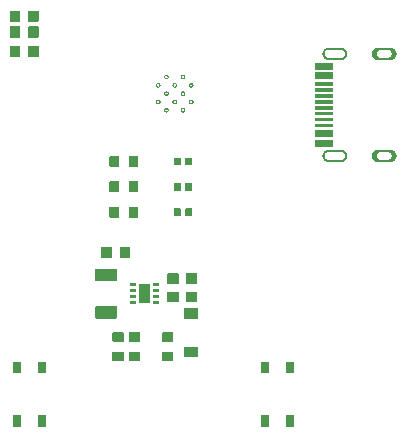
<source format=gbr>
%TF.GenerationSoftware,Flux,Pcbnew,7.0.11-7.0.11~ubuntu20.04.1*%
%TF.CreationDate,2024-08-16T08:07:52+00:00*%
%TF.ProjectId,input,696e7075-742e-46b6-9963-61645f706362,rev?*%
%TF.SameCoordinates,Original*%
%TF.FileFunction,Soldermask,Top*%
%TF.FilePolarity,Negative*%
%FSLAX46Y46*%
G04 Gerber Fmt 4.6, Leading zero omitted, Abs format (unit mm)*
G04 Filename: betterflipperzero*
G04 Build it with Flux! Visit our site at: https://www.flux.ai (PCBNEW 7.0.11-7.0.11~ubuntu20.04.1) date 2024-08-16 08:07:52*
%MOMM*%
%LPD*%
G01*
G04 APERTURE LIST*
G04 APERTURE END LIST*
%TO.C,*%
G36*
X30972756Y-35494352D02*
G01*
X30977393Y-35494809D01*
X30981990Y-35495568D01*
X30986527Y-35496626D01*
X30990986Y-35497979D01*
X30995346Y-35499620D01*
X30999590Y-35501543D01*
X31003699Y-35503739D01*
X31007656Y-35506199D01*
X31011443Y-35508913D01*
X31015045Y-35511869D01*
X31018445Y-35515054D01*
X31021630Y-35518455D01*
X31024586Y-35522056D01*
X31027300Y-35525843D01*
X31029760Y-35529800D01*
X31031957Y-35533909D01*
X31033879Y-35538153D01*
X31035521Y-35542514D01*
X31036873Y-35546972D01*
X31037931Y-35551510D01*
X31038690Y-35556107D01*
X31039147Y-35560743D01*
X31039299Y-35565400D01*
X31039299Y-36323000D01*
X31039147Y-36327657D01*
X31038690Y-36332293D01*
X31037931Y-36336890D01*
X31036873Y-36341428D01*
X31035521Y-36345886D01*
X31033879Y-36350247D01*
X31031957Y-36354491D01*
X31029760Y-36358600D01*
X31027300Y-36362557D01*
X31024586Y-36366344D01*
X31021630Y-36369945D01*
X31018445Y-36373346D01*
X31015045Y-36376531D01*
X31011443Y-36379487D01*
X31007656Y-36382201D01*
X31003699Y-36384661D01*
X30999590Y-36386857D01*
X30995346Y-36388780D01*
X30990986Y-36390421D01*
X30986527Y-36391774D01*
X30981990Y-36392832D01*
X30977393Y-36393591D01*
X30972756Y-36394048D01*
X30968099Y-36394200D01*
X30160499Y-36394200D01*
X30155843Y-36394048D01*
X30151206Y-36393591D01*
X30146609Y-36392832D01*
X30142071Y-36391774D01*
X30137613Y-36390421D01*
X30133252Y-36388780D01*
X30129008Y-36386857D01*
X30124899Y-36384661D01*
X30120943Y-36382201D01*
X30117155Y-36379487D01*
X30113554Y-36376531D01*
X30110153Y-36373346D01*
X30106968Y-36369945D01*
X30104012Y-36366344D01*
X30101299Y-36362557D01*
X30098838Y-36358600D01*
X30096642Y-36354491D01*
X30094719Y-36350247D01*
X30093078Y-36345886D01*
X30091725Y-36341428D01*
X30090667Y-36336890D01*
X30089908Y-36332293D01*
X30089452Y-36327657D01*
X30089299Y-36323000D01*
X30089299Y-35565400D01*
X30089452Y-35560743D01*
X30089908Y-35556107D01*
X30090667Y-35551510D01*
X30091725Y-35546972D01*
X30093078Y-35542514D01*
X30094719Y-35538153D01*
X30096642Y-35533909D01*
X30098838Y-35529800D01*
X30101299Y-35525843D01*
X30104012Y-35522056D01*
X30106968Y-35518455D01*
X30110153Y-35515054D01*
X30113554Y-35511869D01*
X30117155Y-35508913D01*
X30120943Y-35506199D01*
X30124899Y-35503739D01*
X30129008Y-35501543D01*
X30133252Y-35499620D01*
X30137613Y-35497979D01*
X30142071Y-35496626D01*
X30146609Y-35495568D01*
X30151206Y-35494809D01*
X30155843Y-35494352D01*
X30160499Y-35494200D01*
X30968099Y-35494200D01*
X30972756Y-35494352D01*
G37*
G36*
X30972757Y-37044352D02*
G01*
X30977394Y-37044809D01*
X30981991Y-37045568D01*
X30986529Y-37046626D01*
X30990987Y-37047979D01*
X30995348Y-37049620D01*
X30999592Y-37051543D01*
X31003701Y-37053739D01*
X31007657Y-37056199D01*
X31011445Y-37058913D01*
X31015046Y-37061869D01*
X31018447Y-37065054D01*
X31021632Y-37068455D01*
X31024588Y-37072056D01*
X31027301Y-37075843D01*
X31029762Y-37079800D01*
X31031958Y-37083909D01*
X31033881Y-37088153D01*
X31035522Y-37092514D01*
X31036875Y-37096972D01*
X31037933Y-37101510D01*
X31038692Y-37106107D01*
X31039148Y-37110743D01*
X31039301Y-37115400D01*
X31039301Y-37873000D01*
X31039148Y-37877657D01*
X31038692Y-37882293D01*
X31037933Y-37886890D01*
X31036875Y-37891428D01*
X31035522Y-37895886D01*
X31033881Y-37900247D01*
X31031958Y-37904491D01*
X31029762Y-37908600D01*
X31027301Y-37912557D01*
X31024588Y-37916344D01*
X31021632Y-37919945D01*
X31018447Y-37923346D01*
X31015046Y-37926531D01*
X31011445Y-37929487D01*
X31007657Y-37932201D01*
X31003701Y-37934661D01*
X30999592Y-37936857D01*
X30995348Y-37938780D01*
X30990987Y-37940421D01*
X30986529Y-37941774D01*
X30981991Y-37942832D01*
X30977394Y-37943591D01*
X30972757Y-37944048D01*
X30968101Y-37944200D01*
X30160501Y-37944200D01*
X30155844Y-37944048D01*
X30151207Y-37943591D01*
X30146610Y-37942832D01*
X30142073Y-37941774D01*
X30137614Y-37940421D01*
X30133254Y-37938780D01*
X30129010Y-37936857D01*
X30124901Y-37934661D01*
X30120944Y-37932201D01*
X30117157Y-37929487D01*
X30113555Y-37926531D01*
X30110155Y-37923346D01*
X30106970Y-37919945D01*
X30104014Y-37916344D01*
X30101300Y-37912557D01*
X30098840Y-37908600D01*
X30096643Y-37904491D01*
X30094721Y-37900247D01*
X30093079Y-37895886D01*
X30091727Y-37891428D01*
X30090669Y-37886890D01*
X30089910Y-37882293D01*
X30089453Y-37877657D01*
X30089301Y-37873000D01*
X30089301Y-37115400D01*
X30089453Y-37110743D01*
X30089910Y-37106107D01*
X30090669Y-37101510D01*
X30091727Y-37096972D01*
X30093079Y-37092514D01*
X30094721Y-37088153D01*
X30096643Y-37083909D01*
X30098840Y-37079800D01*
X30101300Y-37075843D01*
X30104014Y-37072056D01*
X30106970Y-37068455D01*
X30110155Y-37065054D01*
X30113555Y-37061869D01*
X30117157Y-37058913D01*
X30120944Y-37056199D01*
X30124901Y-37053739D01*
X30129010Y-37051543D01*
X30133254Y-37049620D01*
X30137614Y-37047979D01*
X30142073Y-37046626D01*
X30146610Y-37045568D01*
X30151207Y-37044809D01*
X30155844Y-37044352D01*
X30160501Y-37044200D01*
X30968101Y-37044200D01*
X30972757Y-37044352D01*
G37*
G36*
X16022757Y-14594352D02*
G01*
X16027393Y-14594809D01*
X16031990Y-14595568D01*
X16036528Y-14596626D01*
X16040986Y-14597979D01*
X16045347Y-14599620D01*
X16049591Y-14601543D01*
X16053700Y-14603739D01*
X16057657Y-14606199D01*
X16061444Y-14608913D01*
X16065045Y-14611869D01*
X16068446Y-14615054D01*
X16071631Y-14618455D01*
X16074587Y-14622056D01*
X16077301Y-14625843D01*
X16079761Y-14629800D01*
X16081957Y-14633909D01*
X16083880Y-14638153D01*
X16085521Y-14642514D01*
X16086874Y-14646972D01*
X16087932Y-14651510D01*
X16088691Y-14656107D01*
X16089148Y-14660743D01*
X16089300Y-14665400D01*
X16089300Y-15473000D01*
X16089148Y-15477657D01*
X16088691Y-15482293D01*
X16087932Y-15486890D01*
X16086874Y-15491428D01*
X16085521Y-15495886D01*
X16083880Y-15500247D01*
X16081957Y-15504491D01*
X16079761Y-15508600D01*
X16077301Y-15512557D01*
X16074587Y-15516344D01*
X16071631Y-15519945D01*
X16068446Y-15523346D01*
X16065045Y-15526531D01*
X16061444Y-15529487D01*
X16057657Y-15532201D01*
X16053700Y-15534661D01*
X16049591Y-15536857D01*
X16045347Y-15538780D01*
X16040986Y-15540421D01*
X16036528Y-15541774D01*
X16031990Y-15542832D01*
X16027393Y-15543591D01*
X16022757Y-15544048D01*
X16018100Y-15544200D01*
X15260500Y-15544200D01*
X15255843Y-15544048D01*
X15251207Y-15543591D01*
X15246610Y-15542832D01*
X15242072Y-15541774D01*
X15237614Y-15540421D01*
X15233253Y-15538780D01*
X15229009Y-15536857D01*
X15224900Y-15534661D01*
X15220943Y-15532201D01*
X15217156Y-15529487D01*
X15213555Y-15526531D01*
X15210154Y-15523346D01*
X15206969Y-15519945D01*
X15204013Y-15516344D01*
X15201299Y-15512557D01*
X15198839Y-15508600D01*
X15196643Y-15504491D01*
X15194720Y-15500247D01*
X15193079Y-15495886D01*
X15191726Y-15491428D01*
X15190668Y-15486890D01*
X15189909Y-15482293D01*
X15189452Y-15477657D01*
X15189300Y-15473000D01*
X15189300Y-14665400D01*
X15189452Y-14660743D01*
X15189909Y-14656107D01*
X15190668Y-14651510D01*
X15191726Y-14646972D01*
X15193079Y-14642514D01*
X15194720Y-14638153D01*
X15196643Y-14633909D01*
X15198839Y-14629800D01*
X15201299Y-14625843D01*
X15204013Y-14622056D01*
X15206969Y-14618455D01*
X15210154Y-14615054D01*
X15213555Y-14611869D01*
X15217156Y-14608913D01*
X15220943Y-14606199D01*
X15224900Y-14603739D01*
X15229009Y-14601543D01*
X15233253Y-14599620D01*
X15237614Y-14597979D01*
X15242072Y-14596626D01*
X15246610Y-14595568D01*
X15251207Y-14594809D01*
X15255843Y-14594352D01*
X15260500Y-14594200D01*
X16018100Y-14594200D01*
X16022757Y-14594352D01*
G37*
G36*
X17572757Y-14594352D02*
G01*
X17577393Y-14594809D01*
X17581990Y-14595568D01*
X17586528Y-14596626D01*
X17590986Y-14597979D01*
X17595347Y-14599620D01*
X17599591Y-14601543D01*
X17603700Y-14603739D01*
X17607657Y-14606199D01*
X17611444Y-14608913D01*
X17615045Y-14611869D01*
X17618446Y-14615054D01*
X17621631Y-14618455D01*
X17624587Y-14622056D01*
X17627301Y-14625843D01*
X17629761Y-14629800D01*
X17631957Y-14633909D01*
X17633880Y-14638153D01*
X17635521Y-14642514D01*
X17636874Y-14646972D01*
X17637932Y-14651510D01*
X17638691Y-14656107D01*
X17639148Y-14660743D01*
X17639300Y-14665400D01*
X17639300Y-15473000D01*
X17639148Y-15477657D01*
X17638691Y-15482293D01*
X17637932Y-15486890D01*
X17636874Y-15491428D01*
X17635521Y-15495886D01*
X17633880Y-15500247D01*
X17631957Y-15504491D01*
X17629761Y-15508600D01*
X17627301Y-15512557D01*
X17624587Y-15516344D01*
X17621631Y-15519945D01*
X17618446Y-15523346D01*
X17615045Y-15526531D01*
X17611444Y-15529487D01*
X17607657Y-15532201D01*
X17603700Y-15534661D01*
X17599591Y-15536857D01*
X17595347Y-15538780D01*
X17590986Y-15540421D01*
X17586528Y-15541774D01*
X17581990Y-15542832D01*
X17577393Y-15543591D01*
X17572757Y-15544048D01*
X17568100Y-15544200D01*
X16810500Y-15544200D01*
X16805843Y-15544048D01*
X16801207Y-15543591D01*
X16796610Y-15542832D01*
X16792072Y-15541774D01*
X16787614Y-15540421D01*
X16783253Y-15538780D01*
X16779009Y-15536857D01*
X16774900Y-15534661D01*
X16770943Y-15532201D01*
X16767156Y-15529487D01*
X16763555Y-15526531D01*
X16760154Y-15523346D01*
X16756969Y-15519945D01*
X16754013Y-15516344D01*
X16751299Y-15512557D01*
X16748839Y-15508600D01*
X16746643Y-15504491D01*
X16744720Y-15500247D01*
X16743079Y-15495886D01*
X16741726Y-15491428D01*
X16740668Y-15486890D01*
X16739909Y-15482293D01*
X16739452Y-15477657D01*
X16739300Y-15473000D01*
X16739300Y-14665400D01*
X16739452Y-14660743D01*
X16739909Y-14656107D01*
X16740668Y-14651510D01*
X16741726Y-14646972D01*
X16743079Y-14642514D01*
X16744720Y-14638153D01*
X16746643Y-14633909D01*
X16748839Y-14629800D01*
X16751299Y-14625843D01*
X16754013Y-14622056D01*
X16756969Y-14618455D01*
X16760154Y-14615054D01*
X16763555Y-14611869D01*
X16767156Y-14608913D01*
X16770943Y-14606199D01*
X16774900Y-14603739D01*
X16779009Y-14601543D01*
X16783253Y-14599620D01*
X16787614Y-14597979D01*
X16792072Y-14596626D01*
X16796610Y-14595568D01*
X16801207Y-14594809D01*
X16805843Y-14594352D01*
X16810500Y-14594200D01*
X17568100Y-14594200D01*
X17572757Y-14594352D01*
G37*
G36*
X24772754Y-40494352D02*
G01*
X24777390Y-40494809D01*
X24781987Y-40495568D01*
X24786525Y-40496626D01*
X24790983Y-40497979D01*
X24795344Y-40499620D01*
X24799588Y-40501543D01*
X24803697Y-40503739D01*
X24807654Y-40506199D01*
X24811441Y-40508913D01*
X24815042Y-40511869D01*
X24818443Y-40515054D01*
X24821628Y-40518455D01*
X24824584Y-40522056D01*
X24827298Y-40525843D01*
X24829758Y-40529800D01*
X24831954Y-40533909D01*
X24833877Y-40538153D01*
X24835518Y-40542514D01*
X24836871Y-40546972D01*
X24837929Y-40551510D01*
X24838688Y-40556107D01*
X24839145Y-40560743D01*
X24839297Y-40565400D01*
X24839297Y-41223000D01*
X24839145Y-41227657D01*
X24838688Y-41232293D01*
X24837929Y-41236890D01*
X24836871Y-41241428D01*
X24835518Y-41245886D01*
X24833877Y-41250247D01*
X24831954Y-41254491D01*
X24829758Y-41258600D01*
X24827298Y-41262557D01*
X24824584Y-41266344D01*
X24821628Y-41269945D01*
X24818443Y-41273346D01*
X24815042Y-41276531D01*
X24811441Y-41279487D01*
X24807654Y-41282201D01*
X24803697Y-41284661D01*
X24799588Y-41286857D01*
X24795344Y-41288780D01*
X24790983Y-41290421D01*
X24786525Y-41291774D01*
X24781987Y-41292832D01*
X24777390Y-41293591D01*
X24772754Y-41294048D01*
X24768097Y-41294200D01*
X23960497Y-41294200D01*
X23955840Y-41294048D01*
X23951204Y-41293591D01*
X23946607Y-41292832D01*
X23942069Y-41291774D01*
X23937610Y-41290421D01*
X23933250Y-41288780D01*
X23929006Y-41286857D01*
X23924897Y-41284661D01*
X23920940Y-41282201D01*
X23917153Y-41279487D01*
X23913552Y-41276531D01*
X23910151Y-41273346D01*
X23906966Y-41269945D01*
X23904010Y-41266344D01*
X23901296Y-41262557D01*
X23898836Y-41258600D01*
X23896640Y-41254491D01*
X23894717Y-41250247D01*
X23893076Y-41245886D01*
X23891723Y-41241428D01*
X23890665Y-41236890D01*
X23889906Y-41232293D01*
X23889449Y-41227657D01*
X23889297Y-41223000D01*
X23889297Y-40565400D01*
X23889449Y-40560743D01*
X23889906Y-40556107D01*
X23890665Y-40551510D01*
X23891723Y-40546972D01*
X23893076Y-40542514D01*
X23894717Y-40538153D01*
X23896640Y-40533909D01*
X23898836Y-40529800D01*
X23901296Y-40525843D01*
X23904010Y-40522056D01*
X23906966Y-40518455D01*
X23910151Y-40515054D01*
X23913552Y-40511869D01*
X23917153Y-40508913D01*
X23920940Y-40506199D01*
X23924897Y-40503739D01*
X23929006Y-40501543D01*
X23933250Y-40499620D01*
X23937610Y-40497979D01*
X23942069Y-40496626D01*
X23946607Y-40495568D01*
X23951204Y-40494809D01*
X23955840Y-40494352D01*
X23960497Y-40494200D01*
X24768097Y-40494200D01*
X24772754Y-40494352D01*
G37*
G36*
X24772760Y-42144352D02*
G01*
X24777396Y-42144809D01*
X24781993Y-42145568D01*
X24786531Y-42146626D01*
X24790990Y-42147979D01*
X24795350Y-42149620D01*
X24799594Y-42151543D01*
X24803703Y-42153739D01*
X24807660Y-42156199D01*
X24811447Y-42158913D01*
X24815048Y-42161869D01*
X24818449Y-42165054D01*
X24821634Y-42168455D01*
X24824590Y-42172056D01*
X24827304Y-42175843D01*
X24829764Y-42179800D01*
X24831960Y-42183909D01*
X24833883Y-42188153D01*
X24835524Y-42192514D01*
X24836877Y-42196972D01*
X24837935Y-42201510D01*
X24838694Y-42206107D01*
X24839151Y-42210743D01*
X24839303Y-42215400D01*
X24839303Y-42873000D01*
X24839151Y-42877657D01*
X24838694Y-42882293D01*
X24837935Y-42886890D01*
X24836877Y-42891428D01*
X24835524Y-42895886D01*
X24833883Y-42900247D01*
X24831960Y-42904491D01*
X24829764Y-42908600D01*
X24827304Y-42912557D01*
X24824590Y-42916344D01*
X24821634Y-42919945D01*
X24818449Y-42923346D01*
X24815048Y-42926531D01*
X24811447Y-42929487D01*
X24807660Y-42932201D01*
X24803703Y-42934661D01*
X24799594Y-42936857D01*
X24795350Y-42938780D01*
X24790990Y-42940421D01*
X24786531Y-42941774D01*
X24781993Y-42942832D01*
X24777396Y-42943591D01*
X24772760Y-42944048D01*
X24768103Y-42944200D01*
X23960503Y-42944200D01*
X23955846Y-42944048D01*
X23951210Y-42943591D01*
X23946613Y-42942832D01*
X23942075Y-42941774D01*
X23937617Y-42940421D01*
X23933256Y-42938780D01*
X23929012Y-42936857D01*
X23924903Y-42934661D01*
X23920946Y-42932201D01*
X23917159Y-42929487D01*
X23913558Y-42926531D01*
X23910157Y-42923346D01*
X23906972Y-42919945D01*
X23904016Y-42916344D01*
X23901302Y-42912557D01*
X23898842Y-42908600D01*
X23896646Y-42904491D01*
X23894723Y-42900247D01*
X23893082Y-42895886D01*
X23891729Y-42891428D01*
X23890671Y-42886890D01*
X23889912Y-42882293D01*
X23889455Y-42877657D01*
X23889303Y-42873000D01*
X23889303Y-42215400D01*
X23889455Y-42210743D01*
X23889912Y-42206107D01*
X23890671Y-42201510D01*
X23891729Y-42196972D01*
X23893082Y-42192514D01*
X23894723Y-42188153D01*
X23896646Y-42183909D01*
X23898842Y-42179800D01*
X23901302Y-42175843D01*
X23904016Y-42172056D01*
X23906972Y-42168455D01*
X23910157Y-42165054D01*
X23913558Y-42161869D01*
X23917159Y-42158913D01*
X23920946Y-42156199D01*
X23924903Y-42153739D01*
X23929012Y-42151543D01*
X23933256Y-42149620D01*
X23937617Y-42147979D01*
X23942075Y-42146626D01*
X23946613Y-42145568D01*
X23951210Y-42144809D01*
X23955846Y-42144352D01*
X23960503Y-42144200D01*
X24768103Y-42144200D01*
X24772760Y-42144352D01*
G37*
G36*
X28972754Y-40494352D02*
G01*
X28977390Y-40494809D01*
X28981987Y-40495568D01*
X28986525Y-40496626D01*
X28990983Y-40497979D01*
X28995344Y-40499620D01*
X28999588Y-40501543D01*
X29003697Y-40503739D01*
X29007654Y-40506199D01*
X29011441Y-40508913D01*
X29015042Y-40511869D01*
X29018443Y-40515054D01*
X29021628Y-40518455D01*
X29024584Y-40522056D01*
X29027298Y-40525843D01*
X29029758Y-40529800D01*
X29031954Y-40533909D01*
X29033877Y-40538153D01*
X29035518Y-40542514D01*
X29036871Y-40546972D01*
X29037929Y-40551510D01*
X29038688Y-40556107D01*
X29039145Y-40560743D01*
X29039297Y-40565400D01*
X29039297Y-41223000D01*
X29039145Y-41227657D01*
X29038688Y-41232293D01*
X29037929Y-41236890D01*
X29036871Y-41241428D01*
X29035518Y-41245886D01*
X29033877Y-41250247D01*
X29031954Y-41254491D01*
X29029758Y-41258600D01*
X29027298Y-41262557D01*
X29024584Y-41266344D01*
X29021628Y-41269945D01*
X29018443Y-41273346D01*
X29015042Y-41276531D01*
X29011441Y-41279487D01*
X29007654Y-41282201D01*
X29003697Y-41284661D01*
X28999588Y-41286857D01*
X28995344Y-41288780D01*
X28990983Y-41290421D01*
X28986525Y-41291774D01*
X28981987Y-41292832D01*
X28977390Y-41293591D01*
X28972754Y-41294048D01*
X28968097Y-41294200D01*
X28160497Y-41294200D01*
X28155840Y-41294048D01*
X28151204Y-41293591D01*
X28146607Y-41292832D01*
X28142069Y-41291774D01*
X28137610Y-41290421D01*
X28133250Y-41288780D01*
X28129006Y-41286857D01*
X28124897Y-41284661D01*
X28120940Y-41282201D01*
X28117153Y-41279487D01*
X28113552Y-41276531D01*
X28110151Y-41273346D01*
X28106966Y-41269945D01*
X28104010Y-41266344D01*
X28101296Y-41262557D01*
X28098836Y-41258600D01*
X28096640Y-41254491D01*
X28094717Y-41250247D01*
X28093076Y-41245886D01*
X28091723Y-41241428D01*
X28090665Y-41236890D01*
X28089906Y-41232293D01*
X28089449Y-41227657D01*
X28089297Y-41223000D01*
X28089297Y-40565400D01*
X28089449Y-40560743D01*
X28089906Y-40556107D01*
X28090665Y-40551510D01*
X28091723Y-40546972D01*
X28093076Y-40542514D01*
X28094717Y-40538153D01*
X28096640Y-40533909D01*
X28098836Y-40529800D01*
X28101296Y-40525843D01*
X28104010Y-40522056D01*
X28106966Y-40518455D01*
X28110151Y-40515054D01*
X28113552Y-40511869D01*
X28117153Y-40508913D01*
X28120940Y-40506199D01*
X28124897Y-40503739D01*
X28129006Y-40501543D01*
X28133250Y-40499620D01*
X28137610Y-40497979D01*
X28142069Y-40496626D01*
X28146607Y-40495568D01*
X28151204Y-40494809D01*
X28155840Y-40494352D01*
X28160497Y-40494200D01*
X28968097Y-40494200D01*
X28972754Y-40494352D01*
G37*
G36*
X28972760Y-42144352D02*
G01*
X28977396Y-42144809D01*
X28981993Y-42145568D01*
X28986531Y-42146626D01*
X28990990Y-42147979D01*
X28995350Y-42149620D01*
X28999594Y-42151543D01*
X29003703Y-42153739D01*
X29007660Y-42156199D01*
X29011447Y-42158913D01*
X29015048Y-42161869D01*
X29018449Y-42165054D01*
X29021634Y-42168455D01*
X29024590Y-42172056D01*
X29027304Y-42175843D01*
X29029764Y-42179800D01*
X29031960Y-42183909D01*
X29033883Y-42188153D01*
X29035524Y-42192514D01*
X29036877Y-42196972D01*
X29037935Y-42201510D01*
X29038694Y-42206107D01*
X29039151Y-42210743D01*
X29039303Y-42215400D01*
X29039303Y-42873000D01*
X29039151Y-42877657D01*
X29038694Y-42882293D01*
X29037935Y-42886890D01*
X29036877Y-42891428D01*
X29035524Y-42895886D01*
X29033883Y-42900247D01*
X29031960Y-42904491D01*
X29029764Y-42908600D01*
X29027304Y-42912557D01*
X29024590Y-42916344D01*
X29021634Y-42919945D01*
X29018449Y-42923346D01*
X29015048Y-42926531D01*
X29011447Y-42929487D01*
X29007660Y-42932201D01*
X29003703Y-42934661D01*
X28999594Y-42936857D01*
X28995350Y-42938780D01*
X28990990Y-42940421D01*
X28986531Y-42941774D01*
X28981993Y-42942832D01*
X28977396Y-42943591D01*
X28972760Y-42944048D01*
X28968103Y-42944200D01*
X28160503Y-42944200D01*
X28155846Y-42944048D01*
X28151210Y-42943591D01*
X28146613Y-42942832D01*
X28142075Y-42941774D01*
X28137617Y-42940421D01*
X28133256Y-42938780D01*
X28129012Y-42936857D01*
X28124903Y-42934661D01*
X28120946Y-42932201D01*
X28117159Y-42929487D01*
X28113558Y-42926531D01*
X28110157Y-42923346D01*
X28106972Y-42919945D01*
X28104016Y-42916344D01*
X28101302Y-42912557D01*
X28098842Y-42908600D01*
X28096646Y-42904491D01*
X28094723Y-42900247D01*
X28093082Y-42895886D01*
X28091729Y-42891428D01*
X28090671Y-42886890D01*
X28089912Y-42882293D01*
X28089455Y-42877657D01*
X28089303Y-42873000D01*
X28089303Y-42215400D01*
X28089455Y-42210743D01*
X28089912Y-42206107D01*
X28090671Y-42201510D01*
X28091729Y-42196972D01*
X28093082Y-42192514D01*
X28094723Y-42188153D01*
X28096646Y-42183909D01*
X28098842Y-42179800D01*
X28101302Y-42175843D01*
X28104016Y-42172056D01*
X28106972Y-42168455D01*
X28110157Y-42165054D01*
X28113558Y-42161869D01*
X28117159Y-42158913D01*
X28120946Y-42156199D01*
X28124903Y-42153739D01*
X28129012Y-42151543D01*
X28133256Y-42149620D01*
X28137617Y-42147979D01*
X28142075Y-42146626D01*
X28146613Y-42145568D01*
X28151210Y-42144809D01*
X28155846Y-42144352D01*
X28160503Y-42144200D01*
X28968103Y-42144200D01*
X28972760Y-42144352D01*
G37*
G36*
X31114302Y-42619200D02*
G01*
X29914302Y-42619200D01*
X29914302Y-41719200D01*
X31114302Y-41719200D01*
X31114302Y-42619200D01*
G37*
G36*
X31114298Y-39319200D02*
G01*
X29914298Y-39319200D01*
X29914298Y-38419200D01*
X31114298Y-38419200D01*
X31114298Y-39319200D01*
G37*
G36*
X24181114Y-35119505D02*
G01*
X24190394Y-35120419D01*
X24199595Y-35121938D01*
X24208676Y-35124056D01*
X24217599Y-35126762D01*
X24226327Y-35130047D01*
X24234820Y-35133896D01*
X24243044Y-35138291D01*
X24250963Y-35143216D01*
X24258543Y-35148647D01*
X24265751Y-35154563D01*
X24272557Y-35160937D01*
X24278931Y-35167743D01*
X24284847Y-35174951D01*
X24290279Y-35182531D01*
X24295203Y-35190450D01*
X24299599Y-35198674D01*
X24303447Y-35207168D01*
X24306732Y-35215895D01*
X24309439Y-35224818D01*
X24311556Y-35233900D01*
X24313075Y-35243100D01*
X24313989Y-35252380D01*
X24314294Y-35261700D01*
X24314294Y-36026700D01*
X24313989Y-36036020D01*
X24313075Y-36045300D01*
X24311556Y-36054500D01*
X24309439Y-36063582D01*
X24306732Y-36072505D01*
X24303447Y-36081232D01*
X24299599Y-36089726D01*
X24295203Y-36097950D01*
X24290279Y-36105869D01*
X24284847Y-36113449D01*
X24278931Y-36120657D01*
X24272557Y-36127463D01*
X24265751Y-36133837D01*
X24258543Y-36139753D01*
X24250963Y-36145184D01*
X24243044Y-36150109D01*
X24234820Y-36154504D01*
X24226327Y-36158353D01*
X24217599Y-36161638D01*
X24208676Y-36164344D01*
X24199595Y-36166462D01*
X24190394Y-36167981D01*
X24181114Y-36168895D01*
X24171794Y-36169200D01*
X22556794Y-36169200D01*
X22547474Y-36168895D01*
X22538194Y-36167981D01*
X22528994Y-36166462D01*
X22519913Y-36164344D01*
X22510989Y-36161638D01*
X22502262Y-36158353D01*
X22493768Y-36154504D01*
X22485544Y-36150109D01*
X22477625Y-36145184D01*
X22470046Y-36139753D01*
X22462837Y-36133837D01*
X22456031Y-36127463D01*
X22449657Y-36120657D01*
X22443741Y-36113449D01*
X22438310Y-36105869D01*
X22433386Y-36097950D01*
X22428990Y-36089726D01*
X22425141Y-36081232D01*
X22421857Y-36072505D01*
X22419150Y-36063582D01*
X22417032Y-36054500D01*
X22415513Y-36045300D01*
X22414599Y-36036020D01*
X22414294Y-36026700D01*
X22414294Y-35261700D01*
X22414599Y-35252380D01*
X22415513Y-35243100D01*
X22417032Y-35233900D01*
X22419150Y-35224818D01*
X22421857Y-35215895D01*
X22425141Y-35207168D01*
X22428990Y-35198674D01*
X22433386Y-35190450D01*
X22438310Y-35182531D01*
X22443741Y-35174951D01*
X22449657Y-35167743D01*
X22456031Y-35160937D01*
X22462837Y-35154563D01*
X22470046Y-35148647D01*
X22477625Y-35143216D01*
X22485544Y-35138291D01*
X22493768Y-35133896D01*
X22502262Y-35130047D01*
X22510989Y-35126762D01*
X22519913Y-35124056D01*
X22528994Y-35121938D01*
X22538194Y-35120419D01*
X22547474Y-35119505D01*
X22556794Y-35119200D01*
X24171794Y-35119200D01*
X24181114Y-35119505D01*
G37*
G36*
X24181126Y-38269505D02*
G01*
X24190406Y-38270419D01*
X24199606Y-38271938D01*
X24208687Y-38274056D01*
X24217611Y-38276762D01*
X24226338Y-38280047D01*
X24234832Y-38283896D01*
X24243056Y-38288291D01*
X24250975Y-38293216D01*
X24258554Y-38298647D01*
X24265763Y-38304563D01*
X24272569Y-38310937D01*
X24278943Y-38317743D01*
X24284859Y-38324951D01*
X24290290Y-38332531D01*
X24295214Y-38340450D01*
X24299610Y-38348674D01*
X24303459Y-38357168D01*
X24306743Y-38365895D01*
X24309450Y-38374818D01*
X24311568Y-38383900D01*
X24313087Y-38393100D01*
X24314001Y-38402380D01*
X24314306Y-38411700D01*
X24314306Y-39176700D01*
X24314001Y-39186020D01*
X24313087Y-39195300D01*
X24311568Y-39204500D01*
X24309450Y-39213582D01*
X24306743Y-39222505D01*
X24303459Y-39231232D01*
X24299610Y-39239726D01*
X24295214Y-39247950D01*
X24290290Y-39255869D01*
X24284859Y-39263449D01*
X24278943Y-39270657D01*
X24272569Y-39277463D01*
X24265763Y-39283837D01*
X24258554Y-39289753D01*
X24250975Y-39295184D01*
X24243056Y-39300109D01*
X24234832Y-39304504D01*
X24226338Y-39308353D01*
X24217611Y-39311638D01*
X24208687Y-39314344D01*
X24199606Y-39316462D01*
X24190406Y-39317981D01*
X24181126Y-39318895D01*
X24171806Y-39319200D01*
X22556806Y-39319200D01*
X22547486Y-39318895D01*
X22538206Y-39317981D01*
X22529005Y-39316462D01*
X22519924Y-39314344D01*
X22511001Y-39311638D01*
X22502273Y-39308353D01*
X22493780Y-39304504D01*
X22485556Y-39300109D01*
X22477637Y-39295184D01*
X22470057Y-39289753D01*
X22462849Y-39283837D01*
X22456043Y-39277463D01*
X22449669Y-39270657D01*
X22443753Y-39263449D01*
X22438321Y-39255869D01*
X22433397Y-39247950D01*
X22429001Y-39239726D01*
X22425153Y-39231232D01*
X22421868Y-39222505D01*
X22419161Y-39213582D01*
X22417044Y-39204500D01*
X22415525Y-39195300D01*
X22414611Y-39186020D01*
X22414306Y-39176700D01*
X22414306Y-38411700D01*
X22414611Y-38402380D01*
X22415525Y-38393100D01*
X22417044Y-38383900D01*
X22419161Y-38374818D01*
X22421868Y-38365895D01*
X22425153Y-38357168D01*
X22429001Y-38348674D01*
X22433397Y-38340450D01*
X22438321Y-38332531D01*
X22443753Y-38324951D01*
X22449669Y-38317743D01*
X22456043Y-38310937D01*
X22462849Y-38304563D01*
X22470057Y-38298647D01*
X22477637Y-38293216D01*
X22485556Y-38288291D01*
X22493780Y-38283896D01*
X22502273Y-38280047D01*
X22511001Y-38276762D01*
X22519924Y-38274056D01*
X22529005Y-38271938D01*
X22538206Y-38270419D01*
X22547486Y-38269505D01*
X22556806Y-38269200D01*
X24171806Y-38269200D01*
X24181126Y-38269505D01*
G37*
G36*
X29632565Y-25699611D02*
G01*
X29635664Y-25700122D01*
X29641729Y-25701747D01*
X29647530Y-25704150D01*
X29650300Y-25705631D01*
X29655521Y-25709119D01*
X29657949Y-25711112D01*
X29660241Y-25713259D01*
X29662388Y-25715551D01*
X29664381Y-25717979D01*
X29667869Y-25723200D01*
X29669350Y-25725970D01*
X29671753Y-25731771D01*
X29673378Y-25737836D01*
X29673889Y-25740935D01*
X29674300Y-25747200D01*
X29674300Y-26291200D01*
X29673889Y-26297465D01*
X29673378Y-26300564D01*
X29671753Y-26306629D01*
X29669350Y-26312430D01*
X29667869Y-26315200D01*
X29664381Y-26320421D01*
X29662388Y-26322849D01*
X29660241Y-26325141D01*
X29657949Y-26327288D01*
X29655521Y-26329281D01*
X29650300Y-26332769D01*
X29647530Y-26334250D01*
X29641729Y-26336653D01*
X29635664Y-26338278D01*
X29632565Y-26338789D01*
X29626300Y-26339200D01*
X29132300Y-26339200D01*
X29126035Y-26338789D01*
X29122936Y-26338278D01*
X29116871Y-26336653D01*
X29111070Y-26334250D01*
X29108300Y-26332769D01*
X29103079Y-26329281D01*
X29100651Y-26327288D01*
X29098359Y-26325141D01*
X29096212Y-26322849D01*
X29094219Y-26320421D01*
X29090731Y-26315200D01*
X29089250Y-26312430D01*
X29086847Y-26306629D01*
X29085222Y-26300564D01*
X29084711Y-26297465D01*
X29084300Y-26291200D01*
X29084300Y-25747200D01*
X29084711Y-25740935D01*
X29085222Y-25737836D01*
X29086847Y-25731771D01*
X29089250Y-25725970D01*
X29090731Y-25723200D01*
X29094219Y-25717979D01*
X29096212Y-25715551D01*
X29098359Y-25713259D01*
X29100651Y-25711112D01*
X29103079Y-25709119D01*
X29108300Y-25705631D01*
X29111070Y-25704150D01*
X29116871Y-25701747D01*
X29122936Y-25700122D01*
X29126035Y-25699611D01*
X29132300Y-25699200D01*
X29626300Y-25699200D01*
X29632565Y-25699611D01*
G37*
G36*
X30602565Y-25699611D02*
G01*
X30605664Y-25700122D01*
X30611729Y-25701747D01*
X30617530Y-25704150D01*
X30620300Y-25705631D01*
X30625521Y-25709119D01*
X30627949Y-25711112D01*
X30630241Y-25713259D01*
X30632388Y-25715551D01*
X30634381Y-25717979D01*
X30637869Y-25723200D01*
X30639350Y-25725970D01*
X30641753Y-25731771D01*
X30643378Y-25737836D01*
X30643889Y-25740935D01*
X30644300Y-25747200D01*
X30644300Y-26291200D01*
X30643889Y-26297465D01*
X30643378Y-26300564D01*
X30641753Y-26306629D01*
X30639350Y-26312430D01*
X30637869Y-26315200D01*
X30634381Y-26320421D01*
X30632388Y-26322849D01*
X30630241Y-26325141D01*
X30627949Y-26327288D01*
X30625521Y-26329281D01*
X30620300Y-26332769D01*
X30617530Y-26334250D01*
X30611729Y-26336653D01*
X30605664Y-26338278D01*
X30602565Y-26338789D01*
X30596300Y-26339200D01*
X30102300Y-26339200D01*
X30096035Y-26338789D01*
X30092936Y-26338278D01*
X30086871Y-26336653D01*
X30081070Y-26334250D01*
X30078300Y-26332769D01*
X30073079Y-26329281D01*
X30070651Y-26327288D01*
X30068359Y-26325141D01*
X30066212Y-26322849D01*
X30064219Y-26320421D01*
X30060731Y-26315200D01*
X30059250Y-26312430D01*
X30056847Y-26306629D01*
X30055222Y-26300564D01*
X30054711Y-26297465D01*
X30054300Y-26291200D01*
X30054300Y-25747200D01*
X30054711Y-25740935D01*
X30055222Y-25737836D01*
X30056847Y-25731771D01*
X30059250Y-25725970D01*
X30060731Y-25723200D01*
X30064219Y-25717979D01*
X30066212Y-25715551D01*
X30068359Y-25713259D01*
X30070651Y-25711112D01*
X30073079Y-25709119D01*
X30078300Y-25705631D01*
X30081070Y-25704150D01*
X30086871Y-25701747D01*
X30092936Y-25700122D01*
X30096035Y-25699611D01*
X30102300Y-25699200D01*
X30596300Y-25699200D01*
X30602565Y-25699611D01*
G37*
G36*
X25322757Y-33244355D02*
G01*
X25327393Y-33244811D01*
X25331990Y-33245570D01*
X25336528Y-33246628D01*
X25340986Y-33247981D01*
X25345347Y-33249622D01*
X25349591Y-33251545D01*
X25353700Y-33253741D01*
X25357657Y-33256201D01*
X25361444Y-33258915D01*
X25365045Y-33261871D01*
X25368446Y-33265056D01*
X25371631Y-33268457D01*
X25374587Y-33272058D01*
X25377301Y-33275845D01*
X25379761Y-33279802D01*
X25381957Y-33283911D01*
X25383880Y-33288155D01*
X25385521Y-33292516D01*
X25386874Y-33296974D01*
X25387932Y-33301512D01*
X25388691Y-33306109D01*
X25389148Y-33310745D01*
X25389300Y-33315402D01*
X25389300Y-34123002D01*
X25389148Y-34127659D01*
X25388691Y-34132296D01*
X25387932Y-34136892D01*
X25386874Y-34141430D01*
X25385521Y-34145889D01*
X25383880Y-34150249D01*
X25381957Y-34154493D01*
X25379761Y-34158602D01*
X25377301Y-34162559D01*
X25374587Y-34166346D01*
X25371631Y-34169947D01*
X25368446Y-34173348D01*
X25365045Y-34176533D01*
X25361444Y-34179489D01*
X25357657Y-34182203D01*
X25353700Y-34184663D01*
X25349591Y-34186859D01*
X25345347Y-34188782D01*
X25340986Y-34190423D01*
X25336528Y-34191776D01*
X25331990Y-34192834D01*
X25327393Y-34193593D01*
X25322757Y-34194050D01*
X25318100Y-34194202D01*
X24560500Y-34194202D01*
X24555843Y-34194050D01*
X24551207Y-34193593D01*
X24546610Y-34192834D01*
X24542072Y-34191776D01*
X24537614Y-34190423D01*
X24533253Y-34188782D01*
X24529009Y-34186859D01*
X24524900Y-34184663D01*
X24520943Y-34182203D01*
X24517156Y-34179489D01*
X24513555Y-34176533D01*
X24510154Y-34173348D01*
X24506969Y-34169947D01*
X24504013Y-34166346D01*
X24501299Y-34162559D01*
X24498839Y-34158602D01*
X24496643Y-34154493D01*
X24494720Y-34150249D01*
X24493079Y-34145889D01*
X24491726Y-34141430D01*
X24490668Y-34136892D01*
X24489909Y-34132296D01*
X24489452Y-34127659D01*
X24489300Y-34123002D01*
X24489300Y-33315402D01*
X24489452Y-33310745D01*
X24489909Y-33306109D01*
X24490668Y-33301512D01*
X24491726Y-33296974D01*
X24493079Y-33292516D01*
X24494720Y-33288155D01*
X24496643Y-33283911D01*
X24498839Y-33279802D01*
X24501299Y-33275845D01*
X24504013Y-33272058D01*
X24506969Y-33268457D01*
X24510154Y-33265056D01*
X24513555Y-33261871D01*
X24517156Y-33258915D01*
X24520943Y-33256201D01*
X24524900Y-33253741D01*
X24529009Y-33251545D01*
X24533253Y-33249622D01*
X24537614Y-33247981D01*
X24542072Y-33246628D01*
X24546610Y-33245570D01*
X24551207Y-33244811D01*
X24555843Y-33244355D01*
X24560500Y-33244202D01*
X25318100Y-33244202D01*
X25322757Y-33244355D01*
G37*
G36*
X23772757Y-33244350D02*
G01*
X23777393Y-33244807D01*
X23781990Y-33245566D01*
X23786528Y-33246624D01*
X23790986Y-33247977D01*
X23795347Y-33249618D01*
X23799591Y-33251541D01*
X23803700Y-33253737D01*
X23807657Y-33256197D01*
X23811444Y-33258911D01*
X23815045Y-33261867D01*
X23818446Y-33265052D01*
X23821631Y-33268453D01*
X23824587Y-33272054D01*
X23827301Y-33275841D01*
X23829761Y-33279798D01*
X23831957Y-33283907D01*
X23833880Y-33288151D01*
X23835521Y-33292511D01*
X23836874Y-33296970D01*
X23837932Y-33301508D01*
X23838691Y-33306104D01*
X23839148Y-33310741D01*
X23839300Y-33315398D01*
X23839300Y-34122998D01*
X23839148Y-34127655D01*
X23838691Y-34132291D01*
X23837932Y-34136888D01*
X23836874Y-34141426D01*
X23835521Y-34145884D01*
X23833880Y-34150245D01*
X23831957Y-34154489D01*
X23829761Y-34158598D01*
X23827301Y-34162555D01*
X23824587Y-34166342D01*
X23821631Y-34169943D01*
X23818446Y-34173344D01*
X23815045Y-34176529D01*
X23811444Y-34179485D01*
X23807657Y-34182199D01*
X23803700Y-34184659D01*
X23799591Y-34186855D01*
X23795347Y-34188778D01*
X23790986Y-34190419D01*
X23786528Y-34191772D01*
X23781990Y-34192830D01*
X23777393Y-34193589D01*
X23772757Y-34194045D01*
X23768100Y-34194198D01*
X23010500Y-34194198D01*
X23005843Y-34194045D01*
X23001207Y-34193589D01*
X22996610Y-34192830D01*
X22992072Y-34191772D01*
X22987614Y-34190419D01*
X22983253Y-34188778D01*
X22979009Y-34186855D01*
X22974900Y-34184659D01*
X22970943Y-34182199D01*
X22967156Y-34179485D01*
X22963555Y-34176529D01*
X22960154Y-34173344D01*
X22956969Y-34169943D01*
X22954013Y-34166342D01*
X22951299Y-34162555D01*
X22948839Y-34158598D01*
X22946643Y-34154489D01*
X22944720Y-34150245D01*
X22943079Y-34145884D01*
X22941726Y-34141426D01*
X22940668Y-34136888D01*
X22939909Y-34132291D01*
X22939452Y-34127655D01*
X22939300Y-34122998D01*
X22939300Y-33315398D01*
X22939452Y-33310741D01*
X22939909Y-33306104D01*
X22940668Y-33301508D01*
X22941726Y-33296970D01*
X22943079Y-33292511D01*
X22944720Y-33288151D01*
X22946643Y-33283907D01*
X22948839Y-33279798D01*
X22951299Y-33275841D01*
X22954013Y-33272054D01*
X22956969Y-33268453D01*
X22960154Y-33265052D01*
X22963555Y-33261867D01*
X22967156Y-33258911D01*
X22970943Y-33256197D01*
X22974900Y-33253737D01*
X22979009Y-33251541D01*
X22983253Y-33249618D01*
X22987614Y-33247977D01*
X22992072Y-33246624D01*
X22996610Y-33245566D01*
X23001207Y-33244807D01*
X23005843Y-33244350D01*
X23010500Y-33244198D01*
X23768100Y-33244198D01*
X23772757Y-33244350D01*
G37*
G36*
X29632565Y-27849611D02*
G01*
X29635664Y-27850122D01*
X29641729Y-27851747D01*
X29647530Y-27854150D01*
X29650300Y-27855631D01*
X29655521Y-27859119D01*
X29657949Y-27861112D01*
X29660241Y-27863259D01*
X29662388Y-27865551D01*
X29664381Y-27867979D01*
X29667869Y-27873200D01*
X29669350Y-27875970D01*
X29671753Y-27881771D01*
X29673378Y-27887836D01*
X29673889Y-27890935D01*
X29674300Y-27897200D01*
X29674300Y-28441200D01*
X29673889Y-28447465D01*
X29673378Y-28450564D01*
X29671753Y-28456629D01*
X29669350Y-28462430D01*
X29667869Y-28465200D01*
X29664381Y-28470421D01*
X29662388Y-28472849D01*
X29660241Y-28475141D01*
X29657949Y-28477288D01*
X29655521Y-28479281D01*
X29650300Y-28482769D01*
X29647530Y-28484250D01*
X29641729Y-28486653D01*
X29635664Y-28488278D01*
X29632565Y-28488789D01*
X29626300Y-28489200D01*
X29132300Y-28489200D01*
X29126035Y-28488789D01*
X29122936Y-28488278D01*
X29116871Y-28486653D01*
X29111070Y-28484250D01*
X29108300Y-28482769D01*
X29103079Y-28479281D01*
X29100651Y-28477288D01*
X29098359Y-28475141D01*
X29096212Y-28472849D01*
X29094219Y-28470421D01*
X29090731Y-28465200D01*
X29089250Y-28462430D01*
X29086847Y-28456629D01*
X29085222Y-28450564D01*
X29084711Y-28447465D01*
X29084300Y-28441200D01*
X29084300Y-27897200D01*
X29084711Y-27890935D01*
X29085222Y-27887836D01*
X29086847Y-27881771D01*
X29089250Y-27875970D01*
X29090731Y-27873200D01*
X29094219Y-27867979D01*
X29096212Y-27865551D01*
X29098359Y-27863259D01*
X29100651Y-27861112D01*
X29103079Y-27859119D01*
X29108300Y-27855631D01*
X29111070Y-27854150D01*
X29116871Y-27851747D01*
X29122936Y-27850122D01*
X29126035Y-27849611D01*
X29132300Y-27849200D01*
X29626300Y-27849200D01*
X29632565Y-27849611D01*
G37*
G36*
X30602565Y-27849611D02*
G01*
X30605664Y-27850122D01*
X30611729Y-27851747D01*
X30617530Y-27854150D01*
X30620300Y-27855631D01*
X30625521Y-27859119D01*
X30627949Y-27861112D01*
X30630241Y-27863259D01*
X30632388Y-27865551D01*
X30634381Y-27867979D01*
X30637869Y-27873200D01*
X30639350Y-27875970D01*
X30641753Y-27881771D01*
X30643378Y-27887836D01*
X30643889Y-27890935D01*
X30644300Y-27897200D01*
X30644300Y-28441200D01*
X30643889Y-28447465D01*
X30643378Y-28450564D01*
X30641753Y-28456629D01*
X30639350Y-28462430D01*
X30637869Y-28465200D01*
X30634381Y-28470421D01*
X30632388Y-28472849D01*
X30630241Y-28475141D01*
X30627949Y-28477288D01*
X30625521Y-28479281D01*
X30620300Y-28482769D01*
X30617530Y-28484250D01*
X30611729Y-28486653D01*
X30605664Y-28488278D01*
X30602565Y-28488789D01*
X30596300Y-28489200D01*
X30102300Y-28489200D01*
X30096035Y-28488789D01*
X30092936Y-28488278D01*
X30086871Y-28486653D01*
X30081070Y-28484250D01*
X30078300Y-28482769D01*
X30073079Y-28479281D01*
X30070651Y-28477288D01*
X30068359Y-28475141D01*
X30066212Y-28472849D01*
X30064219Y-28470421D01*
X30060731Y-28465200D01*
X30059250Y-28462430D01*
X30056847Y-28456629D01*
X30055222Y-28450564D01*
X30054711Y-28447465D01*
X30054300Y-28441200D01*
X30054300Y-27897200D01*
X30054711Y-27890935D01*
X30055222Y-27887836D01*
X30056847Y-27881771D01*
X30059250Y-27875970D01*
X30060731Y-27873200D01*
X30064219Y-27867979D01*
X30066212Y-27865551D01*
X30068359Y-27863259D01*
X30070651Y-27861112D01*
X30073079Y-27859119D01*
X30078300Y-27855631D01*
X30081070Y-27854150D01*
X30086871Y-27851747D01*
X30092936Y-27850122D01*
X30096035Y-27849611D01*
X30102300Y-27849200D01*
X30596300Y-27849200D01*
X30602565Y-27849611D01*
G37*
G36*
X26022757Y-29844352D02*
G01*
X26027393Y-29844809D01*
X26031990Y-29845568D01*
X26036528Y-29846626D01*
X26040986Y-29847979D01*
X26045347Y-29849620D01*
X26049591Y-29851543D01*
X26053700Y-29853739D01*
X26057657Y-29856199D01*
X26061444Y-29858913D01*
X26065045Y-29861869D01*
X26068446Y-29865054D01*
X26071631Y-29868455D01*
X26074587Y-29872056D01*
X26077301Y-29875843D01*
X26079761Y-29879800D01*
X26081957Y-29883909D01*
X26083880Y-29888153D01*
X26085521Y-29892514D01*
X26086874Y-29896972D01*
X26087932Y-29901510D01*
X26088691Y-29906107D01*
X26089148Y-29910743D01*
X26089300Y-29915400D01*
X26089300Y-30723000D01*
X26089148Y-30727657D01*
X26088691Y-30732293D01*
X26087932Y-30736890D01*
X26086874Y-30741428D01*
X26085521Y-30745886D01*
X26083880Y-30750247D01*
X26081957Y-30754491D01*
X26079761Y-30758600D01*
X26077301Y-30762557D01*
X26074587Y-30766344D01*
X26071631Y-30769945D01*
X26068446Y-30773346D01*
X26065045Y-30776531D01*
X26061444Y-30779487D01*
X26057657Y-30782201D01*
X26053700Y-30784661D01*
X26049591Y-30786857D01*
X26045347Y-30788780D01*
X26040986Y-30790421D01*
X26036528Y-30791774D01*
X26031990Y-30792832D01*
X26027393Y-30793591D01*
X26022757Y-30794048D01*
X26018100Y-30794200D01*
X25360500Y-30794200D01*
X25355843Y-30794048D01*
X25351207Y-30793591D01*
X25346610Y-30792832D01*
X25342072Y-30791774D01*
X25337614Y-30790421D01*
X25333253Y-30788780D01*
X25329009Y-30786857D01*
X25324900Y-30784661D01*
X25320943Y-30782201D01*
X25317156Y-30779487D01*
X25313555Y-30776531D01*
X25310154Y-30773346D01*
X25306969Y-30769945D01*
X25304013Y-30766344D01*
X25301299Y-30762557D01*
X25298839Y-30758600D01*
X25296643Y-30754491D01*
X25294720Y-30750247D01*
X25293079Y-30745886D01*
X25291726Y-30741428D01*
X25290668Y-30736890D01*
X25289909Y-30732293D01*
X25289452Y-30727657D01*
X25289300Y-30723000D01*
X25289300Y-29915400D01*
X25289452Y-29910743D01*
X25289909Y-29906107D01*
X25290668Y-29901510D01*
X25291726Y-29896972D01*
X25293079Y-29892514D01*
X25294720Y-29888153D01*
X25296643Y-29883909D01*
X25298839Y-29879800D01*
X25301299Y-29875843D01*
X25304013Y-29872056D01*
X25306969Y-29868455D01*
X25310154Y-29865054D01*
X25313555Y-29861869D01*
X25317156Y-29858913D01*
X25320943Y-29856199D01*
X25324900Y-29853739D01*
X25329009Y-29851543D01*
X25333253Y-29849620D01*
X25337614Y-29847979D01*
X25342072Y-29846626D01*
X25346610Y-29845568D01*
X25351207Y-29844809D01*
X25355843Y-29844352D01*
X25360500Y-29844200D01*
X26018100Y-29844200D01*
X26022757Y-29844352D01*
G37*
G36*
X24372757Y-29844352D02*
G01*
X24377393Y-29844809D01*
X24381990Y-29845568D01*
X24386528Y-29846626D01*
X24390986Y-29847979D01*
X24395347Y-29849620D01*
X24399591Y-29851543D01*
X24403700Y-29853739D01*
X24407657Y-29856199D01*
X24411444Y-29858913D01*
X24415045Y-29861869D01*
X24418446Y-29865054D01*
X24421631Y-29868455D01*
X24424587Y-29872056D01*
X24427301Y-29875843D01*
X24429761Y-29879800D01*
X24431957Y-29883909D01*
X24433880Y-29888153D01*
X24435521Y-29892514D01*
X24436874Y-29896972D01*
X24437932Y-29901510D01*
X24438691Y-29906107D01*
X24439148Y-29910743D01*
X24439300Y-29915400D01*
X24439300Y-30723000D01*
X24439148Y-30727657D01*
X24438691Y-30732293D01*
X24437932Y-30736890D01*
X24436874Y-30741428D01*
X24435521Y-30745886D01*
X24433880Y-30750247D01*
X24431957Y-30754491D01*
X24429761Y-30758600D01*
X24427301Y-30762557D01*
X24424587Y-30766344D01*
X24421631Y-30769945D01*
X24418446Y-30773346D01*
X24415045Y-30776531D01*
X24411444Y-30779487D01*
X24407657Y-30782201D01*
X24403700Y-30784661D01*
X24399591Y-30786857D01*
X24395347Y-30788780D01*
X24390986Y-30790421D01*
X24386528Y-30791774D01*
X24381990Y-30792832D01*
X24377393Y-30793591D01*
X24372757Y-30794048D01*
X24368100Y-30794200D01*
X23710500Y-30794200D01*
X23705843Y-30794048D01*
X23701207Y-30793591D01*
X23696610Y-30792832D01*
X23692072Y-30791774D01*
X23687614Y-30790421D01*
X23683253Y-30788780D01*
X23679009Y-30786857D01*
X23674900Y-30784661D01*
X23670943Y-30782201D01*
X23667156Y-30779487D01*
X23663555Y-30776531D01*
X23660154Y-30773346D01*
X23656969Y-30769945D01*
X23654013Y-30766344D01*
X23651299Y-30762557D01*
X23648839Y-30758600D01*
X23646643Y-30754491D01*
X23644720Y-30750247D01*
X23643079Y-30745886D01*
X23641726Y-30741428D01*
X23640668Y-30736890D01*
X23639909Y-30732293D01*
X23639452Y-30727657D01*
X23639300Y-30723000D01*
X23639300Y-29915400D01*
X23639452Y-29910743D01*
X23639909Y-29906107D01*
X23640668Y-29901510D01*
X23641726Y-29896972D01*
X23643079Y-29892514D01*
X23644720Y-29888153D01*
X23646643Y-29883909D01*
X23648839Y-29879800D01*
X23651299Y-29875843D01*
X23654013Y-29872056D01*
X23656969Y-29868455D01*
X23660154Y-29865054D01*
X23663555Y-29861869D01*
X23667156Y-29858913D01*
X23670943Y-29856199D01*
X23674900Y-29853739D01*
X23679009Y-29851543D01*
X23683253Y-29849620D01*
X23687614Y-29847979D01*
X23692072Y-29846626D01*
X23696610Y-29845568D01*
X23701207Y-29844809D01*
X23705843Y-29844352D01*
X23710500Y-29844200D01*
X24368100Y-29844200D01*
X24372757Y-29844352D01*
G37*
G36*
X29422756Y-35494352D02*
G01*
X29427393Y-35494809D01*
X29431990Y-35495568D01*
X29436527Y-35496626D01*
X29440986Y-35497979D01*
X29445346Y-35499620D01*
X29449590Y-35501543D01*
X29453699Y-35503739D01*
X29457656Y-35506199D01*
X29461443Y-35508913D01*
X29465045Y-35511869D01*
X29468445Y-35515054D01*
X29471630Y-35518455D01*
X29474586Y-35522056D01*
X29477300Y-35525843D01*
X29479760Y-35529800D01*
X29481957Y-35533909D01*
X29483879Y-35538153D01*
X29485521Y-35542514D01*
X29486873Y-35546972D01*
X29487931Y-35551510D01*
X29488690Y-35556107D01*
X29489147Y-35560743D01*
X29489299Y-35565400D01*
X29489299Y-36323000D01*
X29489147Y-36327657D01*
X29488690Y-36332293D01*
X29487931Y-36336890D01*
X29486873Y-36341428D01*
X29485521Y-36345886D01*
X29483879Y-36350247D01*
X29481957Y-36354491D01*
X29479760Y-36358600D01*
X29477300Y-36362557D01*
X29474586Y-36366344D01*
X29471630Y-36369945D01*
X29468445Y-36373346D01*
X29465045Y-36376531D01*
X29461443Y-36379487D01*
X29457656Y-36382201D01*
X29453699Y-36384661D01*
X29449590Y-36386857D01*
X29445346Y-36388780D01*
X29440986Y-36390421D01*
X29436527Y-36391774D01*
X29431990Y-36392832D01*
X29427393Y-36393591D01*
X29422756Y-36394048D01*
X29418099Y-36394200D01*
X28610499Y-36394200D01*
X28605843Y-36394048D01*
X28601206Y-36393591D01*
X28596609Y-36392832D01*
X28592071Y-36391774D01*
X28587613Y-36390421D01*
X28583252Y-36388780D01*
X28579008Y-36386857D01*
X28574899Y-36384661D01*
X28570943Y-36382201D01*
X28567155Y-36379487D01*
X28563554Y-36376531D01*
X28560153Y-36373346D01*
X28556968Y-36369945D01*
X28554012Y-36366344D01*
X28551299Y-36362557D01*
X28548838Y-36358600D01*
X28546642Y-36354491D01*
X28544719Y-36350247D01*
X28543078Y-36345886D01*
X28541725Y-36341428D01*
X28540667Y-36336890D01*
X28539908Y-36332293D01*
X28539452Y-36327657D01*
X28539299Y-36323000D01*
X28539299Y-35565400D01*
X28539452Y-35560743D01*
X28539908Y-35556107D01*
X28540667Y-35551510D01*
X28541725Y-35546972D01*
X28543078Y-35542514D01*
X28544719Y-35538153D01*
X28546642Y-35533909D01*
X28548838Y-35529800D01*
X28551299Y-35525843D01*
X28554012Y-35522056D01*
X28556968Y-35518455D01*
X28560153Y-35515054D01*
X28563554Y-35511869D01*
X28567155Y-35508913D01*
X28570943Y-35506199D01*
X28574899Y-35503739D01*
X28579008Y-35501543D01*
X28583252Y-35499620D01*
X28587613Y-35497979D01*
X28592071Y-35496626D01*
X28596609Y-35495568D01*
X28601206Y-35494809D01*
X28605843Y-35494352D01*
X28610499Y-35494200D01*
X29418099Y-35494200D01*
X29422756Y-35494352D01*
G37*
G36*
X29422757Y-37044352D02*
G01*
X29427394Y-37044809D01*
X29431991Y-37045568D01*
X29436529Y-37046626D01*
X29440987Y-37047979D01*
X29445348Y-37049620D01*
X29449592Y-37051543D01*
X29453701Y-37053739D01*
X29457657Y-37056199D01*
X29461445Y-37058913D01*
X29465046Y-37061869D01*
X29468447Y-37065054D01*
X29471632Y-37068455D01*
X29474588Y-37072056D01*
X29477301Y-37075843D01*
X29479762Y-37079800D01*
X29481958Y-37083909D01*
X29483881Y-37088153D01*
X29485522Y-37092514D01*
X29486875Y-37096972D01*
X29487933Y-37101510D01*
X29488692Y-37106107D01*
X29489148Y-37110743D01*
X29489301Y-37115400D01*
X29489301Y-37873000D01*
X29489148Y-37877657D01*
X29488692Y-37882293D01*
X29487933Y-37886890D01*
X29486875Y-37891428D01*
X29485522Y-37895886D01*
X29483881Y-37900247D01*
X29481958Y-37904491D01*
X29479762Y-37908600D01*
X29477301Y-37912557D01*
X29474588Y-37916344D01*
X29471632Y-37919945D01*
X29468447Y-37923346D01*
X29465046Y-37926531D01*
X29461445Y-37929487D01*
X29457657Y-37932201D01*
X29453701Y-37934661D01*
X29449592Y-37936857D01*
X29445348Y-37938780D01*
X29440987Y-37940421D01*
X29436529Y-37941774D01*
X29431991Y-37942832D01*
X29427394Y-37943591D01*
X29422757Y-37944048D01*
X29418101Y-37944200D01*
X28610501Y-37944200D01*
X28605844Y-37944048D01*
X28601207Y-37943591D01*
X28596610Y-37942832D01*
X28592073Y-37941774D01*
X28587614Y-37940421D01*
X28583254Y-37938780D01*
X28579010Y-37936857D01*
X28574901Y-37934661D01*
X28570944Y-37932201D01*
X28567157Y-37929487D01*
X28563555Y-37926531D01*
X28560155Y-37923346D01*
X28556970Y-37919945D01*
X28554014Y-37916344D01*
X28551300Y-37912557D01*
X28548840Y-37908600D01*
X28546643Y-37904491D01*
X28544721Y-37900247D01*
X28543079Y-37895886D01*
X28541727Y-37891428D01*
X28540669Y-37886890D01*
X28539910Y-37882293D01*
X28539453Y-37877657D01*
X28539301Y-37873000D01*
X28539301Y-37115400D01*
X28539453Y-37110743D01*
X28539910Y-37106107D01*
X28540669Y-37101510D01*
X28541727Y-37096972D01*
X28543079Y-37092514D01*
X28544721Y-37088153D01*
X28546643Y-37083909D01*
X28548840Y-37079800D01*
X28551300Y-37075843D01*
X28554014Y-37072056D01*
X28556970Y-37068455D01*
X28560155Y-37065054D01*
X28563555Y-37061869D01*
X28567157Y-37058913D01*
X28570944Y-37056199D01*
X28574901Y-37053739D01*
X28579010Y-37051543D01*
X28583254Y-37049620D01*
X28587614Y-37047979D01*
X28592073Y-37046626D01*
X28596610Y-37045568D01*
X28601207Y-37044809D01*
X28605844Y-37044352D01*
X28610501Y-37044200D01*
X29418101Y-37044200D01*
X29422757Y-37044352D01*
G37*
G36*
X26022757Y-27694352D02*
G01*
X26027393Y-27694809D01*
X26031990Y-27695568D01*
X26036528Y-27696626D01*
X26040986Y-27697979D01*
X26045347Y-27699620D01*
X26049591Y-27701543D01*
X26053700Y-27703739D01*
X26057657Y-27706199D01*
X26061444Y-27708913D01*
X26065045Y-27711869D01*
X26068446Y-27715054D01*
X26071631Y-27718455D01*
X26074587Y-27722056D01*
X26077301Y-27725843D01*
X26079761Y-27729800D01*
X26081957Y-27733909D01*
X26083880Y-27738153D01*
X26085521Y-27742514D01*
X26086874Y-27746972D01*
X26087932Y-27751510D01*
X26088691Y-27756107D01*
X26089148Y-27760743D01*
X26089300Y-27765400D01*
X26089300Y-28573000D01*
X26089148Y-28577657D01*
X26088691Y-28582293D01*
X26087932Y-28586890D01*
X26086874Y-28591428D01*
X26085521Y-28595886D01*
X26083880Y-28600247D01*
X26081957Y-28604491D01*
X26079761Y-28608600D01*
X26077301Y-28612557D01*
X26074587Y-28616344D01*
X26071631Y-28619945D01*
X26068446Y-28623346D01*
X26065045Y-28626531D01*
X26061444Y-28629487D01*
X26057657Y-28632201D01*
X26053700Y-28634661D01*
X26049591Y-28636857D01*
X26045347Y-28638780D01*
X26040986Y-28640421D01*
X26036528Y-28641774D01*
X26031990Y-28642832D01*
X26027393Y-28643591D01*
X26022757Y-28644048D01*
X26018100Y-28644200D01*
X25360500Y-28644200D01*
X25355843Y-28644048D01*
X25351207Y-28643591D01*
X25346610Y-28642832D01*
X25342072Y-28641774D01*
X25337614Y-28640421D01*
X25333253Y-28638780D01*
X25329009Y-28636857D01*
X25324900Y-28634661D01*
X25320943Y-28632201D01*
X25317156Y-28629487D01*
X25313555Y-28626531D01*
X25310154Y-28623346D01*
X25306969Y-28619945D01*
X25304013Y-28616344D01*
X25301299Y-28612557D01*
X25298839Y-28608600D01*
X25296643Y-28604491D01*
X25294720Y-28600247D01*
X25293079Y-28595886D01*
X25291726Y-28591428D01*
X25290668Y-28586890D01*
X25289909Y-28582293D01*
X25289452Y-28577657D01*
X25289300Y-28573000D01*
X25289300Y-27765400D01*
X25289452Y-27760743D01*
X25289909Y-27756107D01*
X25290668Y-27751510D01*
X25291726Y-27746972D01*
X25293079Y-27742514D01*
X25294720Y-27738153D01*
X25296643Y-27733909D01*
X25298839Y-27729800D01*
X25301299Y-27725843D01*
X25304013Y-27722056D01*
X25306969Y-27718455D01*
X25310154Y-27715054D01*
X25313555Y-27711869D01*
X25317156Y-27708913D01*
X25320943Y-27706199D01*
X25324900Y-27703739D01*
X25329009Y-27701543D01*
X25333253Y-27699620D01*
X25337614Y-27697979D01*
X25342072Y-27696626D01*
X25346610Y-27695568D01*
X25351207Y-27694809D01*
X25355843Y-27694352D01*
X25360500Y-27694200D01*
X26018100Y-27694200D01*
X26022757Y-27694352D01*
G37*
G36*
X24372757Y-27694352D02*
G01*
X24377393Y-27694809D01*
X24381990Y-27695568D01*
X24386528Y-27696626D01*
X24390986Y-27697979D01*
X24395347Y-27699620D01*
X24399591Y-27701543D01*
X24403700Y-27703739D01*
X24407657Y-27706199D01*
X24411444Y-27708913D01*
X24415045Y-27711869D01*
X24418446Y-27715054D01*
X24421631Y-27718455D01*
X24424587Y-27722056D01*
X24427301Y-27725843D01*
X24429761Y-27729800D01*
X24431957Y-27733909D01*
X24433880Y-27738153D01*
X24435521Y-27742514D01*
X24436874Y-27746972D01*
X24437932Y-27751510D01*
X24438691Y-27756107D01*
X24439148Y-27760743D01*
X24439300Y-27765400D01*
X24439300Y-28573000D01*
X24439148Y-28577657D01*
X24438691Y-28582293D01*
X24437932Y-28586890D01*
X24436874Y-28591428D01*
X24435521Y-28595886D01*
X24433880Y-28600247D01*
X24431957Y-28604491D01*
X24429761Y-28608600D01*
X24427301Y-28612557D01*
X24424587Y-28616344D01*
X24421631Y-28619945D01*
X24418446Y-28623346D01*
X24415045Y-28626531D01*
X24411444Y-28629487D01*
X24407657Y-28632201D01*
X24403700Y-28634661D01*
X24399591Y-28636857D01*
X24395347Y-28638780D01*
X24390986Y-28640421D01*
X24386528Y-28641774D01*
X24381990Y-28642832D01*
X24377393Y-28643591D01*
X24372757Y-28644048D01*
X24368100Y-28644200D01*
X23710500Y-28644200D01*
X23705843Y-28644048D01*
X23701207Y-28643591D01*
X23696610Y-28642832D01*
X23692072Y-28641774D01*
X23687614Y-28640421D01*
X23683253Y-28638780D01*
X23679009Y-28636857D01*
X23674900Y-28634661D01*
X23670943Y-28632201D01*
X23667156Y-28629487D01*
X23663555Y-28626531D01*
X23660154Y-28623346D01*
X23656969Y-28619945D01*
X23654013Y-28616344D01*
X23651299Y-28612557D01*
X23648839Y-28608600D01*
X23646643Y-28604491D01*
X23644720Y-28600247D01*
X23643079Y-28595886D01*
X23641726Y-28591428D01*
X23640668Y-28586890D01*
X23639909Y-28582293D01*
X23639452Y-28577657D01*
X23639300Y-28573000D01*
X23639300Y-27765400D01*
X23639452Y-27760743D01*
X23639909Y-27756107D01*
X23640668Y-27751510D01*
X23641726Y-27746972D01*
X23643079Y-27742514D01*
X23644720Y-27738153D01*
X23646643Y-27733909D01*
X23648839Y-27729800D01*
X23651299Y-27725843D01*
X23654013Y-27722056D01*
X23656969Y-27718455D01*
X23660154Y-27715054D01*
X23663555Y-27711869D01*
X23667156Y-27708913D01*
X23670943Y-27706199D01*
X23674900Y-27703739D01*
X23679009Y-27701543D01*
X23683253Y-27699620D01*
X23687614Y-27697979D01*
X23692072Y-27696626D01*
X23696610Y-27695568D01*
X23701207Y-27694809D01*
X23705843Y-27694352D01*
X23710500Y-27694200D01*
X24368100Y-27694200D01*
X24372757Y-27694352D01*
G37*
G36*
X27814299Y-37594203D02*
G01*
X27314299Y-37594203D01*
X27314299Y-37344203D01*
X27814299Y-37344203D01*
X27814299Y-37594203D01*
G37*
G36*
X25914299Y-37594197D02*
G01*
X25414299Y-37594197D01*
X25414299Y-37344197D01*
X25914299Y-37344197D01*
X25914299Y-37594197D01*
G37*
G36*
X27064300Y-38019200D02*
G01*
X26164300Y-38019200D01*
X26164300Y-36419200D01*
X27064300Y-36419200D01*
X27064300Y-38019200D01*
G37*
G36*
X27814301Y-37094203D02*
G01*
X27314301Y-37094203D01*
X27314301Y-36844203D01*
X27814301Y-36844203D01*
X27814301Y-37094203D01*
G37*
G36*
X25914301Y-37094197D02*
G01*
X25414301Y-37094197D01*
X25414301Y-36844197D01*
X25914301Y-36844197D01*
X25914301Y-37094197D01*
G37*
G36*
X27814302Y-36594203D02*
G01*
X27314302Y-36594203D01*
X27314302Y-36344203D01*
X27814302Y-36344203D01*
X27814302Y-36594203D01*
G37*
G36*
X25914298Y-38094197D02*
G01*
X25414298Y-38094197D01*
X25414298Y-37844197D01*
X25914298Y-37844197D01*
X25914298Y-38094197D01*
G37*
G36*
X25914302Y-36594197D02*
G01*
X25414302Y-36594197D01*
X25414302Y-36344197D01*
X25914302Y-36344197D01*
X25914302Y-36594197D01*
G37*
G36*
X27814298Y-38094203D02*
G01*
X27314298Y-38094203D01*
X27314298Y-37844203D01*
X27814298Y-37844203D01*
X27814298Y-38094203D01*
G37*
G36*
X26989299Y-37944200D02*
G01*
X26239299Y-37944200D01*
X26239299Y-37294200D01*
X26989299Y-37294200D01*
X26989299Y-37944200D01*
G37*
G36*
X26989301Y-37144200D02*
G01*
X26239301Y-37144200D01*
X26239301Y-36494200D01*
X26989301Y-36494200D01*
X26989301Y-37144200D01*
G37*
G36*
X26022757Y-25544352D02*
G01*
X26027393Y-25544809D01*
X26031990Y-25545568D01*
X26036528Y-25546626D01*
X26040986Y-25547979D01*
X26045347Y-25549620D01*
X26049591Y-25551543D01*
X26053700Y-25553739D01*
X26057657Y-25556199D01*
X26061444Y-25558913D01*
X26065045Y-25561869D01*
X26068446Y-25565054D01*
X26071631Y-25568455D01*
X26074587Y-25572056D01*
X26077301Y-25575843D01*
X26079761Y-25579800D01*
X26081957Y-25583909D01*
X26083880Y-25588153D01*
X26085521Y-25592514D01*
X26086874Y-25596972D01*
X26087932Y-25601510D01*
X26088691Y-25606107D01*
X26089148Y-25610743D01*
X26089300Y-25615400D01*
X26089300Y-26423000D01*
X26089148Y-26427657D01*
X26088691Y-26432293D01*
X26087932Y-26436890D01*
X26086874Y-26441428D01*
X26085521Y-26445886D01*
X26083880Y-26450247D01*
X26081957Y-26454491D01*
X26079761Y-26458600D01*
X26077301Y-26462557D01*
X26074587Y-26466344D01*
X26071631Y-26469945D01*
X26068446Y-26473346D01*
X26065045Y-26476531D01*
X26061444Y-26479487D01*
X26057657Y-26482201D01*
X26053700Y-26484661D01*
X26049591Y-26486857D01*
X26045347Y-26488780D01*
X26040986Y-26490421D01*
X26036528Y-26491774D01*
X26031990Y-26492832D01*
X26027393Y-26493591D01*
X26022757Y-26494048D01*
X26018100Y-26494200D01*
X25360500Y-26494200D01*
X25355843Y-26494048D01*
X25351207Y-26493591D01*
X25346610Y-26492832D01*
X25342072Y-26491774D01*
X25337614Y-26490421D01*
X25333253Y-26488780D01*
X25329009Y-26486857D01*
X25324900Y-26484661D01*
X25320943Y-26482201D01*
X25317156Y-26479487D01*
X25313555Y-26476531D01*
X25310154Y-26473346D01*
X25306969Y-26469945D01*
X25304013Y-26466344D01*
X25301299Y-26462557D01*
X25298839Y-26458600D01*
X25296643Y-26454491D01*
X25294720Y-26450247D01*
X25293079Y-26445886D01*
X25291726Y-26441428D01*
X25290668Y-26436890D01*
X25289909Y-26432293D01*
X25289452Y-26427657D01*
X25289300Y-26423000D01*
X25289300Y-25615400D01*
X25289452Y-25610743D01*
X25289909Y-25606107D01*
X25290668Y-25601510D01*
X25291726Y-25596972D01*
X25293079Y-25592514D01*
X25294720Y-25588153D01*
X25296643Y-25583909D01*
X25298839Y-25579800D01*
X25301299Y-25575843D01*
X25304013Y-25572056D01*
X25306969Y-25568455D01*
X25310154Y-25565054D01*
X25313555Y-25561869D01*
X25317156Y-25558913D01*
X25320943Y-25556199D01*
X25324900Y-25553739D01*
X25329009Y-25551543D01*
X25333253Y-25549620D01*
X25337614Y-25547979D01*
X25342072Y-25546626D01*
X25346610Y-25545568D01*
X25351207Y-25544809D01*
X25355843Y-25544352D01*
X25360500Y-25544200D01*
X26018100Y-25544200D01*
X26022757Y-25544352D01*
G37*
G36*
X24372757Y-25544352D02*
G01*
X24377393Y-25544809D01*
X24381990Y-25545568D01*
X24386528Y-25546626D01*
X24390986Y-25547979D01*
X24395347Y-25549620D01*
X24399591Y-25551543D01*
X24403700Y-25553739D01*
X24407657Y-25556199D01*
X24411444Y-25558913D01*
X24415045Y-25561869D01*
X24418446Y-25565054D01*
X24421631Y-25568455D01*
X24424587Y-25572056D01*
X24427301Y-25575843D01*
X24429761Y-25579800D01*
X24431957Y-25583909D01*
X24433880Y-25588153D01*
X24435521Y-25592514D01*
X24436874Y-25596972D01*
X24437932Y-25601510D01*
X24438691Y-25606107D01*
X24439148Y-25610743D01*
X24439300Y-25615400D01*
X24439300Y-26423000D01*
X24439148Y-26427657D01*
X24438691Y-26432293D01*
X24437932Y-26436890D01*
X24436874Y-26441428D01*
X24435521Y-26445886D01*
X24433880Y-26450247D01*
X24431957Y-26454491D01*
X24429761Y-26458600D01*
X24427301Y-26462557D01*
X24424587Y-26466344D01*
X24421631Y-26469945D01*
X24418446Y-26473346D01*
X24415045Y-26476531D01*
X24411444Y-26479487D01*
X24407657Y-26482201D01*
X24403700Y-26484661D01*
X24399591Y-26486857D01*
X24395347Y-26488780D01*
X24390986Y-26490421D01*
X24386528Y-26491774D01*
X24381990Y-26492832D01*
X24377393Y-26493591D01*
X24372757Y-26494048D01*
X24368100Y-26494200D01*
X23710500Y-26494200D01*
X23705843Y-26494048D01*
X23701207Y-26493591D01*
X23696610Y-26492832D01*
X23692072Y-26491774D01*
X23687614Y-26490421D01*
X23683253Y-26488780D01*
X23679009Y-26486857D01*
X23674900Y-26484661D01*
X23670943Y-26482201D01*
X23667156Y-26479487D01*
X23663555Y-26476531D01*
X23660154Y-26473346D01*
X23656969Y-26469945D01*
X23654013Y-26466344D01*
X23651299Y-26462557D01*
X23648839Y-26458600D01*
X23646643Y-26454491D01*
X23644720Y-26450247D01*
X23643079Y-26445886D01*
X23641726Y-26441428D01*
X23640668Y-26436890D01*
X23639909Y-26432293D01*
X23639452Y-26427657D01*
X23639300Y-26423000D01*
X23639300Y-25615400D01*
X23639452Y-25610743D01*
X23639909Y-25606107D01*
X23640668Y-25601510D01*
X23641726Y-25596972D01*
X23643079Y-25592514D01*
X23644720Y-25588153D01*
X23646643Y-25583909D01*
X23648839Y-25579800D01*
X23651299Y-25575843D01*
X23654013Y-25572056D01*
X23656969Y-25568455D01*
X23660154Y-25565054D01*
X23663555Y-25561869D01*
X23667156Y-25558913D01*
X23670943Y-25556199D01*
X23674900Y-25553739D01*
X23679009Y-25551543D01*
X23683253Y-25549620D01*
X23687614Y-25547979D01*
X23692072Y-25546626D01*
X23696610Y-25545568D01*
X23701207Y-25544809D01*
X23705843Y-25544352D01*
X23710500Y-25544200D01*
X24368100Y-25544200D01*
X24372757Y-25544352D01*
G37*
G36*
X42530409Y-23979219D02*
G01*
X41080409Y-23979219D01*
X41080409Y-23379219D01*
X42530409Y-23379219D01*
X42530409Y-23979219D01*
G37*
G36*
X43284006Y-16385638D02*
G01*
X43309650Y-16388164D01*
X43335139Y-16391945D01*
X43360412Y-16396972D01*
X43385408Y-16403233D01*
X43410067Y-16410713D01*
X43434329Y-16419394D01*
X43458136Y-16429255D01*
X43481430Y-16440273D01*
X43504156Y-16452420D01*
X43526258Y-16465667D01*
X43547683Y-16479983D01*
X43568381Y-16495333D01*
X43588300Y-16511681D01*
X43607393Y-16528986D01*
X43625614Y-16547207D01*
X43642919Y-16566300D01*
X43659266Y-16586219D01*
X43674616Y-16606916D01*
X43688932Y-16628342D01*
X43702180Y-16650444D01*
X43714327Y-16673169D01*
X43725344Y-16696464D01*
X43735205Y-16720270D01*
X43743886Y-16744532D01*
X43751367Y-16769191D01*
X43757628Y-16794187D01*
X43762655Y-16819460D01*
X43766436Y-16844950D01*
X43768962Y-16870594D01*
X43770226Y-16896331D01*
X43770226Y-16922099D01*
X43768962Y-16947837D01*
X43766436Y-16973481D01*
X43762655Y-16998970D01*
X43757628Y-17024244D01*
X43751367Y-17049240D01*
X43743886Y-17073898D01*
X43735205Y-17098160D01*
X43725344Y-17121967D01*
X43714327Y-17145261D01*
X43702180Y-17167987D01*
X43688932Y-17190089D01*
X43674616Y-17211515D01*
X43659266Y-17232212D01*
X43642919Y-17252131D01*
X43625614Y-17271224D01*
X43607393Y-17289445D01*
X43588300Y-17306750D01*
X43568381Y-17323097D01*
X43547683Y-17338447D01*
X43526258Y-17352763D01*
X43504156Y-17366011D01*
X43481430Y-17378158D01*
X43458136Y-17389175D01*
X43434329Y-17399037D01*
X43410067Y-17407718D01*
X43385408Y-17415198D01*
X43360412Y-17421459D01*
X43335139Y-17426486D01*
X43309650Y-17430267D01*
X43284006Y-17432793D01*
X43258268Y-17434057D01*
X43232500Y-17434057D01*
X42182500Y-17434057D01*
X42156763Y-17432793D01*
X42131119Y-17430267D01*
X42105629Y-17426486D01*
X42080356Y-17421459D01*
X42055360Y-17415198D01*
X42030701Y-17407718D01*
X42006439Y-17399037D01*
X41982632Y-17389175D01*
X41959338Y-17378158D01*
X41936613Y-17366011D01*
X41914510Y-17352763D01*
X41893085Y-17338447D01*
X41872388Y-17323097D01*
X41852468Y-17306750D01*
X41833375Y-17289445D01*
X41815154Y-17271224D01*
X41797849Y-17252131D01*
X41781502Y-17232212D01*
X41766152Y-17211515D01*
X41751836Y-17190089D01*
X41738588Y-17167987D01*
X41726441Y-17145261D01*
X41715424Y-17121967D01*
X41705563Y-17098160D01*
X41696882Y-17073898D01*
X41689402Y-17049240D01*
X41683141Y-17024244D01*
X41678113Y-16998970D01*
X41674332Y-16973481D01*
X41671807Y-16947837D01*
X41670542Y-16922099D01*
X41670542Y-16917191D01*
X41845482Y-16917191D01*
X41846265Y-16933124D01*
X41847828Y-16948999D01*
X41850169Y-16964778D01*
X41853281Y-16980423D01*
X41857157Y-16995897D01*
X41861787Y-17011162D01*
X41867161Y-17026181D01*
X41873266Y-17040919D01*
X41880086Y-17055339D01*
X41887606Y-17069407D01*
X41895807Y-17083090D01*
X41904669Y-17096353D01*
X41914172Y-17109166D01*
X41924291Y-17121497D01*
X41935004Y-17133316D01*
X41946283Y-17144596D01*
X41958103Y-17155308D01*
X41970434Y-17165428D01*
X41983246Y-17174930D01*
X41996510Y-17183793D01*
X42010192Y-17191994D01*
X42024260Y-17199513D01*
X42038681Y-17206334D01*
X42053418Y-17212438D01*
X42068438Y-17217812D01*
X42083702Y-17222443D01*
X42099176Y-17226319D01*
X42114822Y-17229431D01*
X42130601Y-17231771D01*
X42146476Y-17233335D01*
X42162408Y-17234117D01*
X43262408Y-17234117D01*
X43278360Y-17234117D01*
X43294293Y-17233335D01*
X43310168Y-17231771D01*
X43325947Y-17229431D01*
X43341592Y-17226319D01*
X43357066Y-17222443D01*
X43372331Y-17217812D01*
X43387350Y-17212438D01*
X43402088Y-17206334D01*
X43416508Y-17199513D01*
X43430576Y-17191994D01*
X43444258Y-17183793D01*
X43457522Y-17174930D01*
X43470334Y-17165428D01*
X43482665Y-17155308D01*
X43494485Y-17144596D01*
X43505764Y-17133316D01*
X43516477Y-17121497D01*
X43526597Y-17109166D01*
X43536099Y-17096353D01*
X43544962Y-17083090D01*
X43553162Y-17069407D01*
X43560682Y-17055339D01*
X43567502Y-17040919D01*
X43573607Y-17026181D01*
X43578981Y-17011162D01*
X43583611Y-16995897D01*
X43587487Y-16980423D01*
X43590599Y-16964778D01*
X43592940Y-16948999D01*
X43594504Y-16933124D01*
X43595286Y-16917191D01*
X43595286Y-16901239D01*
X43594504Y-16885307D01*
X43592940Y-16869432D01*
X43590599Y-16853653D01*
X43587487Y-16838007D01*
X43583611Y-16822534D01*
X43578981Y-16807269D01*
X43573607Y-16792249D01*
X43567502Y-16777512D01*
X43560682Y-16763092D01*
X43553162Y-16749023D01*
X43544962Y-16735341D01*
X43536099Y-16722078D01*
X43526597Y-16709265D01*
X43516477Y-16696934D01*
X43505764Y-16685115D01*
X43494485Y-16673835D01*
X43482665Y-16663122D01*
X43470334Y-16653003D01*
X43457522Y-16643500D01*
X43444258Y-16634638D01*
X43430576Y-16626437D01*
X43416508Y-16618917D01*
X43402088Y-16612097D01*
X43387350Y-16605993D01*
X43372331Y-16600619D01*
X43357066Y-16595988D01*
X43341592Y-16592112D01*
X43325947Y-16589000D01*
X43310168Y-16586660D01*
X43294293Y-16585096D01*
X43278360Y-16584313D01*
X42162408Y-16584313D01*
X42146476Y-16585096D01*
X42130601Y-16586660D01*
X42114822Y-16589000D01*
X42099176Y-16592112D01*
X42083702Y-16595988D01*
X42068438Y-16600619D01*
X42053418Y-16605993D01*
X42038681Y-16612097D01*
X42024260Y-16618917D01*
X42010192Y-16626437D01*
X41996510Y-16634638D01*
X41983246Y-16643500D01*
X41970434Y-16653003D01*
X41958103Y-16663122D01*
X41946283Y-16673835D01*
X41935004Y-16685115D01*
X41924291Y-16696934D01*
X41914172Y-16709265D01*
X41904669Y-16722078D01*
X41895807Y-16735341D01*
X41887606Y-16749023D01*
X41880086Y-16763092D01*
X41873266Y-16777512D01*
X41867161Y-16792249D01*
X41861787Y-16807269D01*
X41857157Y-16822534D01*
X41853281Y-16838007D01*
X41850169Y-16853653D01*
X41847828Y-16869432D01*
X41846265Y-16885307D01*
X41845482Y-16901239D01*
X41845482Y-16917191D01*
X41670542Y-16917191D01*
X41670542Y-16896331D01*
X41671807Y-16870594D01*
X41674332Y-16844950D01*
X41678113Y-16819460D01*
X41683141Y-16794187D01*
X41689402Y-16769191D01*
X41696882Y-16744532D01*
X41705563Y-16720270D01*
X41715424Y-16696464D01*
X41726441Y-16673169D01*
X41738588Y-16650444D01*
X41751836Y-16628342D01*
X41766152Y-16606916D01*
X41781502Y-16586219D01*
X41797849Y-16566300D01*
X41815154Y-16547207D01*
X41833375Y-16528986D01*
X41852468Y-16511681D01*
X41872388Y-16495333D01*
X41893085Y-16479983D01*
X41914510Y-16465667D01*
X41936613Y-16452420D01*
X41959338Y-16440273D01*
X41982632Y-16429255D01*
X42006439Y-16419394D01*
X42030701Y-16410713D01*
X42055360Y-16403233D01*
X42080356Y-16396972D01*
X42105629Y-16391945D01*
X42131119Y-16388164D01*
X42156763Y-16385638D01*
X42182500Y-16384373D01*
X43258268Y-16384373D01*
X43284006Y-16385638D01*
G37*
G36*
X42530394Y-19629219D02*
G01*
X41080394Y-19629219D01*
X41080394Y-19329219D01*
X42530394Y-19329219D01*
X42530394Y-19629219D01*
G37*
G36*
X42530391Y-19079219D02*
G01*
X41080391Y-19079219D01*
X41080391Y-18479219D01*
X42530391Y-18479219D01*
X42530391Y-19079219D01*
G37*
G36*
X43284037Y-25025638D02*
G01*
X43309681Y-25028164D01*
X43335171Y-25031945D01*
X43360444Y-25036972D01*
X43385440Y-25043233D01*
X43410099Y-25050713D01*
X43434361Y-25059394D01*
X43458168Y-25069255D01*
X43481462Y-25080273D01*
X43504187Y-25092420D01*
X43526290Y-25105667D01*
X43547715Y-25119983D01*
X43568412Y-25135333D01*
X43588332Y-25151681D01*
X43607425Y-25168986D01*
X43625646Y-25187207D01*
X43642951Y-25206300D01*
X43659298Y-25226219D01*
X43674648Y-25246916D01*
X43688964Y-25268342D01*
X43702212Y-25290444D01*
X43714359Y-25313169D01*
X43725376Y-25336464D01*
X43735237Y-25360270D01*
X43743918Y-25384532D01*
X43751398Y-25409191D01*
X43757659Y-25434187D01*
X43762687Y-25459460D01*
X43766468Y-25484950D01*
X43768993Y-25510594D01*
X43770258Y-25536331D01*
X43770258Y-25562099D01*
X43768993Y-25587837D01*
X43766468Y-25613481D01*
X43762687Y-25638970D01*
X43757659Y-25664244D01*
X43751398Y-25689240D01*
X43743918Y-25713898D01*
X43735237Y-25738160D01*
X43725376Y-25761967D01*
X43714359Y-25785261D01*
X43702212Y-25807987D01*
X43688964Y-25830089D01*
X43674648Y-25851515D01*
X43659298Y-25872212D01*
X43642951Y-25892131D01*
X43625646Y-25911224D01*
X43607425Y-25929445D01*
X43588332Y-25946750D01*
X43568412Y-25963097D01*
X43547715Y-25978447D01*
X43526290Y-25992763D01*
X43504187Y-26006011D01*
X43481462Y-26018158D01*
X43458168Y-26029175D01*
X43434361Y-26039037D01*
X43410099Y-26047718D01*
X43385440Y-26055198D01*
X43360444Y-26061459D01*
X43335171Y-26066486D01*
X43309681Y-26070267D01*
X43284037Y-26072793D01*
X43258300Y-26074057D01*
X43232532Y-26074057D01*
X42182532Y-26074057D01*
X42156794Y-26072793D01*
X42131150Y-26070267D01*
X42105661Y-26066486D01*
X42080388Y-26061459D01*
X42055392Y-26055198D01*
X42030733Y-26047718D01*
X42006471Y-26039037D01*
X41982664Y-26029175D01*
X41959370Y-26018158D01*
X41936644Y-26006011D01*
X41914542Y-25992763D01*
X41893117Y-25978447D01*
X41872419Y-25963097D01*
X41852500Y-25946750D01*
X41833407Y-25929445D01*
X41815186Y-25911224D01*
X41797881Y-25892131D01*
X41781534Y-25872212D01*
X41766184Y-25851515D01*
X41751868Y-25830089D01*
X41738620Y-25807987D01*
X41726473Y-25785261D01*
X41715456Y-25761967D01*
X41705595Y-25738160D01*
X41696914Y-25713898D01*
X41689433Y-25689240D01*
X41683172Y-25664244D01*
X41678145Y-25638970D01*
X41674364Y-25613481D01*
X41671838Y-25587837D01*
X41670574Y-25562099D01*
X41670574Y-25557191D01*
X41845514Y-25557191D01*
X41846296Y-25573124D01*
X41847860Y-25588999D01*
X41850201Y-25604778D01*
X41853313Y-25620423D01*
X41857189Y-25635897D01*
X41861819Y-25651162D01*
X41867193Y-25666181D01*
X41873298Y-25680919D01*
X41880118Y-25695339D01*
X41887638Y-25709407D01*
X41895838Y-25723090D01*
X41904701Y-25736353D01*
X41914203Y-25749166D01*
X41924323Y-25761497D01*
X41935036Y-25773316D01*
X41946315Y-25784596D01*
X41958135Y-25795308D01*
X41970466Y-25805428D01*
X41983278Y-25814930D01*
X41996542Y-25823793D01*
X42010224Y-25831994D01*
X42024292Y-25839513D01*
X42038712Y-25846334D01*
X42053450Y-25852438D01*
X42068469Y-25857812D01*
X42083734Y-25862443D01*
X42099208Y-25866319D01*
X42114853Y-25869431D01*
X42130632Y-25871771D01*
X42146507Y-25873335D01*
X42162440Y-25874117D01*
X43262440Y-25874117D01*
X43278392Y-25874117D01*
X43294324Y-25873335D01*
X43310199Y-25871771D01*
X43325978Y-25869431D01*
X43341624Y-25866319D01*
X43357098Y-25862443D01*
X43372362Y-25857812D01*
X43387382Y-25852438D01*
X43402119Y-25846334D01*
X43416540Y-25839513D01*
X43430608Y-25831994D01*
X43444290Y-25823793D01*
X43457554Y-25814930D01*
X43470366Y-25805428D01*
X43482697Y-25795308D01*
X43494517Y-25784596D01*
X43505796Y-25773316D01*
X43516509Y-25761497D01*
X43526628Y-25749166D01*
X43536131Y-25736353D01*
X43544993Y-25723090D01*
X43553194Y-25709407D01*
X43560714Y-25695339D01*
X43567534Y-25680919D01*
X43573639Y-25666181D01*
X43579013Y-25651162D01*
X43583643Y-25635897D01*
X43587519Y-25620423D01*
X43590631Y-25604778D01*
X43592972Y-25588999D01*
X43594535Y-25573124D01*
X43595318Y-25557191D01*
X43595318Y-25541239D01*
X43594535Y-25525307D01*
X43592972Y-25509432D01*
X43590631Y-25493653D01*
X43587519Y-25478007D01*
X43583643Y-25462534D01*
X43579013Y-25447269D01*
X43573639Y-25432249D01*
X43567534Y-25417512D01*
X43560714Y-25403092D01*
X43553194Y-25389023D01*
X43544993Y-25375341D01*
X43536131Y-25362078D01*
X43526628Y-25349265D01*
X43516509Y-25336934D01*
X43505796Y-25325115D01*
X43494517Y-25313835D01*
X43482697Y-25303122D01*
X43470366Y-25293003D01*
X43457554Y-25283500D01*
X43444290Y-25274638D01*
X43430608Y-25266437D01*
X43416540Y-25258917D01*
X43402119Y-25252097D01*
X43387382Y-25245993D01*
X43372362Y-25240619D01*
X43357098Y-25235988D01*
X43341624Y-25232112D01*
X43325978Y-25229000D01*
X43310199Y-25226660D01*
X43294324Y-25225096D01*
X43278392Y-25224313D01*
X42162440Y-25224313D01*
X42146507Y-25225096D01*
X42130632Y-25226660D01*
X42114853Y-25229000D01*
X42099208Y-25232112D01*
X42083734Y-25235988D01*
X42068469Y-25240619D01*
X42053450Y-25245993D01*
X42038712Y-25252097D01*
X42024292Y-25258917D01*
X42010224Y-25266437D01*
X41996542Y-25274638D01*
X41983278Y-25283500D01*
X41970466Y-25293003D01*
X41958135Y-25303122D01*
X41946315Y-25313835D01*
X41935036Y-25325115D01*
X41924323Y-25336934D01*
X41914203Y-25349265D01*
X41904701Y-25362078D01*
X41895838Y-25375341D01*
X41887638Y-25389023D01*
X41880118Y-25403092D01*
X41873298Y-25417512D01*
X41867193Y-25432249D01*
X41861819Y-25447269D01*
X41857189Y-25462534D01*
X41853313Y-25478007D01*
X41850201Y-25493653D01*
X41847860Y-25509432D01*
X41846296Y-25525307D01*
X41845514Y-25541239D01*
X41845514Y-25557191D01*
X41670574Y-25557191D01*
X41670574Y-25536331D01*
X41671838Y-25510594D01*
X41674364Y-25484950D01*
X41678145Y-25459460D01*
X41683172Y-25434187D01*
X41689433Y-25409191D01*
X41696914Y-25384532D01*
X41705595Y-25360270D01*
X41715456Y-25336464D01*
X41726473Y-25313169D01*
X41738620Y-25290444D01*
X41751868Y-25268342D01*
X41766184Y-25246916D01*
X41781534Y-25226219D01*
X41797881Y-25206300D01*
X41815186Y-25187207D01*
X41833407Y-25168986D01*
X41852500Y-25151681D01*
X41872419Y-25135333D01*
X41893117Y-25119983D01*
X41914542Y-25105667D01*
X41936644Y-25092420D01*
X41959370Y-25080273D01*
X41982664Y-25069255D01*
X42006471Y-25059394D01*
X42030733Y-25050713D01*
X42055392Y-25043233D01*
X42080388Y-25036972D01*
X42105661Y-25031945D01*
X42131150Y-25028164D01*
X42156794Y-25025638D01*
X42182532Y-25024373D01*
X43258300Y-25024373D01*
X43284037Y-25025638D01*
G37*
G36*
X42530395Y-20129219D02*
G01*
X41080395Y-20129219D01*
X41080395Y-19829219D01*
X42530395Y-19829219D01*
X42530395Y-20129219D01*
G37*
G36*
X47464037Y-25025623D02*
G01*
X47489681Y-25028148D01*
X47515171Y-25031929D01*
X47540444Y-25036956D01*
X47565440Y-25043218D01*
X47590099Y-25050698D01*
X47614361Y-25059379D01*
X47638168Y-25069240D01*
X47661462Y-25080257D01*
X47684187Y-25092404D01*
X47706290Y-25105652D01*
X47727715Y-25119968D01*
X47748412Y-25135318D01*
X47768332Y-25151665D01*
X47787425Y-25168970D01*
X47805646Y-25187191D01*
X47822951Y-25206284D01*
X47839298Y-25226203D01*
X47854648Y-25246901D01*
X47868964Y-25268326D01*
X47882212Y-25290428D01*
X47894359Y-25313154D01*
X47905376Y-25336448D01*
X47915237Y-25360255D01*
X47923918Y-25384517D01*
X47931398Y-25409176D01*
X47937659Y-25434172D01*
X47942687Y-25459445D01*
X47946468Y-25484934D01*
X47948993Y-25510579D01*
X47950258Y-25536316D01*
X47950258Y-25562084D01*
X47948993Y-25587821D01*
X47946468Y-25613466D01*
X47942687Y-25638955D01*
X47937659Y-25664228D01*
X47931398Y-25689224D01*
X47923918Y-25713883D01*
X47915237Y-25738145D01*
X47905376Y-25761952D01*
X47894359Y-25785246D01*
X47882212Y-25807972D01*
X47868964Y-25830074D01*
X47854648Y-25851499D01*
X47839298Y-25872197D01*
X47822951Y-25892116D01*
X47805646Y-25911209D01*
X47787425Y-25929430D01*
X47768332Y-25946735D01*
X47748412Y-25963082D01*
X47727715Y-25978432D01*
X47706290Y-25992748D01*
X47684187Y-26005996D01*
X47661462Y-26018143D01*
X47638168Y-26029160D01*
X47614361Y-26039021D01*
X47590099Y-26047702D01*
X47565440Y-26055182D01*
X47540444Y-26061444D01*
X47515171Y-26066471D01*
X47489681Y-26070252D01*
X47464037Y-26072777D01*
X47438300Y-26074042D01*
X47412532Y-26074042D01*
X46362532Y-26074042D01*
X46336794Y-26072777D01*
X46311150Y-26070252D01*
X46285661Y-26066471D01*
X46260388Y-26061444D01*
X46235392Y-26055182D01*
X46210733Y-26047702D01*
X46186471Y-26039021D01*
X46162664Y-26029160D01*
X46139370Y-26018143D01*
X46116644Y-26005996D01*
X46094542Y-25992748D01*
X46073117Y-25978432D01*
X46052419Y-25963082D01*
X46032500Y-25946735D01*
X46013407Y-25929430D01*
X45995186Y-25911209D01*
X45977881Y-25892116D01*
X45961534Y-25872197D01*
X45946184Y-25851499D01*
X45931868Y-25830074D01*
X45918620Y-25807972D01*
X45906473Y-25785246D01*
X45895456Y-25761952D01*
X45885595Y-25738145D01*
X45876914Y-25713883D01*
X45869433Y-25689224D01*
X45863172Y-25664228D01*
X45858145Y-25638955D01*
X45854364Y-25613466D01*
X45851838Y-25587821D01*
X45850574Y-25562084D01*
X45850574Y-25557176D01*
X46275514Y-25557176D01*
X46276296Y-25573108D01*
X46277860Y-25588983D01*
X46280201Y-25604763D01*
X46283313Y-25620408D01*
X46287189Y-25635882D01*
X46291819Y-25651147D01*
X46297193Y-25666166D01*
X46303298Y-25680903D01*
X46310118Y-25695324D01*
X46317638Y-25709392D01*
X46325838Y-25723074D01*
X46334701Y-25736338D01*
X46344203Y-25749150D01*
X46354323Y-25761481D01*
X46365036Y-25773301D01*
X46376315Y-25784580D01*
X46388135Y-25795293D01*
X46400466Y-25805413D01*
X46413278Y-25814915D01*
X46426542Y-25823777D01*
X46440224Y-25831978D01*
X46454292Y-25839498D01*
X46468712Y-25846318D01*
X46483450Y-25852423D01*
X46498469Y-25857797D01*
X46513734Y-25862427D01*
X46529208Y-25866303D01*
X46544853Y-25869415D01*
X46560632Y-25871756D01*
X46576507Y-25873319D01*
X46592440Y-25874102D01*
X47192440Y-25874102D01*
X47208392Y-25874102D01*
X47224324Y-25873319D01*
X47240199Y-25871756D01*
X47255978Y-25869415D01*
X47271624Y-25866303D01*
X47287098Y-25862427D01*
X47302362Y-25857797D01*
X47317382Y-25852423D01*
X47332119Y-25846318D01*
X47346540Y-25839498D01*
X47360608Y-25831978D01*
X47374290Y-25823777D01*
X47387554Y-25814915D01*
X47400366Y-25805413D01*
X47412697Y-25795293D01*
X47424517Y-25784580D01*
X47435796Y-25773301D01*
X47446509Y-25761481D01*
X47456628Y-25749150D01*
X47466131Y-25736338D01*
X47474993Y-25723074D01*
X47483194Y-25709392D01*
X47490714Y-25695324D01*
X47497534Y-25680903D01*
X47503639Y-25666166D01*
X47509013Y-25651147D01*
X47513643Y-25635882D01*
X47517519Y-25620408D01*
X47520631Y-25604763D01*
X47522972Y-25588983D01*
X47524535Y-25573108D01*
X47525318Y-25557176D01*
X47525318Y-25541224D01*
X47524535Y-25525292D01*
X47522972Y-25509417D01*
X47520631Y-25493637D01*
X47517519Y-25477992D01*
X47513643Y-25462518D01*
X47509013Y-25447253D01*
X47503639Y-25432234D01*
X47497534Y-25417497D01*
X47490714Y-25403076D01*
X47483194Y-25389008D01*
X47474993Y-25375326D01*
X47466131Y-25362062D01*
X47456628Y-25349250D01*
X47446509Y-25336919D01*
X47435796Y-25325099D01*
X47424517Y-25313820D01*
X47412697Y-25303107D01*
X47400366Y-25292987D01*
X47387554Y-25283485D01*
X47374290Y-25274623D01*
X47360608Y-25266422D01*
X47346540Y-25258902D01*
X47332119Y-25252082D01*
X47317382Y-25245977D01*
X47302362Y-25240603D01*
X47287098Y-25235973D01*
X47271624Y-25232097D01*
X47255978Y-25228985D01*
X47240199Y-25226644D01*
X47224324Y-25225081D01*
X47208392Y-25224298D01*
X46592440Y-25224298D01*
X46576507Y-25225081D01*
X46560632Y-25226644D01*
X46544853Y-25228985D01*
X46529208Y-25232097D01*
X46513734Y-25235973D01*
X46498469Y-25240603D01*
X46483450Y-25245977D01*
X46468712Y-25252082D01*
X46454292Y-25258902D01*
X46440224Y-25266422D01*
X46426542Y-25274623D01*
X46413278Y-25283485D01*
X46400466Y-25292987D01*
X46388135Y-25303107D01*
X46376315Y-25313820D01*
X46365036Y-25325099D01*
X46354323Y-25336919D01*
X46344203Y-25349250D01*
X46334701Y-25362062D01*
X46325838Y-25375326D01*
X46317638Y-25389008D01*
X46310118Y-25403076D01*
X46303298Y-25417497D01*
X46297193Y-25432234D01*
X46291819Y-25447253D01*
X46287189Y-25462518D01*
X46283313Y-25477992D01*
X46280201Y-25493637D01*
X46277860Y-25509417D01*
X46276296Y-25525292D01*
X46275514Y-25541224D01*
X46275514Y-25557176D01*
X45850574Y-25557176D01*
X45850574Y-25536316D01*
X45851838Y-25510579D01*
X45854364Y-25484934D01*
X45858145Y-25459445D01*
X45863172Y-25434172D01*
X45869433Y-25409176D01*
X45876914Y-25384517D01*
X45885595Y-25360255D01*
X45895456Y-25336448D01*
X45906473Y-25313154D01*
X45918620Y-25290428D01*
X45931868Y-25268326D01*
X45946184Y-25246901D01*
X45961534Y-25226203D01*
X45977881Y-25206284D01*
X45995186Y-25187191D01*
X46013407Y-25168970D01*
X46032500Y-25151665D01*
X46052419Y-25135318D01*
X46073117Y-25119968D01*
X46094542Y-25105652D01*
X46116644Y-25092404D01*
X46139370Y-25080257D01*
X46162664Y-25069240D01*
X46186471Y-25059379D01*
X46210733Y-25050698D01*
X46235392Y-25043218D01*
X46260388Y-25036956D01*
X46285661Y-25031929D01*
X46311150Y-25028148D01*
X46336794Y-25025623D01*
X46362532Y-25024358D01*
X47438300Y-25024358D01*
X47464037Y-25025623D01*
G37*
G36*
X42530399Y-21129219D02*
G01*
X41080399Y-21129219D01*
X41080399Y-20829219D01*
X42530399Y-20829219D01*
X42530399Y-21129219D01*
G37*
G36*
X42530406Y-23129219D02*
G01*
X41080406Y-23129219D01*
X41080406Y-22829219D01*
X42530406Y-22829219D01*
X42530406Y-23129219D01*
G37*
G36*
X42530412Y-24779219D02*
G01*
X41080412Y-24779219D01*
X41080412Y-24179219D01*
X42530412Y-24179219D01*
X42530412Y-24779219D01*
G37*
G36*
X42530397Y-20629219D02*
G01*
X41080397Y-20629219D01*
X41080397Y-20329219D01*
X42530397Y-20329219D01*
X42530397Y-20629219D01*
G37*
G36*
X42530388Y-18279219D02*
G01*
X41080388Y-18279219D01*
X41080388Y-17679219D01*
X42530388Y-17679219D01*
X42530388Y-18279219D01*
G37*
G36*
X42530403Y-22129219D02*
G01*
X41080403Y-22129219D01*
X41080403Y-21829219D01*
X42530403Y-21829219D01*
X42530403Y-22129219D01*
G37*
G36*
X42530401Y-21629219D02*
G01*
X41080401Y-21629219D01*
X41080401Y-21329219D01*
X42530401Y-21329219D01*
X42530401Y-21629219D01*
G37*
G36*
X42530405Y-22629219D02*
G01*
X41080405Y-22629219D01*
X41080405Y-22329219D01*
X42530405Y-22329219D01*
X42530405Y-22629219D01*
G37*
G36*
X47464006Y-16385623D02*
G01*
X47489650Y-16388148D01*
X47515139Y-16391929D01*
X47540412Y-16396956D01*
X47565408Y-16403218D01*
X47590067Y-16410698D01*
X47614329Y-16419379D01*
X47638136Y-16429240D01*
X47661430Y-16440257D01*
X47684156Y-16452404D01*
X47706258Y-16465652D01*
X47727683Y-16479968D01*
X47748381Y-16495318D01*
X47768300Y-16511665D01*
X47787393Y-16528970D01*
X47805614Y-16547191D01*
X47822919Y-16566284D01*
X47839266Y-16586203D01*
X47854616Y-16606901D01*
X47868932Y-16628326D01*
X47882180Y-16650428D01*
X47894327Y-16673154D01*
X47905344Y-16696448D01*
X47915205Y-16720255D01*
X47923886Y-16744517D01*
X47931367Y-16769176D01*
X47937628Y-16794172D01*
X47942655Y-16819445D01*
X47946436Y-16844934D01*
X47948962Y-16870579D01*
X47950226Y-16896316D01*
X47950226Y-16922084D01*
X47948962Y-16947821D01*
X47946436Y-16973466D01*
X47942655Y-16998955D01*
X47937628Y-17024228D01*
X47931367Y-17049224D01*
X47923886Y-17073883D01*
X47915205Y-17098145D01*
X47905344Y-17121952D01*
X47894327Y-17145246D01*
X47882180Y-17167972D01*
X47868932Y-17190074D01*
X47854616Y-17211499D01*
X47839266Y-17232197D01*
X47822919Y-17252116D01*
X47805614Y-17271209D01*
X47787393Y-17289430D01*
X47768300Y-17306735D01*
X47748381Y-17323082D01*
X47727683Y-17338432D01*
X47706258Y-17352748D01*
X47684156Y-17365996D01*
X47661430Y-17378143D01*
X47638136Y-17389160D01*
X47614329Y-17399021D01*
X47590067Y-17407702D01*
X47565408Y-17415182D01*
X47540412Y-17421444D01*
X47515139Y-17426471D01*
X47489650Y-17430252D01*
X47464006Y-17432777D01*
X47438268Y-17434042D01*
X47412500Y-17434042D01*
X46362500Y-17434042D01*
X46336763Y-17432777D01*
X46311119Y-17430252D01*
X46285629Y-17426471D01*
X46260356Y-17421444D01*
X46235360Y-17415182D01*
X46210701Y-17407702D01*
X46186439Y-17399021D01*
X46162632Y-17389160D01*
X46139338Y-17378143D01*
X46116613Y-17365996D01*
X46094510Y-17352748D01*
X46073085Y-17338432D01*
X46052388Y-17323082D01*
X46032468Y-17306735D01*
X46013375Y-17289430D01*
X45995154Y-17271209D01*
X45977849Y-17252116D01*
X45961502Y-17232197D01*
X45946152Y-17211499D01*
X45931836Y-17190074D01*
X45918588Y-17167972D01*
X45906441Y-17145246D01*
X45895424Y-17121952D01*
X45885563Y-17098145D01*
X45876882Y-17073883D01*
X45869402Y-17049224D01*
X45863141Y-17024228D01*
X45858113Y-16998955D01*
X45854332Y-16973466D01*
X45851807Y-16947821D01*
X45850542Y-16922084D01*
X45850542Y-16917176D01*
X46275482Y-16917176D01*
X46276265Y-16933108D01*
X46277828Y-16948983D01*
X46280169Y-16964763D01*
X46283281Y-16980408D01*
X46287157Y-16995882D01*
X46291787Y-17011147D01*
X46297161Y-17026166D01*
X46303266Y-17040903D01*
X46310086Y-17055324D01*
X46317606Y-17069392D01*
X46325807Y-17083074D01*
X46334669Y-17096338D01*
X46344172Y-17109150D01*
X46354291Y-17121481D01*
X46365004Y-17133301D01*
X46376283Y-17144580D01*
X46388103Y-17155293D01*
X46400434Y-17165413D01*
X46413246Y-17174915D01*
X46426510Y-17183777D01*
X46440192Y-17191978D01*
X46454260Y-17199498D01*
X46468681Y-17206318D01*
X46483418Y-17212423D01*
X46498438Y-17217797D01*
X46513702Y-17222427D01*
X46529176Y-17226303D01*
X46544822Y-17229415D01*
X46560601Y-17231756D01*
X46576476Y-17233319D01*
X46592408Y-17234102D01*
X47192408Y-17234102D01*
X47208360Y-17234102D01*
X47224293Y-17233319D01*
X47240168Y-17231756D01*
X47255947Y-17229415D01*
X47271592Y-17226303D01*
X47287066Y-17222427D01*
X47302331Y-17217797D01*
X47317350Y-17212423D01*
X47332088Y-17206318D01*
X47346508Y-17199498D01*
X47360576Y-17191978D01*
X47374258Y-17183777D01*
X47387522Y-17174915D01*
X47400334Y-17165413D01*
X47412665Y-17155293D01*
X47424485Y-17144580D01*
X47435764Y-17133301D01*
X47446477Y-17121481D01*
X47456597Y-17109150D01*
X47466099Y-17096338D01*
X47474962Y-17083074D01*
X47483162Y-17069392D01*
X47490682Y-17055324D01*
X47497502Y-17040903D01*
X47503607Y-17026166D01*
X47508981Y-17011147D01*
X47513611Y-16995882D01*
X47517487Y-16980408D01*
X47520599Y-16964763D01*
X47522940Y-16948983D01*
X47524504Y-16933108D01*
X47525286Y-16917176D01*
X47525286Y-16901224D01*
X47524504Y-16885292D01*
X47522940Y-16869417D01*
X47520599Y-16853637D01*
X47517487Y-16837992D01*
X47513611Y-16822518D01*
X47508981Y-16807253D01*
X47503607Y-16792234D01*
X47497502Y-16777497D01*
X47490682Y-16763076D01*
X47483162Y-16749008D01*
X47474962Y-16735326D01*
X47466099Y-16722062D01*
X47456597Y-16709250D01*
X47446477Y-16696919D01*
X47435764Y-16685099D01*
X47424485Y-16673820D01*
X47412665Y-16663107D01*
X47400334Y-16652987D01*
X47387522Y-16643485D01*
X47374258Y-16634623D01*
X47360576Y-16626422D01*
X47346508Y-16618902D01*
X47332088Y-16612082D01*
X47317350Y-16605977D01*
X47302331Y-16600603D01*
X47287066Y-16595973D01*
X47271592Y-16592097D01*
X47255947Y-16588985D01*
X47240168Y-16586644D01*
X47224293Y-16585081D01*
X47208360Y-16584298D01*
X46592408Y-16584298D01*
X46576476Y-16585081D01*
X46560601Y-16586644D01*
X46544822Y-16588985D01*
X46529176Y-16592097D01*
X46513702Y-16595973D01*
X46498438Y-16600603D01*
X46483418Y-16605977D01*
X46468681Y-16612082D01*
X46454260Y-16618902D01*
X46440192Y-16626422D01*
X46426510Y-16634623D01*
X46413246Y-16643485D01*
X46400434Y-16652987D01*
X46388103Y-16663107D01*
X46376283Y-16673820D01*
X46365004Y-16685099D01*
X46354291Y-16696919D01*
X46344172Y-16709250D01*
X46334669Y-16722062D01*
X46325807Y-16735326D01*
X46317606Y-16749008D01*
X46310086Y-16763076D01*
X46303266Y-16777497D01*
X46297161Y-16792234D01*
X46291787Y-16807253D01*
X46287157Y-16822518D01*
X46283281Y-16837992D01*
X46280169Y-16853637D01*
X46277828Y-16869417D01*
X46276265Y-16885292D01*
X46275482Y-16901224D01*
X46275482Y-16917176D01*
X45850542Y-16917176D01*
X45850542Y-16896316D01*
X45851807Y-16870579D01*
X45854332Y-16844934D01*
X45858113Y-16819445D01*
X45863141Y-16794172D01*
X45869402Y-16769176D01*
X45876882Y-16744517D01*
X45885563Y-16720255D01*
X45895424Y-16696448D01*
X45906441Y-16673154D01*
X45918588Y-16650428D01*
X45931836Y-16628326D01*
X45946152Y-16606901D01*
X45961502Y-16586203D01*
X45977849Y-16566284D01*
X45995154Y-16547191D01*
X46013375Y-16528970D01*
X46032468Y-16511665D01*
X46052388Y-16495318D01*
X46073085Y-16479968D01*
X46094510Y-16465652D01*
X46116613Y-16452404D01*
X46139338Y-16440257D01*
X46162632Y-16429240D01*
X46186439Y-16419379D01*
X46210701Y-16410698D01*
X46235360Y-16403218D01*
X46260356Y-16396956D01*
X46285629Y-16391929D01*
X46311119Y-16388148D01*
X46336763Y-16385623D01*
X46362500Y-16384358D01*
X47438268Y-16384358D01*
X47464006Y-16385623D01*
G37*
G36*
X18289302Y-48469199D02*
G01*
X17589302Y-48469199D01*
X17589302Y-47469199D01*
X18289302Y-47469199D01*
X18289302Y-48469199D01*
G37*
G36*
X16139298Y-43969201D02*
G01*
X15439298Y-43969201D01*
X15439298Y-42969201D01*
X16139298Y-42969201D01*
X16139298Y-43969201D01*
G37*
G36*
X18289298Y-43969199D02*
G01*
X17589298Y-43969199D01*
X17589298Y-42969199D01*
X18289298Y-42969199D01*
X18289298Y-43969199D01*
G37*
G36*
X16139302Y-48469201D02*
G01*
X15439302Y-48469201D01*
X15439302Y-47469201D01*
X16139302Y-47469201D01*
X16139302Y-48469201D01*
G37*
G36*
X26172754Y-40494352D02*
G01*
X26177390Y-40494809D01*
X26181987Y-40495568D01*
X26186525Y-40496626D01*
X26190983Y-40497979D01*
X26195344Y-40499620D01*
X26199588Y-40501543D01*
X26203697Y-40503739D01*
X26207654Y-40506199D01*
X26211441Y-40508913D01*
X26215042Y-40511869D01*
X26218443Y-40515054D01*
X26221628Y-40518455D01*
X26224584Y-40522056D01*
X26227298Y-40525843D01*
X26229758Y-40529800D01*
X26231954Y-40533909D01*
X26233877Y-40538153D01*
X26235518Y-40542514D01*
X26236871Y-40546972D01*
X26237929Y-40551510D01*
X26238688Y-40556107D01*
X26239145Y-40560743D01*
X26239297Y-40565400D01*
X26239297Y-41223000D01*
X26239145Y-41227657D01*
X26238688Y-41232293D01*
X26237929Y-41236890D01*
X26236871Y-41241428D01*
X26235518Y-41245886D01*
X26233877Y-41250247D01*
X26231954Y-41254491D01*
X26229758Y-41258600D01*
X26227298Y-41262557D01*
X26224584Y-41266344D01*
X26221628Y-41269945D01*
X26218443Y-41273346D01*
X26215042Y-41276531D01*
X26211441Y-41279487D01*
X26207654Y-41282201D01*
X26203697Y-41284661D01*
X26199588Y-41286857D01*
X26195344Y-41288780D01*
X26190983Y-41290421D01*
X26186525Y-41291774D01*
X26181987Y-41292832D01*
X26177390Y-41293591D01*
X26172754Y-41294048D01*
X26168097Y-41294200D01*
X25360497Y-41294200D01*
X25355840Y-41294048D01*
X25351204Y-41293591D01*
X25346607Y-41292832D01*
X25342069Y-41291774D01*
X25337610Y-41290421D01*
X25333250Y-41288780D01*
X25329006Y-41286857D01*
X25324897Y-41284661D01*
X25320940Y-41282201D01*
X25317153Y-41279487D01*
X25313552Y-41276531D01*
X25310151Y-41273346D01*
X25306966Y-41269945D01*
X25304010Y-41266344D01*
X25301296Y-41262557D01*
X25298836Y-41258600D01*
X25296640Y-41254491D01*
X25294717Y-41250247D01*
X25293076Y-41245886D01*
X25291723Y-41241428D01*
X25290665Y-41236890D01*
X25289906Y-41232293D01*
X25289449Y-41227657D01*
X25289297Y-41223000D01*
X25289297Y-40565400D01*
X25289449Y-40560743D01*
X25289906Y-40556107D01*
X25290665Y-40551510D01*
X25291723Y-40546972D01*
X25293076Y-40542514D01*
X25294717Y-40538153D01*
X25296640Y-40533909D01*
X25298836Y-40529800D01*
X25301296Y-40525843D01*
X25304010Y-40522056D01*
X25306966Y-40518455D01*
X25310151Y-40515054D01*
X25313552Y-40511869D01*
X25317153Y-40508913D01*
X25320940Y-40506199D01*
X25324897Y-40503739D01*
X25329006Y-40501543D01*
X25333250Y-40499620D01*
X25337610Y-40497979D01*
X25342069Y-40496626D01*
X25346607Y-40495568D01*
X25351204Y-40494809D01*
X25355840Y-40494352D01*
X25360497Y-40494200D01*
X26168097Y-40494200D01*
X26172754Y-40494352D01*
G37*
G36*
X26172760Y-42144352D02*
G01*
X26177396Y-42144809D01*
X26181993Y-42145568D01*
X26186531Y-42146626D01*
X26190990Y-42147979D01*
X26195350Y-42149620D01*
X26199594Y-42151543D01*
X26203703Y-42153739D01*
X26207660Y-42156199D01*
X26211447Y-42158913D01*
X26215048Y-42161869D01*
X26218449Y-42165054D01*
X26221634Y-42168455D01*
X26224590Y-42172056D01*
X26227304Y-42175843D01*
X26229764Y-42179800D01*
X26231960Y-42183909D01*
X26233883Y-42188153D01*
X26235524Y-42192514D01*
X26236877Y-42196972D01*
X26237935Y-42201510D01*
X26238694Y-42206107D01*
X26239151Y-42210743D01*
X26239303Y-42215400D01*
X26239303Y-42873000D01*
X26239151Y-42877657D01*
X26238694Y-42882293D01*
X26237935Y-42886890D01*
X26236877Y-42891428D01*
X26235524Y-42895886D01*
X26233883Y-42900247D01*
X26231960Y-42904491D01*
X26229764Y-42908600D01*
X26227304Y-42912557D01*
X26224590Y-42916344D01*
X26221634Y-42919945D01*
X26218449Y-42923346D01*
X26215048Y-42926531D01*
X26211447Y-42929487D01*
X26207660Y-42932201D01*
X26203703Y-42934661D01*
X26199594Y-42936857D01*
X26195350Y-42938780D01*
X26190990Y-42940421D01*
X26186531Y-42941774D01*
X26181993Y-42942832D01*
X26177396Y-42943591D01*
X26172760Y-42944048D01*
X26168103Y-42944200D01*
X25360503Y-42944200D01*
X25355846Y-42944048D01*
X25351210Y-42943591D01*
X25346613Y-42942832D01*
X25342075Y-42941774D01*
X25337617Y-42940421D01*
X25333256Y-42938780D01*
X25329012Y-42936857D01*
X25324903Y-42934661D01*
X25320946Y-42932201D01*
X25317159Y-42929487D01*
X25313558Y-42926531D01*
X25310157Y-42923346D01*
X25306972Y-42919945D01*
X25304016Y-42916344D01*
X25301302Y-42912557D01*
X25298842Y-42908600D01*
X25296646Y-42904491D01*
X25294723Y-42900247D01*
X25293082Y-42895886D01*
X25291729Y-42891428D01*
X25290671Y-42886890D01*
X25289912Y-42882293D01*
X25289455Y-42877657D01*
X25289303Y-42873000D01*
X25289303Y-42215400D01*
X25289455Y-42210743D01*
X25289912Y-42206107D01*
X25290671Y-42201510D01*
X25291729Y-42196972D01*
X25293082Y-42192514D01*
X25294723Y-42188153D01*
X25296646Y-42183909D01*
X25298842Y-42179800D01*
X25301302Y-42175843D01*
X25304016Y-42172056D01*
X25306972Y-42168455D01*
X25310157Y-42165054D01*
X25313558Y-42161869D01*
X25317159Y-42158913D01*
X25320946Y-42156199D01*
X25324903Y-42153739D01*
X25329012Y-42151543D01*
X25333256Y-42149620D01*
X25337617Y-42147979D01*
X25342075Y-42146626D01*
X25346613Y-42145568D01*
X25351210Y-42144809D01*
X25355846Y-42144352D01*
X25360503Y-42144200D01*
X26168103Y-42144200D01*
X26172760Y-42144352D01*
G37*
G36*
X39289302Y-48469199D02*
G01*
X38589302Y-48469199D01*
X38589302Y-47469199D01*
X39289302Y-47469199D01*
X39289302Y-48469199D01*
G37*
G36*
X37139298Y-43969201D02*
G01*
X36439298Y-43969201D01*
X36439298Y-42969201D01*
X37139298Y-42969201D01*
X37139298Y-43969201D01*
G37*
G36*
X39289298Y-43969199D02*
G01*
X38589298Y-43969199D01*
X38589298Y-42969199D01*
X39289298Y-42969199D01*
X39289298Y-43969199D01*
G37*
G36*
X37139302Y-48469201D02*
G01*
X36439302Y-48469201D01*
X36439302Y-47469201D01*
X37139302Y-47469201D01*
X37139302Y-48469201D01*
G37*
G36*
X16022757Y-13244352D02*
G01*
X16027393Y-13244809D01*
X16031990Y-13245568D01*
X16036528Y-13246626D01*
X16040986Y-13247979D01*
X16045347Y-13249620D01*
X16049591Y-13251543D01*
X16053700Y-13253739D01*
X16057657Y-13256199D01*
X16061444Y-13258913D01*
X16065045Y-13261869D01*
X16068446Y-13265054D01*
X16071631Y-13268455D01*
X16074587Y-13272056D01*
X16077301Y-13275843D01*
X16079761Y-13279800D01*
X16081957Y-13283909D01*
X16083880Y-13288153D01*
X16085521Y-13292514D01*
X16086874Y-13296972D01*
X16087932Y-13301510D01*
X16088691Y-13306107D01*
X16089148Y-13310743D01*
X16089300Y-13315400D01*
X16089300Y-14123000D01*
X16089148Y-14127657D01*
X16088691Y-14132293D01*
X16087932Y-14136890D01*
X16086874Y-14141428D01*
X16085521Y-14145886D01*
X16083880Y-14150247D01*
X16081957Y-14154491D01*
X16079761Y-14158600D01*
X16077301Y-14162557D01*
X16074587Y-14166344D01*
X16071631Y-14169945D01*
X16068446Y-14173346D01*
X16065045Y-14176531D01*
X16061444Y-14179487D01*
X16057657Y-14182201D01*
X16053700Y-14184661D01*
X16049591Y-14186857D01*
X16045347Y-14188780D01*
X16040986Y-14190421D01*
X16036528Y-14191774D01*
X16031990Y-14192832D01*
X16027393Y-14193591D01*
X16022757Y-14194048D01*
X16018100Y-14194200D01*
X15260500Y-14194200D01*
X15255843Y-14194048D01*
X15251207Y-14193591D01*
X15246610Y-14192832D01*
X15242072Y-14191774D01*
X15237614Y-14190421D01*
X15233253Y-14188780D01*
X15229009Y-14186857D01*
X15224900Y-14184661D01*
X15220943Y-14182201D01*
X15217156Y-14179487D01*
X15213555Y-14176531D01*
X15210154Y-14173346D01*
X15206969Y-14169945D01*
X15204013Y-14166344D01*
X15201299Y-14162557D01*
X15198839Y-14158600D01*
X15196643Y-14154491D01*
X15194720Y-14150247D01*
X15193079Y-14145886D01*
X15191726Y-14141428D01*
X15190668Y-14136890D01*
X15189909Y-14132293D01*
X15189452Y-14127657D01*
X15189300Y-14123000D01*
X15189300Y-13315400D01*
X15189452Y-13310743D01*
X15189909Y-13306107D01*
X15190668Y-13301510D01*
X15191726Y-13296972D01*
X15193079Y-13292514D01*
X15194720Y-13288153D01*
X15196643Y-13283909D01*
X15198839Y-13279800D01*
X15201299Y-13275843D01*
X15204013Y-13272056D01*
X15206969Y-13268455D01*
X15210154Y-13265054D01*
X15213555Y-13261869D01*
X15217156Y-13258913D01*
X15220943Y-13256199D01*
X15224900Y-13253739D01*
X15229009Y-13251543D01*
X15233253Y-13249620D01*
X15237614Y-13247979D01*
X15242072Y-13246626D01*
X15246610Y-13245568D01*
X15251207Y-13244809D01*
X15255843Y-13244352D01*
X15260500Y-13244200D01*
X16018100Y-13244200D01*
X16022757Y-13244352D01*
G37*
G36*
X17572757Y-13244352D02*
G01*
X17577393Y-13244809D01*
X17581990Y-13245568D01*
X17586528Y-13246626D01*
X17590986Y-13247979D01*
X17595347Y-13249620D01*
X17599591Y-13251543D01*
X17603700Y-13253739D01*
X17607657Y-13256199D01*
X17611444Y-13258913D01*
X17615045Y-13261869D01*
X17618446Y-13265054D01*
X17621631Y-13268455D01*
X17624587Y-13272056D01*
X17627301Y-13275843D01*
X17629761Y-13279800D01*
X17631957Y-13283909D01*
X17633880Y-13288153D01*
X17635521Y-13292514D01*
X17636874Y-13296972D01*
X17637932Y-13301510D01*
X17638691Y-13306107D01*
X17639148Y-13310743D01*
X17639300Y-13315400D01*
X17639300Y-14123000D01*
X17639148Y-14127657D01*
X17638691Y-14132293D01*
X17637932Y-14136890D01*
X17636874Y-14141428D01*
X17635521Y-14145886D01*
X17633880Y-14150247D01*
X17631957Y-14154491D01*
X17629761Y-14158600D01*
X17627301Y-14162557D01*
X17624587Y-14166344D01*
X17621631Y-14169945D01*
X17618446Y-14173346D01*
X17615045Y-14176531D01*
X17611444Y-14179487D01*
X17607657Y-14182201D01*
X17603700Y-14184661D01*
X17599591Y-14186857D01*
X17595347Y-14188780D01*
X17590986Y-14190421D01*
X17586528Y-14191774D01*
X17581990Y-14192832D01*
X17577393Y-14193591D01*
X17572757Y-14194048D01*
X17568100Y-14194200D01*
X16810500Y-14194200D01*
X16805843Y-14194048D01*
X16801207Y-14193591D01*
X16796610Y-14192832D01*
X16792072Y-14191774D01*
X16787614Y-14190421D01*
X16783253Y-14188780D01*
X16779009Y-14186857D01*
X16774900Y-14184661D01*
X16770943Y-14182201D01*
X16767156Y-14179487D01*
X16763555Y-14176531D01*
X16760154Y-14173346D01*
X16756969Y-14169945D01*
X16754013Y-14166344D01*
X16751299Y-14162557D01*
X16748839Y-14158600D01*
X16746643Y-14154491D01*
X16744720Y-14150247D01*
X16743079Y-14145886D01*
X16741726Y-14141428D01*
X16740668Y-14136890D01*
X16739909Y-14132293D01*
X16739452Y-14127657D01*
X16739300Y-14123000D01*
X16739300Y-13315400D01*
X16739452Y-13310743D01*
X16739909Y-13306107D01*
X16740668Y-13301510D01*
X16741726Y-13296972D01*
X16743079Y-13292514D01*
X16744720Y-13288153D01*
X16746643Y-13283909D01*
X16748839Y-13279800D01*
X16751299Y-13275843D01*
X16754013Y-13272056D01*
X16756969Y-13268455D01*
X16760154Y-13265054D01*
X16763555Y-13261869D01*
X16767156Y-13258913D01*
X16770943Y-13256199D01*
X16774900Y-13253739D01*
X16779009Y-13251543D01*
X16783253Y-13249620D01*
X16787614Y-13247979D01*
X16792072Y-13246626D01*
X16796610Y-13245568D01*
X16801207Y-13244809D01*
X16805843Y-13244352D01*
X16810500Y-13244200D01*
X17568100Y-13244200D01*
X17572757Y-13244352D01*
G37*
G36*
X16022757Y-16244352D02*
G01*
X16027393Y-16244809D01*
X16031990Y-16245568D01*
X16036528Y-16246626D01*
X16040986Y-16247979D01*
X16045347Y-16249620D01*
X16049591Y-16251543D01*
X16053700Y-16253739D01*
X16057657Y-16256199D01*
X16061444Y-16258913D01*
X16065045Y-16261869D01*
X16068446Y-16265054D01*
X16071631Y-16268455D01*
X16074587Y-16272056D01*
X16077301Y-16275843D01*
X16079761Y-16279800D01*
X16081957Y-16283909D01*
X16083880Y-16288153D01*
X16085521Y-16292514D01*
X16086874Y-16296972D01*
X16087932Y-16301510D01*
X16088691Y-16306107D01*
X16089148Y-16310743D01*
X16089300Y-16315400D01*
X16089300Y-17123000D01*
X16089148Y-17127657D01*
X16088691Y-17132293D01*
X16087932Y-17136890D01*
X16086874Y-17141428D01*
X16085521Y-17145886D01*
X16083880Y-17150247D01*
X16081957Y-17154491D01*
X16079761Y-17158600D01*
X16077301Y-17162557D01*
X16074587Y-17166344D01*
X16071631Y-17169945D01*
X16068446Y-17173346D01*
X16065045Y-17176531D01*
X16061444Y-17179487D01*
X16057657Y-17182201D01*
X16053700Y-17184661D01*
X16049591Y-17186857D01*
X16045347Y-17188780D01*
X16040986Y-17190421D01*
X16036528Y-17191774D01*
X16031990Y-17192832D01*
X16027393Y-17193591D01*
X16022757Y-17194048D01*
X16018100Y-17194200D01*
X15260500Y-17194200D01*
X15255843Y-17194048D01*
X15251207Y-17193591D01*
X15246610Y-17192832D01*
X15242072Y-17191774D01*
X15237614Y-17190421D01*
X15233253Y-17188780D01*
X15229009Y-17186857D01*
X15224900Y-17184661D01*
X15220943Y-17182201D01*
X15217156Y-17179487D01*
X15213555Y-17176531D01*
X15210154Y-17173346D01*
X15206969Y-17169945D01*
X15204013Y-17166344D01*
X15201299Y-17162557D01*
X15198839Y-17158600D01*
X15196643Y-17154491D01*
X15194720Y-17150247D01*
X15193079Y-17145886D01*
X15191726Y-17141428D01*
X15190668Y-17136890D01*
X15189909Y-17132293D01*
X15189452Y-17127657D01*
X15189300Y-17123000D01*
X15189300Y-16315400D01*
X15189452Y-16310743D01*
X15189909Y-16306107D01*
X15190668Y-16301510D01*
X15191726Y-16296972D01*
X15193079Y-16292514D01*
X15194720Y-16288153D01*
X15196643Y-16283909D01*
X15198839Y-16279800D01*
X15201299Y-16275843D01*
X15204013Y-16272056D01*
X15206969Y-16268455D01*
X15210154Y-16265054D01*
X15213555Y-16261869D01*
X15217156Y-16258913D01*
X15220943Y-16256199D01*
X15224900Y-16253739D01*
X15229009Y-16251543D01*
X15233253Y-16249620D01*
X15237614Y-16247979D01*
X15242072Y-16246626D01*
X15246610Y-16245568D01*
X15251207Y-16244809D01*
X15255843Y-16244352D01*
X15260500Y-16244200D01*
X16018100Y-16244200D01*
X16022757Y-16244352D01*
G37*
G36*
X17572757Y-16244352D02*
G01*
X17577393Y-16244809D01*
X17581990Y-16245568D01*
X17586528Y-16246626D01*
X17590986Y-16247979D01*
X17595347Y-16249620D01*
X17599591Y-16251543D01*
X17603700Y-16253739D01*
X17607657Y-16256199D01*
X17611444Y-16258913D01*
X17615045Y-16261869D01*
X17618446Y-16265054D01*
X17621631Y-16268455D01*
X17624587Y-16272056D01*
X17627301Y-16275843D01*
X17629761Y-16279800D01*
X17631957Y-16283909D01*
X17633880Y-16288153D01*
X17635521Y-16292514D01*
X17636874Y-16296972D01*
X17637932Y-16301510D01*
X17638691Y-16306107D01*
X17639148Y-16310743D01*
X17639300Y-16315400D01*
X17639300Y-17123000D01*
X17639148Y-17127657D01*
X17638691Y-17132293D01*
X17637932Y-17136890D01*
X17636874Y-17141428D01*
X17635521Y-17145886D01*
X17633880Y-17150247D01*
X17631957Y-17154491D01*
X17629761Y-17158600D01*
X17627301Y-17162557D01*
X17624587Y-17166344D01*
X17621631Y-17169945D01*
X17618446Y-17173346D01*
X17615045Y-17176531D01*
X17611444Y-17179487D01*
X17607657Y-17182201D01*
X17603700Y-17184661D01*
X17599591Y-17186857D01*
X17595347Y-17188780D01*
X17590986Y-17190421D01*
X17586528Y-17191774D01*
X17581990Y-17192832D01*
X17577393Y-17193591D01*
X17572757Y-17194048D01*
X17568100Y-17194200D01*
X16810500Y-17194200D01*
X16805843Y-17194048D01*
X16801207Y-17193591D01*
X16796610Y-17192832D01*
X16792072Y-17191774D01*
X16787614Y-17190421D01*
X16783253Y-17188780D01*
X16779009Y-17186857D01*
X16774900Y-17184661D01*
X16770943Y-17182201D01*
X16767156Y-17179487D01*
X16763555Y-17176531D01*
X16760154Y-17173346D01*
X16756969Y-17169945D01*
X16754013Y-17166344D01*
X16751299Y-17162557D01*
X16748839Y-17158600D01*
X16746643Y-17154491D01*
X16744720Y-17150247D01*
X16743079Y-17145886D01*
X16741726Y-17141428D01*
X16740668Y-17136890D01*
X16739909Y-17132293D01*
X16739452Y-17127657D01*
X16739300Y-17123000D01*
X16739300Y-16315400D01*
X16739452Y-16310743D01*
X16739909Y-16306107D01*
X16740668Y-16301510D01*
X16741726Y-16296972D01*
X16743079Y-16292514D01*
X16744720Y-16288153D01*
X16746643Y-16283909D01*
X16748839Y-16279800D01*
X16751299Y-16275843D01*
X16754013Y-16272056D01*
X16756969Y-16268455D01*
X16760154Y-16265054D01*
X16763555Y-16261869D01*
X16767156Y-16258913D01*
X16770943Y-16256199D01*
X16774900Y-16253739D01*
X16779009Y-16251543D01*
X16783253Y-16249620D01*
X16787614Y-16247979D01*
X16792072Y-16246626D01*
X16796610Y-16245568D01*
X16801207Y-16244809D01*
X16805843Y-16244352D01*
X16810500Y-16244200D01*
X17568100Y-16244200D01*
X17572757Y-16244352D01*
G37*
G36*
X29632565Y-29999611D02*
G01*
X29635664Y-30000122D01*
X29641729Y-30001747D01*
X29647530Y-30004150D01*
X29650300Y-30005631D01*
X29655521Y-30009119D01*
X29657949Y-30011112D01*
X29660241Y-30013259D01*
X29662388Y-30015551D01*
X29664381Y-30017979D01*
X29667869Y-30023200D01*
X29669350Y-30025970D01*
X29671753Y-30031771D01*
X29673378Y-30037836D01*
X29673889Y-30040935D01*
X29674300Y-30047200D01*
X29674300Y-30591200D01*
X29673889Y-30597465D01*
X29673378Y-30600564D01*
X29671753Y-30606629D01*
X29669350Y-30612430D01*
X29667869Y-30615200D01*
X29664381Y-30620421D01*
X29662388Y-30622849D01*
X29660241Y-30625141D01*
X29657949Y-30627288D01*
X29655521Y-30629281D01*
X29650300Y-30632769D01*
X29647530Y-30634250D01*
X29641729Y-30636653D01*
X29635664Y-30638278D01*
X29632565Y-30638789D01*
X29626300Y-30639200D01*
X29132300Y-30639200D01*
X29126035Y-30638789D01*
X29122936Y-30638278D01*
X29116871Y-30636653D01*
X29111070Y-30634250D01*
X29108300Y-30632769D01*
X29103079Y-30629281D01*
X29100651Y-30627288D01*
X29098359Y-30625141D01*
X29096212Y-30622849D01*
X29094219Y-30620421D01*
X29090731Y-30615200D01*
X29089250Y-30612430D01*
X29086847Y-30606629D01*
X29085222Y-30600564D01*
X29084711Y-30597465D01*
X29084300Y-30591200D01*
X29084300Y-30047200D01*
X29084711Y-30040935D01*
X29085222Y-30037836D01*
X29086847Y-30031771D01*
X29089250Y-30025970D01*
X29090731Y-30023200D01*
X29094219Y-30017979D01*
X29096212Y-30015551D01*
X29098359Y-30013259D01*
X29100651Y-30011112D01*
X29103079Y-30009119D01*
X29108300Y-30005631D01*
X29111070Y-30004150D01*
X29116871Y-30001747D01*
X29122936Y-30000122D01*
X29126035Y-29999611D01*
X29132300Y-29999200D01*
X29626300Y-29999200D01*
X29632565Y-29999611D01*
G37*
G36*
X30602565Y-29999611D02*
G01*
X30605664Y-30000122D01*
X30611729Y-30001747D01*
X30617530Y-30004150D01*
X30620300Y-30005631D01*
X30625521Y-30009119D01*
X30627949Y-30011112D01*
X30630241Y-30013259D01*
X30632388Y-30015551D01*
X30634381Y-30017979D01*
X30637869Y-30023200D01*
X30639350Y-30025970D01*
X30641753Y-30031771D01*
X30643378Y-30037836D01*
X30643889Y-30040935D01*
X30644300Y-30047200D01*
X30644300Y-30591200D01*
X30643889Y-30597465D01*
X30643378Y-30600564D01*
X30641753Y-30606629D01*
X30639350Y-30612430D01*
X30637869Y-30615200D01*
X30634381Y-30620421D01*
X30632388Y-30622849D01*
X30630241Y-30625141D01*
X30627949Y-30627288D01*
X30625521Y-30629281D01*
X30620300Y-30632769D01*
X30617530Y-30634250D01*
X30611729Y-30636653D01*
X30605664Y-30638278D01*
X30602565Y-30638789D01*
X30596300Y-30639200D01*
X30102300Y-30639200D01*
X30096035Y-30638789D01*
X30092936Y-30638278D01*
X30086871Y-30636653D01*
X30081070Y-30634250D01*
X30078300Y-30632769D01*
X30073079Y-30629281D01*
X30070651Y-30627288D01*
X30068359Y-30625141D01*
X30066212Y-30622849D01*
X30064219Y-30620421D01*
X30060731Y-30615200D01*
X30059250Y-30612430D01*
X30056847Y-30606629D01*
X30055222Y-30600564D01*
X30054711Y-30597465D01*
X30054300Y-30591200D01*
X30054300Y-30047200D01*
X30054711Y-30040935D01*
X30055222Y-30037836D01*
X30056847Y-30031771D01*
X30059250Y-30025970D01*
X30060731Y-30023200D01*
X30064219Y-30017979D01*
X30066212Y-30015551D01*
X30068359Y-30013259D01*
X30070651Y-30011112D01*
X30073079Y-30009119D01*
X30078300Y-30005631D01*
X30081070Y-30004150D01*
X30086871Y-30001747D01*
X30092936Y-30000122D01*
X30096035Y-29999611D01*
X30102300Y-29999200D01*
X30596300Y-29999200D01*
X30602565Y-29999611D01*
G37*
G36*
X28479013Y-21479742D02*
G01*
X28488782Y-21480704D01*
X28498492Y-21482144D01*
X28508120Y-21484060D01*
X28517643Y-21486445D01*
X28527036Y-21489294D01*
X28536279Y-21492601D01*
X28545348Y-21496358D01*
X28554222Y-21500555D01*
X28562880Y-21505183D01*
X28571300Y-21510229D01*
X28579462Y-21515683D01*
X28587346Y-21521531D01*
X28594935Y-21527758D01*
X28602208Y-21534351D01*
X28609149Y-21541292D01*
X28615742Y-21548565D01*
X28621969Y-21556154D01*
X28627817Y-21564038D01*
X28633271Y-21572200D01*
X28638317Y-21580620D01*
X28642945Y-21589278D01*
X28647142Y-21598152D01*
X28650899Y-21607221D01*
X28654206Y-21616464D01*
X28657055Y-21625857D01*
X28659440Y-21635380D01*
X28661356Y-21645008D01*
X28662796Y-21654718D01*
X28663758Y-21664487D01*
X28664240Y-21674292D01*
X28664240Y-21684108D01*
X28663758Y-21693913D01*
X28662796Y-21703682D01*
X28661356Y-21713392D01*
X28659440Y-21723020D01*
X28657055Y-21732543D01*
X28654206Y-21741936D01*
X28650899Y-21751179D01*
X28647142Y-21760248D01*
X28642945Y-21769122D01*
X28638317Y-21777780D01*
X28633271Y-21786200D01*
X28627817Y-21794362D01*
X28621969Y-21802246D01*
X28615742Y-21809835D01*
X28609149Y-21817108D01*
X28602208Y-21824049D01*
X28594935Y-21830642D01*
X28587346Y-21836869D01*
X28579462Y-21842717D01*
X28571300Y-21848171D01*
X28562880Y-21853217D01*
X28554222Y-21857845D01*
X28545348Y-21862042D01*
X28536279Y-21865799D01*
X28527036Y-21869106D01*
X28517643Y-21871955D01*
X28508120Y-21874340D01*
X28498492Y-21876256D01*
X28488782Y-21877696D01*
X28479013Y-21878658D01*
X28469208Y-21879140D01*
X28459392Y-21879140D01*
X28449587Y-21878658D01*
X28439818Y-21877696D01*
X28430108Y-21876256D01*
X28420480Y-21874340D01*
X28410957Y-21871955D01*
X28401564Y-21869106D01*
X28392321Y-21865799D01*
X28383252Y-21862042D01*
X28374378Y-21857845D01*
X28365720Y-21853217D01*
X28357300Y-21848171D01*
X28349138Y-21842717D01*
X28341254Y-21836869D01*
X28333665Y-21830642D01*
X28326392Y-21824049D01*
X28319451Y-21817108D01*
X28312858Y-21809835D01*
X28306631Y-21802246D01*
X28300783Y-21794362D01*
X28295329Y-21786200D01*
X28290283Y-21777780D01*
X28285655Y-21769122D01*
X28281458Y-21760248D01*
X28277701Y-21751179D01*
X28274394Y-21741936D01*
X28271545Y-21732543D01*
X28269160Y-21723020D01*
X28267244Y-21713392D01*
X28265804Y-21703682D01*
X28264842Y-21693913D01*
X28264360Y-21684108D01*
X28264360Y-21681654D01*
X28364330Y-21681654D01*
X28364571Y-21686556D01*
X28365052Y-21691441D01*
X28365772Y-21696296D01*
X28366730Y-21701110D01*
X28367922Y-21705871D01*
X28369347Y-21710568D01*
X28371001Y-21715190D01*
X28372879Y-21719724D01*
X28374978Y-21724161D01*
X28377291Y-21728490D01*
X28379815Y-21732700D01*
X28382542Y-21736781D01*
X28385465Y-21740723D01*
X28388579Y-21744517D01*
X28391875Y-21748154D01*
X28395346Y-21751625D01*
X28398983Y-21754921D01*
X28402777Y-21758035D01*
X28406719Y-21760958D01*
X28410800Y-21763685D01*
X28415010Y-21766209D01*
X28419339Y-21768522D01*
X28423776Y-21770621D01*
X28428310Y-21772499D01*
X28432932Y-21774153D01*
X28437629Y-21775578D01*
X28442390Y-21776770D01*
X28447204Y-21777728D01*
X28452059Y-21778448D01*
X28456944Y-21778929D01*
X28461846Y-21779170D01*
X28466754Y-21779170D01*
X28471656Y-21778929D01*
X28476541Y-21778448D01*
X28481396Y-21777728D01*
X28486210Y-21776770D01*
X28490971Y-21775578D01*
X28495668Y-21774153D01*
X28500290Y-21772499D01*
X28504824Y-21770621D01*
X28509261Y-21768522D01*
X28513590Y-21766209D01*
X28517800Y-21763685D01*
X28521881Y-21760958D01*
X28525823Y-21758035D01*
X28529617Y-21754921D01*
X28533254Y-21751625D01*
X28536725Y-21748154D01*
X28540021Y-21744517D01*
X28543135Y-21740723D01*
X28546058Y-21736781D01*
X28548785Y-21732700D01*
X28551309Y-21728490D01*
X28553622Y-21724161D01*
X28555721Y-21719724D01*
X28557599Y-21715190D01*
X28559253Y-21710568D01*
X28560678Y-21705871D01*
X28561870Y-21701110D01*
X28562828Y-21696296D01*
X28563548Y-21691441D01*
X28564029Y-21686556D01*
X28564270Y-21681654D01*
X28564270Y-21676746D01*
X28564029Y-21671844D01*
X28563548Y-21666959D01*
X28562828Y-21662104D01*
X28561870Y-21657290D01*
X28560678Y-21652529D01*
X28559253Y-21647832D01*
X28557599Y-21643210D01*
X28555721Y-21638676D01*
X28553622Y-21634239D01*
X28551309Y-21629910D01*
X28548785Y-21625700D01*
X28546058Y-21621619D01*
X28543135Y-21617677D01*
X28540021Y-21613883D01*
X28536725Y-21610246D01*
X28533254Y-21606775D01*
X28529617Y-21603479D01*
X28525823Y-21600365D01*
X28521881Y-21597442D01*
X28517800Y-21594715D01*
X28513590Y-21592191D01*
X28509261Y-21589878D01*
X28504824Y-21587779D01*
X28500290Y-21585901D01*
X28495668Y-21584247D01*
X28490971Y-21582822D01*
X28486210Y-21581630D01*
X28481396Y-21580672D01*
X28476541Y-21579952D01*
X28471656Y-21579471D01*
X28466754Y-21579230D01*
X28461846Y-21579230D01*
X28456944Y-21579471D01*
X28452059Y-21579952D01*
X28447204Y-21580672D01*
X28442390Y-21581630D01*
X28437629Y-21582822D01*
X28432932Y-21584247D01*
X28428310Y-21585901D01*
X28423776Y-21587779D01*
X28419339Y-21589878D01*
X28415010Y-21592191D01*
X28410800Y-21594715D01*
X28406719Y-21597442D01*
X28402777Y-21600365D01*
X28398983Y-21603479D01*
X28395346Y-21606775D01*
X28391875Y-21610246D01*
X28388579Y-21613883D01*
X28385465Y-21617677D01*
X28382542Y-21621619D01*
X28379815Y-21625700D01*
X28377291Y-21629910D01*
X28374978Y-21634239D01*
X28372879Y-21638676D01*
X28371001Y-21643210D01*
X28369347Y-21647832D01*
X28367922Y-21652529D01*
X28366730Y-21657290D01*
X28365772Y-21662104D01*
X28365052Y-21666959D01*
X28364571Y-21671844D01*
X28364330Y-21676746D01*
X28364330Y-21681654D01*
X28264360Y-21681654D01*
X28264360Y-21674292D01*
X28264842Y-21664487D01*
X28265804Y-21654718D01*
X28267244Y-21645008D01*
X28269160Y-21635380D01*
X28271545Y-21625857D01*
X28274394Y-21616464D01*
X28277701Y-21607221D01*
X28281458Y-21598152D01*
X28285655Y-21589278D01*
X28290283Y-21580620D01*
X28295329Y-21572200D01*
X28300783Y-21564038D01*
X28306631Y-21556154D01*
X28312858Y-21548565D01*
X28319451Y-21541292D01*
X28326392Y-21534351D01*
X28333665Y-21527758D01*
X28341254Y-21521531D01*
X28349138Y-21515683D01*
X28357300Y-21510229D01*
X28365720Y-21505183D01*
X28374378Y-21500555D01*
X28383252Y-21496358D01*
X28392321Y-21492601D01*
X28401564Y-21489294D01*
X28410957Y-21486445D01*
X28420480Y-21484060D01*
X28430108Y-21482144D01*
X28439818Y-21480704D01*
X28449587Y-21479742D01*
X28459392Y-21479260D01*
X28469208Y-21479260D01*
X28479013Y-21479742D01*
G37*
G36*
X29879013Y-21479742D02*
G01*
X29888782Y-21480704D01*
X29898492Y-21482144D01*
X29908120Y-21484060D01*
X29917643Y-21486445D01*
X29927036Y-21489294D01*
X29936279Y-21492601D01*
X29945348Y-21496358D01*
X29954222Y-21500555D01*
X29962880Y-21505183D01*
X29971300Y-21510229D01*
X29979462Y-21515683D01*
X29987346Y-21521531D01*
X29994935Y-21527758D01*
X30002208Y-21534351D01*
X30009149Y-21541292D01*
X30015742Y-21548565D01*
X30021969Y-21556154D01*
X30027817Y-21564038D01*
X30033271Y-21572200D01*
X30038317Y-21580620D01*
X30042945Y-21589278D01*
X30047142Y-21598152D01*
X30050899Y-21607221D01*
X30054206Y-21616464D01*
X30057055Y-21625857D01*
X30059440Y-21635380D01*
X30061356Y-21645008D01*
X30062796Y-21654718D01*
X30063758Y-21664487D01*
X30064240Y-21674292D01*
X30064240Y-21684108D01*
X30063758Y-21693913D01*
X30062796Y-21703682D01*
X30061356Y-21713392D01*
X30059440Y-21723020D01*
X30057055Y-21732543D01*
X30054206Y-21741936D01*
X30050899Y-21751179D01*
X30047142Y-21760248D01*
X30042945Y-21769122D01*
X30038317Y-21777780D01*
X30033271Y-21786200D01*
X30027817Y-21794362D01*
X30021969Y-21802246D01*
X30015742Y-21809835D01*
X30009149Y-21817108D01*
X30002208Y-21824049D01*
X29994935Y-21830642D01*
X29987346Y-21836869D01*
X29979462Y-21842717D01*
X29971300Y-21848171D01*
X29962880Y-21853217D01*
X29954222Y-21857845D01*
X29945348Y-21862042D01*
X29936279Y-21865799D01*
X29927036Y-21869106D01*
X29917643Y-21871955D01*
X29908120Y-21874340D01*
X29898492Y-21876256D01*
X29888782Y-21877696D01*
X29879013Y-21878658D01*
X29869208Y-21879140D01*
X29859392Y-21879140D01*
X29849587Y-21878658D01*
X29839818Y-21877696D01*
X29830108Y-21876256D01*
X29820480Y-21874340D01*
X29810957Y-21871955D01*
X29801564Y-21869106D01*
X29792321Y-21865799D01*
X29783252Y-21862042D01*
X29774378Y-21857845D01*
X29765720Y-21853217D01*
X29757300Y-21848171D01*
X29749138Y-21842717D01*
X29741254Y-21836869D01*
X29733665Y-21830642D01*
X29726392Y-21824049D01*
X29719451Y-21817108D01*
X29712858Y-21809835D01*
X29706631Y-21802246D01*
X29700783Y-21794362D01*
X29695329Y-21786200D01*
X29690283Y-21777780D01*
X29685655Y-21769122D01*
X29681458Y-21760248D01*
X29677701Y-21751179D01*
X29674394Y-21741936D01*
X29671545Y-21732543D01*
X29669160Y-21723020D01*
X29667244Y-21713392D01*
X29665804Y-21703682D01*
X29664842Y-21693913D01*
X29664360Y-21684108D01*
X29664360Y-21681654D01*
X29764330Y-21681654D01*
X29764571Y-21686556D01*
X29765052Y-21691441D01*
X29765772Y-21696296D01*
X29766730Y-21701110D01*
X29767922Y-21705871D01*
X29769347Y-21710568D01*
X29771001Y-21715190D01*
X29772879Y-21719724D01*
X29774978Y-21724161D01*
X29777291Y-21728490D01*
X29779815Y-21732700D01*
X29782542Y-21736781D01*
X29785465Y-21740723D01*
X29788579Y-21744517D01*
X29791875Y-21748154D01*
X29795346Y-21751625D01*
X29798983Y-21754921D01*
X29802777Y-21758035D01*
X29806719Y-21760958D01*
X29810800Y-21763685D01*
X29815010Y-21766209D01*
X29819339Y-21768522D01*
X29823776Y-21770621D01*
X29828310Y-21772499D01*
X29832932Y-21774153D01*
X29837629Y-21775578D01*
X29842390Y-21776770D01*
X29847204Y-21777728D01*
X29852059Y-21778448D01*
X29856944Y-21778929D01*
X29861846Y-21779170D01*
X29866754Y-21779170D01*
X29871656Y-21778929D01*
X29876541Y-21778448D01*
X29881396Y-21777728D01*
X29886210Y-21776770D01*
X29890971Y-21775578D01*
X29895668Y-21774153D01*
X29900290Y-21772499D01*
X29904824Y-21770621D01*
X29909261Y-21768522D01*
X29913590Y-21766209D01*
X29917800Y-21763685D01*
X29921881Y-21760958D01*
X29925823Y-21758035D01*
X29929617Y-21754921D01*
X29933254Y-21751625D01*
X29936725Y-21748154D01*
X29940021Y-21744517D01*
X29943135Y-21740723D01*
X29946058Y-21736781D01*
X29948785Y-21732700D01*
X29951309Y-21728490D01*
X29953622Y-21724161D01*
X29955721Y-21719724D01*
X29957599Y-21715190D01*
X29959253Y-21710568D01*
X29960678Y-21705871D01*
X29961870Y-21701110D01*
X29962828Y-21696296D01*
X29963548Y-21691441D01*
X29964029Y-21686556D01*
X29964270Y-21681654D01*
X29964270Y-21676746D01*
X29964029Y-21671844D01*
X29963548Y-21666959D01*
X29962828Y-21662104D01*
X29961870Y-21657290D01*
X29960678Y-21652529D01*
X29959253Y-21647832D01*
X29957599Y-21643210D01*
X29955721Y-21638676D01*
X29953622Y-21634239D01*
X29951309Y-21629910D01*
X29948785Y-21625700D01*
X29946058Y-21621619D01*
X29943135Y-21617677D01*
X29940021Y-21613883D01*
X29936725Y-21610246D01*
X29933254Y-21606775D01*
X29929617Y-21603479D01*
X29925823Y-21600365D01*
X29921881Y-21597442D01*
X29917800Y-21594715D01*
X29913590Y-21592191D01*
X29909261Y-21589878D01*
X29904824Y-21587779D01*
X29900290Y-21585901D01*
X29895668Y-21584247D01*
X29890971Y-21582822D01*
X29886210Y-21581630D01*
X29881396Y-21580672D01*
X29876541Y-21579952D01*
X29871656Y-21579471D01*
X29866754Y-21579230D01*
X29861846Y-21579230D01*
X29856944Y-21579471D01*
X29852059Y-21579952D01*
X29847204Y-21580672D01*
X29842390Y-21581630D01*
X29837629Y-21582822D01*
X29832932Y-21584247D01*
X29828310Y-21585901D01*
X29823776Y-21587779D01*
X29819339Y-21589878D01*
X29815010Y-21592191D01*
X29810800Y-21594715D01*
X29806719Y-21597442D01*
X29802777Y-21600365D01*
X29798983Y-21603479D01*
X29795346Y-21606775D01*
X29791875Y-21610246D01*
X29788579Y-21613883D01*
X29785465Y-21617677D01*
X29782542Y-21621619D01*
X29779815Y-21625700D01*
X29777291Y-21629910D01*
X29774978Y-21634239D01*
X29772879Y-21638676D01*
X29771001Y-21643210D01*
X29769347Y-21647832D01*
X29767922Y-21652529D01*
X29766730Y-21657290D01*
X29765772Y-21662104D01*
X29765052Y-21666959D01*
X29764571Y-21671844D01*
X29764330Y-21676746D01*
X29764330Y-21681654D01*
X29664360Y-21681654D01*
X29664360Y-21674292D01*
X29664842Y-21664487D01*
X29665804Y-21654718D01*
X29667244Y-21645008D01*
X29669160Y-21635380D01*
X29671545Y-21625857D01*
X29674394Y-21616464D01*
X29677701Y-21607221D01*
X29681458Y-21598152D01*
X29685655Y-21589278D01*
X29690283Y-21580620D01*
X29695329Y-21572200D01*
X29700783Y-21564038D01*
X29706631Y-21556154D01*
X29712858Y-21548565D01*
X29719451Y-21541292D01*
X29726392Y-21534351D01*
X29733665Y-21527758D01*
X29741254Y-21521531D01*
X29749138Y-21515683D01*
X29757300Y-21510229D01*
X29765720Y-21505183D01*
X29774378Y-21500555D01*
X29783252Y-21496358D01*
X29792321Y-21492601D01*
X29801564Y-21489294D01*
X29810957Y-21486445D01*
X29820480Y-21484060D01*
X29830108Y-21482144D01*
X29839818Y-21480704D01*
X29849587Y-21479742D01*
X29859392Y-21479260D01*
X29869208Y-21479260D01*
X29879013Y-21479742D01*
G37*
G36*
X28479013Y-20079742D02*
G01*
X28488782Y-20080704D01*
X28498492Y-20082144D01*
X28508120Y-20084060D01*
X28517643Y-20086445D01*
X28527036Y-20089294D01*
X28536279Y-20092601D01*
X28545348Y-20096358D01*
X28554222Y-20100555D01*
X28562880Y-20105183D01*
X28571300Y-20110229D01*
X28579462Y-20115683D01*
X28587346Y-20121531D01*
X28594935Y-20127758D01*
X28602208Y-20134351D01*
X28609149Y-20141292D01*
X28615742Y-20148565D01*
X28621969Y-20156154D01*
X28627817Y-20164038D01*
X28633271Y-20172200D01*
X28638317Y-20180620D01*
X28642945Y-20189278D01*
X28647142Y-20198152D01*
X28650899Y-20207221D01*
X28654206Y-20216464D01*
X28657055Y-20225857D01*
X28659440Y-20235380D01*
X28661356Y-20245008D01*
X28662796Y-20254718D01*
X28663758Y-20264487D01*
X28664240Y-20274292D01*
X28664240Y-20284108D01*
X28663758Y-20293913D01*
X28662796Y-20303682D01*
X28661356Y-20313392D01*
X28659440Y-20323020D01*
X28657055Y-20332543D01*
X28654206Y-20341936D01*
X28650899Y-20351179D01*
X28647142Y-20360248D01*
X28642945Y-20369122D01*
X28638317Y-20377780D01*
X28633271Y-20386200D01*
X28627817Y-20394362D01*
X28621969Y-20402246D01*
X28615742Y-20409835D01*
X28609149Y-20417108D01*
X28602208Y-20424049D01*
X28594935Y-20430642D01*
X28587346Y-20436869D01*
X28579462Y-20442717D01*
X28571300Y-20448171D01*
X28562880Y-20453217D01*
X28554222Y-20457845D01*
X28545348Y-20462042D01*
X28536279Y-20465799D01*
X28527036Y-20469106D01*
X28517643Y-20471955D01*
X28508120Y-20474340D01*
X28498492Y-20476256D01*
X28488782Y-20477696D01*
X28479013Y-20478658D01*
X28469208Y-20479140D01*
X28459392Y-20479140D01*
X28449587Y-20478658D01*
X28439818Y-20477696D01*
X28430108Y-20476256D01*
X28420480Y-20474340D01*
X28410957Y-20471955D01*
X28401564Y-20469106D01*
X28392321Y-20465799D01*
X28383252Y-20462042D01*
X28374378Y-20457845D01*
X28365720Y-20453217D01*
X28357300Y-20448171D01*
X28349138Y-20442717D01*
X28341254Y-20436869D01*
X28333665Y-20430642D01*
X28326392Y-20424049D01*
X28319451Y-20417108D01*
X28312858Y-20409835D01*
X28306631Y-20402246D01*
X28300783Y-20394362D01*
X28295329Y-20386200D01*
X28290283Y-20377780D01*
X28285655Y-20369122D01*
X28281458Y-20360248D01*
X28277701Y-20351179D01*
X28274394Y-20341936D01*
X28271545Y-20332543D01*
X28269160Y-20323020D01*
X28267244Y-20313392D01*
X28265804Y-20303682D01*
X28264842Y-20293913D01*
X28264360Y-20284108D01*
X28264360Y-20281654D01*
X28364330Y-20281654D01*
X28364571Y-20286556D01*
X28365052Y-20291441D01*
X28365772Y-20296296D01*
X28366730Y-20301110D01*
X28367922Y-20305871D01*
X28369347Y-20310568D01*
X28371001Y-20315190D01*
X28372879Y-20319724D01*
X28374978Y-20324161D01*
X28377291Y-20328490D01*
X28379815Y-20332700D01*
X28382542Y-20336781D01*
X28385465Y-20340723D01*
X28388579Y-20344517D01*
X28391875Y-20348154D01*
X28395346Y-20351625D01*
X28398983Y-20354921D01*
X28402777Y-20358035D01*
X28406719Y-20360958D01*
X28410800Y-20363685D01*
X28415010Y-20366209D01*
X28419339Y-20368522D01*
X28423776Y-20370621D01*
X28428310Y-20372499D01*
X28432932Y-20374153D01*
X28437629Y-20375578D01*
X28442390Y-20376770D01*
X28447204Y-20377728D01*
X28452059Y-20378448D01*
X28456944Y-20378929D01*
X28461846Y-20379170D01*
X28466754Y-20379170D01*
X28471656Y-20378929D01*
X28476541Y-20378448D01*
X28481396Y-20377728D01*
X28486210Y-20376770D01*
X28490971Y-20375578D01*
X28495668Y-20374153D01*
X28500290Y-20372499D01*
X28504824Y-20370621D01*
X28509261Y-20368522D01*
X28513590Y-20366209D01*
X28517800Y-20363685D01*
X28521881Y-20360958D01*
X28525823Y-20358035D01*
X28529617Y-20354921D01*
X28533254Y-20351625D01*
X28536725Y-20348154D01*
X28540021Y-20344517D01*
X28543135Y-20340723D01*
X28546058Y-20336781D01*
X28548785Y-20332700D01*
X28551309Y-20328490D01*
X28553622Y-20324161D01*
X28555721Y-20319724D01*
X28557599Y-20315190D01*
X28559253Y-20310568D01*
X28560678Y-20305871D01*
X28561870Y-20301110D01*
X28562828Y-20296296D01*
X28563548Y-20291441D01*
X28564029Y-20286556D01*
X28564270Y-20281654D01*
X28564270Y-20276746D01*
X28564029Y-20271844D01*
X28563548Y-20266959D01*
X28562828Y-20262104D01*
X28561870Y-20257290D01*
X28560678Y-20252529D01*
X28559253Y-20247832D01*
X28557599Y-20243210D01*
X28555721Y-20238676D01*
X28553622Y-20234239D01*
X28551309Y-20229910D01*
X28548785Y-20225700D01*
X28546058Y-20221619D01*
X28543135Y-20217677D01*
X28540021Y-20213883D01*
X28536725Y-20210246D01*
X28533254Y-20206775D01*
X28529617Y-20203479D01*
X28525823Y-20200365D01*
X28521881Y-20197442D01*
X28517800Y-20194715D01*
X28513590Y-20192191D01*
X28509261Y-20189878D01*
X28504824Y-20187779D01*
X28500290Y-20185901D01*
X28495668Y-20184247D01*
X28490971Y-20182822D01*
X28486210Y-20181630D01*
X28481396Y-20180672D01*
X28476541Y-20179952D01*
X28471656Y-20179471D01*
X28466754Y-20179230D01*
X28461846Y-20179230D01*
X28456944Y-20179471D01*
X28452059Y-20179952D01*
X28447204Y-20180672D01*
X28442390Y-20181630D01*
X28437629Y-20182822D01*
X28432932Y-20184247D01*
X28428310Y-20185901D01*
X28423776Y-20187779D01*
X28419339Y-20189878D01*
X28415010Y-20192191D01*
X28410800Y-20194715D01*
X28406719Y-20197442D01*
X28402777Y-20200365D01*
X28398983Y-20203479D01*
X28395346Y-20206775D01*
X28391875Y-20210246D01*
X28388579Y-20213883D01*
X28385465Y-20217677D01*
X28382542Y-20221619D01*
X28379815Y-20225700D01*
X28377291Y-20229910D01*
X28374978Y-20234239D01*
X28372879Y-20238676D01*
X28371001Y-20243210D01*
X28369347Y-20247832D01*
X28367922Y-20252529D01*
X28366730Y-20257290D01*
X28365772Y-20262104D01*
X28365052Y-20266959D01*
X28364571Y-20271844D01*
X28364330Y-20276746D01*
X28364330Y-20281654D01*
X28264360Y-20281654D01*
X28264360Y-20274292D01*
X28264842Y-20264487D01*
X28265804Y-20254718D01*
X28267244Y-20245008D01*
X28269160Y-20235380D01*
X28271545Y-20225857D01*
X28274394Y-20216464D01*
X28277701Y-20207221D01*
X28281458Y-20198152D01*
X28285655Y-20189278D01*
X28290283Y-20180620D01*
X28295329Y-20172200D01*
X28300783Y-20164038D01*
X28306631Y-20156154D01*
X28312858Y-20148565D01*
X28319451Y-20141292D01*
X28326392Y-20134351D01*
X28333665Y-20127758D01*
X28341254Y-20121531D01*
X28349138Y-20115683D01*
X28357300Y-20110229D01*
X28365720Y-20105183D01*
X28374378Y-20100555D01*
X28383252Y-20096358D01*
X28392321Y-20092601D01*
X28401564Y-20089294D01*
X28410957Y-20086445D01*
X28420480Y-20084060D01*
X28430108Y-20082144D01*
X28439818Y-20080704D01*
X28449587Y-20079742D01*
X28459392Y-20079260D01*
X28469208Y-20079260D01*
X28479013Y-20079742D01*
G37*
G36*
X29879013Y-20079742D02*
G01*
X29888782Y-20080704D01*
X29898492Y-20082144D01*
X29908120Y-20084060D01*
X29917643Y-20086445D01*
X29927036Y-20089294D01*
X29936279Y-20092601D01*
X29945348Y-20096358D01*
X29954222Y-20100555D01*
X29962880Y-20105183D01*
X29971300Y-20110229D01*
X29979462Y-20115683D01*
X29987346Y-20121531D01*
X29994935Y-20127758D01*
X30002208Y-20134351D01*
X30009149Y-20141292D01*
X30015742Y-20148565D01*
X30021969Y-20156154D01*
X30027817Y-20164038D01*
X30033271Y-20172200D01*
X30038317Y-20180620D01*
X30042945Y-20189278D01*
X30047142Y-20198152D01*
X30050899Y-20207221D01*
X30054206Y-20216464D01*
X30057055Y-20225857D01*
X30059440Y-20235380D01*
X30061356Y-20245008D01*
X30062796Y-20254718D01*
X30063758Y-20264487D01*
X30064240Y-20274292D01*
X30064240Y-20284108D01*
X30063758Y-20293913D01*
X30062796Y-20303682D01*
X30061356Y-20313392D01*
X30059440Y-20323020D01*
X30057055Y-20332543D01*
X30054206Y-20341936D01*
X30050899Y-20351179D01*
X30047142Y-20360248D01*
X30042945Y-20369122D01*
X30038317Y-20377780D01*
X30033271Y-20386200D01*
X30027817Y-20394362D01*
X30021969Y-20402246D01*
X30015742Y-20409835D01*
X30009149Y-20417108D01*
X30002208Y-20424049D01*
X29994935Y-20430642D01*
X29987346Y-20436869D01*
X29979462Y-20442717D01*
X29971300Y-20448171D01*
X29962880Y-20453217D01*
X29954222Y-20457845D01*
X29945348Y-20462042D01*
X29936279Y-20465799D01*
X29927036Y-20469106D01*
X29917643Y-20471955D01*
X29908120Y-20474340D01*
X29898492Y-20476256D01*
X29888782Y-20477696D01*
X29879013Y-20478658D01*
X29869208Y-20479140D01*
X29859392Y-20479140D01*
X29849587Y-20478658D01*
X29839818Y-20477696D01*
X29830108Y-20476256D01*
X29820480Y-20474340D01*
X29810957Y-20471955D01*
X29801564Y-20469106D01*
X29792321Y-20465799D01*
X29783252Y-20462042D01*
X29774378Y-20457845D01*
X29765720Y-20453217D01*
X29757300Y-20448171D01*
X29749138Y-20442717D01*
X29741254Y-20436869D01*
X29733665Y-20430642D01*
X29726392Y-20424049D01*
X29719451Y-20417108D01*
X29712858Y-20409835D01*
X29706631Y-20402246D01*
X29700783Y-20394362D01*
X29695329Y-20386200D01*
X29690283Y-20377780D01*
X29685655Y-20369122D01*
X29681458Y-20360248D01*
X29677701Y-20351179D01*
X29674394Y-20341936D01*
X29671545Y-20332543D01*
X29669160Y-20323020D01*
X29667244Y-20313392D01*
X29665804Y-20303682D01*
X29664842Y-20293913D01*
X29664360Y-20284108D01*
X29664360Y-20281654D01*
X29764330Y-20281654D01*
X29764571Y-20286556D01*
X29765052Y-20291441D01*
X29765772Y-20296296D01*
X29766730Y-20301110D01*
X29767922Y-20305871D01*
X29769347Y-20310568D01*
X29771001Y-20315190D01*
X29772879Y-20319724D01*
X29774978Y-20324161D01*
X29777291Y-20328490D01*
X29779815Y-20332700D01*
X29782542Y-20336781D01*
X29785465Y-20340723D01*
X29788579Y-20344517D01*
X29791875Y-20348154D01*
X29795346Y-20351625D01*
X29798983Y-20354921D01*
X29802777Y-20358035D01*
X29806719Y-20360958D01*
X29810800Y-20363685D01*
X29815010Y-20366209D01*
X29819339Y-20368522D01*
X29823776Y-20370621D01*
X29828310Y-20372499D01*
X29832932Y-20374153D01*
X29837629Y-20375578D01*
X29842390Y-20376770D01*
X29847204Y-20377728D01*
X29852059Y-20378448D01*
X29856944Y-20378929D01*
X29861846Y-20379170D01*
X29866754Y-20379170D01*
X29871656Y-20378929D01*
X29876541Y-20378448D01*
X29881396Y-20377728D01*
X29886210Y-20376770D01*
X29890971Y-20375578D01*
X29895668Y-20374153D01*
X29900290Y-20372499D01*
X29904824Y-20370621D01*
X29909261Y-20368522D01*
X29913590Y-20366209D01*
X29917800Y-20363685D01*
X29921881Y-20360958D01*
X29925823Y-20358035D01*
X29929617Y-20354921D01*
X29933254Y-20351625D01*
X29936725Y-20348154D01*
X29940021Y-20344517D01*
X29943135Y-20340723D01*
X29946058Y-20336781D01*
X29948785Y-20332700D01*
X29951309Y-20328490D01*
X29953622Y-20324161D01*
X29955721Y-20319724D01*
X29957599Y-20315190D01*
X29959253Y-20310568D01*
X29960678Y-20305871D01*
X29961870Y-20301110D01*
X29962828Y-20296296D01*
X29963548Y-20291441D01*
X29964029Y-20286556D01*
X29964270Y-20281654D01*
X29964270Y-20276746D01*
X29964029Y-20271844D01*
X29963548Y-20266959D01*
X29962828Y-20262104D01*
X29961870Y-20257290D01*
X29960678Y-20252529D01*
X29959253Y-20247832D01*
X29957599Y-20243210D01*
X29955721Y-20238676D01*
X29953622Y-20234239D01*
X29951309Y-20229910D01*
X29948785Y-20225700D01*
X29946058Y-20221619D01*
X29943135Y-20217677D01*
X29940021Y-20213883D01*
X29936725Y-20210246D01*
X29933254Y-20206775D01*
X29929617Y-20203479D01*
X29925823Y-20200365D01*
X29921881Y-20197442D01*
X29917800Y-20194715D01*
X29913590Y-20192191D01*
X29909261Y-20189878D01*
X29904824Y-20187779D01*
X29900290Y-20185901D01*
X29895668Y-20184247D01*
X29890971Y-20182822D01*
X29886210Y-20181630D01*
X29881396Y-20180672D01*
X29876541Y-20179952D01*
X29871656Y-20179471D01*
X29866754Y-20179230D01*
X29861846Y-20179230D01*
X29856944Y-20179471D01*
X29852059Y-20179952D01*
X29847204Y-20180672D01*
X29842390Y-20181630D01*
X29837629Y-20182822D01*
X29832932Y-20184247D01*
X29828310Y-20185901D01*
X29823776Y-20187779D01*
X29819339Y-20189878D01*
X29815010Y-20192191D01*
X29810800Y-20194715D01*
X29806719Y-20197442D01*
X29802777Y-20200365D01*
X29798983Y-20203479D01*
X29795346Y-20206775D01*
X29791875Y-20210246D01*
X29788579Y-20213883D01*
X29785465Y-20217677D01*
X29782542Y-20221619D01*
X29779815Y-20225700D01*
X29777291Y-20229910D01*
X29774978Y-20234239D01*
X29772879Y-20238676D01*
X29771001Y-20243210D01*
X29769347Y-20247832D01*
X29767922Y-20252529D01*
X29766730Y-20257290D01*
X29765772Y-20262104D01*
X29765052Y-20266959D01*
X29764571Y-20271844D01*
X29764330Y-20276746D01*
X29764330Y-20281654D01*
X29664360Y-20281654D01*
X29664360Y-20274292D01*
X29664842Y-20264487D01*
X29665804Y-20254718D01*
X29667244Y-20245008D01*
X29669160Y-20235380D01*
X29671545Y-20225857D01*
X29674394Y-20216464D01*
X29677701Y-20207221D01*
X29681458Y-20198152D01*
X29685655Y-20189278D01*
X29690283Y-20180620D01*
X29695329Y-20172200D01*
X29700783Y-20164038D01*
X29706631Y-20156154D01*
X29712858Y-20148565D01*
X29719451Y-20141292D01*
X29726392Y-20134351D01*
X29733665Y-20127758D01*
X29741254Y-20121531D01*
X29749138Y-20115683D01*
X29757300Y-20110229D01*
X29765720Y-20105183D01*
X29774378Y-20100555D01*
X29783252Y-20096358D01*
X29792321Y-20092601D01*
X29801564Y-20089294D01*
X29810957Y-20086445D01*
X29820480Y-20084060D01*
X29830108Y-20082144D01*
X29839818Y-20080704D01*
X29849587Y-20079742D01*
X29859392Y-20079260D01*
X29869208Y-20079260D01*
X29879013Y-20079742D01*
G37*
G36*
X28479013Y-18679742D02*
G01*
X28488782Y-18680704D01*
X28498492Y-18682144D01*
X28508120Y-18684060D01*
X28517643Y-18686445D01*
X28527036Y-18689294D01*
X28536279Y-18692601D01*
X28545348Y-18696358D01*
X28554222Y-18700555D01*
X28562880Y-18705183D01*
X28571300Y-18710229D01*
X28579462Y-18715683D01*
X28587346Y-18721531D01*
X28594935Y-18727758D01*
X28602208Y-18734351D01*
X28609149Y-18741292D01*
X28615742Y-18748565D01*
X28621969Y-18756154D01*
X28627817Y-18764038D01*
X28633271Y-18772200D01*
X28638317Y-18780620D01*
X28642945Y-18789278D01*
X28647142Y-18798152D01*
X28650899Y-18807221D01*
X28654206Y-18816464D01*
X28657055Y-18825857D01*
X28659440Y-18835380D01*
X28661356Y-18845008D01*
X28662796Y-18854718D01*
X28663758Y-18864487D01*
X28664240Y-18874292D01*
X28664240Y-18884108D01*
X28663758Y-18893913D01*
X28662796Y-18903682D01*
X28661356Y-18913392D01*
X28659440Y-18923020D01*
X28657055Y-18932543D01*
X28654206Y-18941936D01*
X28650899Y-18951179D01*
X28647142Y-18960248D01*
X28642945Y-18969122D01*
X28638317Y-18977780D01*
X28633271Y-18986200D01*
X28627817Y-18994362D01*
X28621969Y-19002246D01*
X28615742Y-19009835D01*
X28609149Y-19017108D01*
X28602208Y-19024049D01*
X28594935Y-19030642D01*
X28587346Y-19036869D01*
X28579462Y-19042717D01*
X28571300Y-19048171D01*
X28562880Y-19053217D01*
X28554222Y-19057845D01*
X28545348Y-19062042D01*
X28536279Y-19065799D01*
X28527036Y-19069106D01*
X28517643Y-19071955D01*
X28508120Y-19074340D01*
X28498492Y-19076256D01*
X28488782Y-19077696D01*
X28479013Y-19078658D01*
X28469208Y-19079140D01*
X28459392Y-19079140D01*
X28449587Y-19078658D01*
X28439818Y-19077696D01*
X28430108Y-19076256D01*
X28420480Y-19074340D01*
X28410957Y-19071955D01*
X28401564Y-19069106D01*
X28392321Y-19065799D01*
X28383252Y-19062042D01*
X28374378Y-19057845D01*
X28365720Y-19053217D01*
X28357300Y-19048171D01*
X28349138Y-19042717D01*
X28341254Y-19036869D01*
X28333665Y-19030642D01*
X28326392Y-19024049D01*
X28319451Y-19017108D01*
X28312858Y-19009835D01*
X28306631Y-19002246D01*
X28300783Y-18994362D01*
X28295329Y-18986200D01*
X28290283Y-18977780D01*
X28285655Y-18969122D01*
X28281458Y-18960248D01*
X28277701Y-18951179D01*
X28274394Y-18941936D01*
X28271545Y-18932543D01*
X28269160Y-18923020D01*
X28267244Y-18913392D01*
X28265804Y-18903682D01*
X28264842Y-18893913D01*
X28264360Y-18884108D01*
X28264360Y-18881654D01*
X28364330Y-18881654D01*
X28364571Y-18886556D01*
X28365052Y-18891441D01*
X28365772Y-18896296D01*
X28366730Y-18901110D01*
X28367922Y-18905871D01*
X28369347Y-18910568D01*
X28371001Y-18915190D01*
X28372879Y-18919724D01*
X28374978Y-18924161D01*
X28377291Y-18928490D01*
X28379815Y-18932700D01*
X28382542Y-18936781D01*
X28385465Y-18940723D01*
X28388579Y-18944517D01*
X28391875Y-18948154D01*
X28395346Y-18951625D01*
X28398983Y-18954921D01*
X28402777Y-18958035D01*
X28406719Y-18960958D01*
X28410800Y-18963685D01*
X28415010Y-18966209D01*
X28419339Y-18968522D01*
X28423776Y-18970621D01*
X28428310Y-18972499D01*
X28432932Y-18974153D01*
X28437629Y-18975578D01*
X28442390Y-18976770D01*
X28447204Y-18977728D01*
X28452059Y-18978448D01*
X28456944Y-18978929D01*
X28461846Y-18979170D01*
X28466754Y-18979170D01*
X28471656Y-18978929D01*
X28476541Y-18978448D01*
X28481396Y-18977728D01*
X28486210Y-18976770D01*
X28490971Y-18975578D01*
X28495668Y-18974153D01*
X28500290Y-18972499D01*
X28504824Y-18970621D01*
X28509261Y-18968522D01*
X28513590Y-18966209D01*
X28517800Y-18963685D01*
X28521881Y-18960958D01*
X28525823Y-18958035D01*
X28529617Y-18954921D01*
X28533254Y-18951625D01*
X28536725Y-18948154D01*
X28540021Y-18944517D01*
X28543135Y-18940723D01*
X28546058Y-18936781D01*
X28548785Y-18932700D01*
X28551309Y-18928490D01*
X28553622Y-18924161D01*
X28555721Y-18919724D01*
X28557599Y-18915190D01*
X28559253Y-18910568D01*
X28560678Y-18905871D01*
X28561870Y-18901110D01*
X28562828Y-18896296D01*
X28563548Y-18891441D01*
X28564029Y-18886556D01*
X28564270Y-18881654D01*
X28564270Y-18876746D01*
X28564029Y-18871844D01*
X28563548Y-18866959D01*
X28562828Y-18862104D01*
X28561870Y-18857290D01*
X28560678Y-18852529D01*
X28559253Y-18847832D01*
X28557599Y-18843210D01*
X28555721Y-18838676D01*
X28553622Y-18834239D01*
X28551309Y-18829910D01*
X28548785Y-18825700D01*
X28546058Y-18821619D01*
X28543135Y-18817677D01*
X28540021Y-18813883D01*
X28536725Y-18810246D01*
X28533254Y-18806775D01*
X28529617Y-18803479D01*
X28525823Y-18800365D01*
X28521881Y-18797442D01*
X28517800Y-18794715D01*
X28513590Y-18792191D01*
X28509261Y-18789878D01*
X28504824Y-18787779D01*
X28500290Y-18785901D01*
X28495668Y-18784247D01*
X28490971Y-18782822D01*
X28486210Y-18781630D01*
X28481396Y-18780672D01*
X28476541Y-18779952D01*
X28471656Y-18779471D01*
X28466754Y-18779230D01*
X28461846Y-18779230D01*
X28456944Y-18779471D01*
X28452059Y-18779952D01*
X28447204Y-18780672D01*
X28442390Y-18781630D01*
X28437629Y-18782822D01*
X28432932Y-18784247D01*
X28428310Y-18785901D01*
X28423776Y-18787779D01*
X28419339Y-18789878D01*
X28415010Y-18792191D01*
X28410800Y-18794715D01*
X28406719Y-18797442D01*
X28402777Y-18800365D01*
X28398983Y-18803479D01*
X28395346Y-18806775D01*
X28391875Y-18810246D01*
X28388579Y-18813883D01*
X28385465Y-18817677D01*
X28382542Y-18821619D01*
X28379815Y-18825700D01*
X28377291Y-18829910D01*
X28374978Y-18834239D01*
X28372879Y-18838676D01*
X28371001Y-18843210D01*
X28369347Y-18847832D01*
X28367922Y-18852529D01*
X28366730Y-18857290D01*
X28365772Y-18862104D01*
X28365052Y-18866959D01*
X28364571Y-18871844D01*
X28364330Y-18876746D01*
X28364330Y-18881654D01*
X28264360Y-18881654D01*
X28264360Y-18874292D01*
X28264842Y-18864487D01*
X28265804Y-18854718D01*
X28267244Y-18845008D01*
X28269160Y-18835380D01*
X28271545Y-18825857D01*
X28274394Y-18816464D01*
X28277701Y-18807221D01*
X28281458Y-18798152D01*
X28285655Y-18789278D01*
X28290283Y-18780620D01*
X28295329Y-18772200D01*
X28300783Y-18764038D01*
X28306631Y-18756154D01*
X28312858Y-18748565D01*
X28319451Y-18741292D01*
X28326392Y-18734351D01*
X28333665Y-18727758D01*
X28341254Y-18721531D01*
X28349138Y-18715683D01*
X28357300Y-18710229D01*
X28365720Y-18705183D01*
X28374378Y-18700555D01*
X28383252Y-18696358D01*
X28392321Y-18692601D01*
X28401564Y-18689294D01*
X28410957Y-18686445D01*
X28420480Y-18684060D01*
X28430108Y-18682144D01*
X28439818Y-18680704D01*
X28449587Y-18679742D01*
X28459392Y-18679260D01*
X28469208Y-18679260D01*
X28479013Y-18679742D01*
G37*
G36*
X29879013Y-18679742D02*
G01*
X29888782Y-18680704D01*
X29898492Y-18682144D01*
X29908120Y-18684060D01*
X29917643Y-18686445D01*
X29927036Y-18689294D01*
X29936279Y-18692601D01*
X29945348Y-18696358D01*
X29954222Y-18700555D01*
X29962880Y-18705183D01*
X29971300Y-18710229D01*
X29979462Y-18715683D01*
X29987346Y-18721531D01*
X29994935Y-18727758D01*
X30002208Y-18734351D01*
X30009149Y-18741292D01*
X30015742Y-18748565D01*
X30021969Y-18756154D01*
X30027817Y-18764038D01*
X30033271Y-18772200D01*
X30038317Y-18780620D01*
X30042945Y-18789278D01*
X30047142Y-18798152D01*
X30050899Y-18807221D01*
X30054206Y-18816464D01*
X30057055Y-18825857D01*
X30059440Y-18835380D01*
X30061356Y-18845008D01*
X30062796Y-18854718D01*
X30063758Y-18864487D01*
X30064240Y-18874292D01*
X30064240Y-18884108D01*
X30063758Y-18893913D01*
X30062796Y-18903682D01*
X30061356Y-18913392D01*
X30059440Y-18923020D01*
X30057055Y-18932543D01*
X30054206Y-18941936D01*
X30050899Y-18951179D01*
X30047142Y-18960248D01*
X30042945Y-18969122D01*
X30038317Y-18977780D01*
X30033271Y-18986200D01*
X30027817Y-18994362D01*
X30021969Y-19002246D01*
X30015742Y-19009835D01*
X30009149Y-19017108D01*
X30002208Y-19024049D01*
X29994935Y-19030642D01*
X29987346Y-19036869D01*
X29979462Y-19042717D01*
X29971300Y-19048171D01*
X29962880Y-19053217D01*
X29954222Y-19057845D01*
X29945348Y-19062042D01*
X29936279Y-19065799D01*
X29927036Y-19069106D01*
X29917643Y-19071955D01*
X29908120Y-19074340D01*
X29898492Y-19076256D01*
X29888782Y-19077696D01*
X29879013Y-19078658D01*
X29869208Y-19079140D01*
X29859392Y-19079140D01*
X29849587Y-19078658D01*
X29839818Y-19077696D01*
X29830108Y-19076256D01*
X29820480Y-19074340D01*
X29810957Y-19071955D01*
X29801564Y-19069106D01*
X29792321Y-19065799D01*
X29783252Y-19062042D01*
X29774378Y-19057845D01*
X29765720Y-19053217D01*
X29757300Y-19048171D01*
X29749138Y-19042717D01*
X29741254Y-19036869D01*
X29733665Y-19030642D01*
X29726392Y-19024049D01*
X29719451Y-19017108D01*
X29712858Y-19009835D01*
X29706631Y-19002246D01*
X29700783Y-18994362D01*
X29695329Y-18986200D01*
X29690283Y-18977780D01*
X29685655Y-18969122D01*
X29681458Y-18960248D01*
X29677701Y-18951179D01*
X29674394Y-18941936D01*
X29671545Y-18932543D01*
X29669160Y-18923020D01*
X29667244Y-18913392D01*
X29665804Y-18903682D01*
X29664842Y-18893913D01*
X29664360Y-18884108D01*
X29664360Y-18881654D01*
X29764330Y-18881654D01*
X29764571Y-18886556D01*
X29765052Y-18891441D01*
X29765772Y-18896296D01*
X29766730Y-18901110D01*
X29767922Y-18905871D01*
X29769347Y-18910568D01*
X29771001Y-18915190D01*
X29772879Y-18919724D01*
X29774978Y-18924161D01*
X29777291Y-18928490D01*
X29779815Y-18932700D01*
X29782542Y-18936781D01*
X29785465Y-18940723D01*
X29788579Y-18944517D01*
X29791875Y-18948154D01*
X29795346Y-18951625D01*
X29798983Y-18954921D01*
X29802777Y-18958035D01*
X29806719Y-18960958D01*
X29810800Y-18963685D01*
X29815010Y-18966209D01*
X29819339Y-18968522D01*
X29823776Y-18970621D01*
X29828310Y-18972499D01*
X29832932Y-18974153D01*
X29837629Y-18975578D01*
X29842390Y-18976770D01*
X29847204Y-18977728D01*
X29852059Y-18978448D01*
X29856944Y-18978929D01*
X29861846Y-18979170D01*
X29866754Y-18979170D01*
X29871656Y-18978929D01*
X29876541Y-18978448D01*
X29881396Y-18977728D01*
X29886210Y-18976770D01*
X29890971Y-18975578D01*
X29895668Y-18974153D01*
X29900290Y-18972499D01*
X29904824Y-18970621D01*
X29909261Y-18968522D01*
X29913590Y-18966209D01*
X29917800Y-18963685D01*
X29921881Y-18960958D01*
X29925823Y-18958035D01*
X29929617Y-18954921D01*
X29933254Y-18951625D01*
X29936725Y-18948154D01*
X29940021Y-18944517D01*
X29943135Y-18940723D01*
X29946058Y-18936781D01*
X29948785Y-18932700D01*
X29951309Y-18928490D01*
X29953622Y-18924161D01*
X29955721Y-18919724D01*
X29957599Y-18915190D01*
X29959253Y-18910568D01*
X29960678Y-18905871D01*
X29961870Y-18901110D01*
X29962828Y-18896296D01*
X29963548Y-18891441D01*
X29964029Y-18886556D01*
X29964270Y-18881654D01*
X29964270Y-18876746D01*
X29964029Y-18871844D01*
X29963548Y-18866959D01*
X29962828Y-18862104D01*
X29961870Y-18857290D01*
X29960678Y-18852529D01*
X29959253Y-18847832D01*
X29957599Y-18843210D01*
X29955721Y-18838676D01*
X29953622Y-18834239D01*
X29951309Y-18829910D01*
X29948785Y-18825700D01*
X29946058Y-18821619D01*
X29943135Y-18817677D01*
X29940021Y-18813883D01*
X29936725Y-18810246D01*
X29933254Y-18806775D01*
X29929617Y-18803479D01*
X29925823Y-18800365D01*
X29921881Y-18797442D01*
X29917800Y-18794715D01*
X29913590Y-18792191D01*
X29909261Y-18789878D01*
X29904824Y-18787779D01*
X29900290Y-18785901D01*
X29895668Y-18784247D01*
X29890971Y-18782822D01*
X29886210Y-18781630D01*
X29881396Y-18780672D01*
X29876541Y-18779952D01*
X29871656Y-18779471D01*
X29866754Y-18779230D01*
X29861846Y-18779230D01*
X29856944Y-18779471D01*
X29852059Y-18779952D01*
X29847204Y-18780672D01*
X29842390Y-18781630D01*
X29837629Y-18782822D01*
X29832932Y-18784247D01*
X29828310Y-18785901D01*
X29823776Y-18787779D01*
X29819339Y-18789878D01*
X29815010Y-18792191D01*
X29810800Y-18794715D01*
X29806719Y-18797442D01*
X29802777Y-18800365D01*
X29798983Y-18803479D01*
X29795346Y-18806775D01*
X29791875Y-18810246D01*
X29788579Y-18813883D01*
X29785465Y-18817677D01*
X29782542Y-18821619D01*
X29779815Y-18825700D01*
X29777291Y-18829910D01*
X29774978Y-18834239D01*
X29772879Y-18838676D01*
X29771001Y-18843210D01*
X29769347Y-18847832D01*
X29767922Y-18852529D01*
X29766730Y-18857290D01*
X29765772Y-18862104D01*
X29765052Y-18866959D01*
X29764571Y-18871844D01*
X29764330Y-18876746D01*
X29764330Y-18881654D01*
X29664360Y-18881654D01*
X29664360Y-18874292D01*
X29664842Y-18864487D01*
X29665804Y-18854718D01*
X29667244Y-18845008D01*
X29669160Y-18835380D01*
X29671545Y-18825857D01*
X29674394Y-18816464D01*
X29677701Y-18807221D01*
X29681458Y-18798152D01*
X29685655Y-18789278D01*
X29690283Y-18780620D01*
X29695329Y-18772200D01*
X29700783Y-18764038D01*
X29706631Y-18756154D01*
X29712858Y-18748565D01*
X29719451Y-18741292D01*
X29726392Y-18734351D01*
X29733665Y-18727758D01*
X29741254Y-18721531D01*
X29749138Y-18715683D01*
X29757300Y-18710229D01*
X29765720Y-18705183D01*
X29774378Y-18700555D01*
X29783252Y-18696358D01*
X29792321Y-18692601D01*
X29801564Y-18689294D01*
X29810957Y-18686445D01*
X29820480Y-18684060D01*
X29830108Y-18682144D01*
X29839818Y-18680704D01*
X29849587Y-18679742D01*
X29859392Y-18679260D01*
X29869208Y-18679260D01*
X29879013Y-18679742D01*
G37*
G36*
X27779013Y-20779742D02*
G01*
X27788782Y-20780704D01*
X27798492Y-20782144D01*
X27808120Y-20784060D01*
X27817643Y-20786445D01*
X27827036Y-20789294D01*
X27836279Y-20792601D01*
X27845348Y-20796358D01*
X27854222Y-20800555D01*
X27862880Y-20805183D01*
X27871300Y-20810229D01*
X27879462Y-20815683D01*
X27887346Y-20821531D01*
X27894935Y-20827758D01*
X27902208Y-20834351D01*
X27909149Y-20841292D01*
X27915742Y-20848565D01*
X27921969Y-20856154D01*
X27927817Y-20864038D01*
X27933271Y-20872200D01*
X27938317Y-20880620D01*
X27942945Y-20889278D01*
X27947142Y-20898152D01*
X27950899Y-20907221D01*
X27954206Y-20916464D01*
X27957055Y-20925857D01*
X27959440Y-20935380D01*
X27961356Y-20945008D01*
X27962796Y-20954718D01*
X27963758Y-20964487D01*
X27964240Y-20974292D01*
X27964240Y-20984108D01*
X27963758Y-20993913D01*
X27962796Y-21003682D01*
X27961356Y-21013392D01*
X27959440Y-21023020D01*
X27957055Y-21032543D01*
X27954206Y-21041936D01*
X27950899Y-21051179D01*
X27947142Y-21060248D01*
X27942945Y-21069122D01*
X27938317Y-21077780D01*
X27933271Y-21086200D01*
X27927817Y-21094362D01*
X27921969Y-21102246D01*
X27915742Y-21109835D01*
X27909149Y-21117108D01*
X27902208Y-21124049D01*
X27894935Y-21130642D01*
X27887346Y-21136869D01*
X27879462Y-21142717D01*
X27871300Y-21148171D01*
X27862880Y-21153217D01*
X27854222Y-21157845D01*
X27845348Y-21162042D01*
X27836279Y-21165799D01*
X27827036Y-21169106D01*
X27817643Y-21171955D01*
X27808120Y-21174340D01*
X27798492Y-21176256D01*
X27788782Y-21177696D01*
X27779013Y-21178658D01*
X27769208Y-21179140D01*
X27759392Y-21179140D01*
X27749587Y-21178658D01*
X27739818Y-21177696D01*
X27730108Y-21176256D01*
X27720480Y-21174340D01*
X27710957Y-21171955D01*
X27701564Y-21169106D01*
X27692321Y-21165799D01*
X27683252Y-21162042D01*
X27674378Y-21157845D01*
X27665720Y-21153217D01*
X27657300Y-21148171D01*
X27649138Y-21142717D01*
X27641254Y-21136869D01*
X27633665Y-21130642D01*
X27626392Y-21124049D01*
X27619451Y-21117108D01*
X27612858Y-21109835D01*
X27606631Y-21102246D01*
X27600783Y-21094362D01*
X27595329Y-21086200D01*
X27590283Y-21077780D01*
X27585655Y-21069122D01*
X27581458Y-21060248D01*
X27577701Y-21051179D01*
X27574394Y-21041936D01*
X27571545Y-21032543D01*
X27569160Y-21023020D01*
X27567244Y-21013392D01*
X27565804Y-21003682D01*
X27564842Y-20993913D01*
X27564360Y-20984108D01*
X27564360Y-20981654D01*
X27664330Y-20981654D01*
X27664571Y-20986556D01*
X27665052Y-20991441D01*
X27665772Y-20996296D01*
X27666730Y-21001110D01*
X27667922Y-21005871D01*
X27669347Y-21010568D01*
X27671001Y-21015190D01*
X27672879Y-21019724D01*
X27674978Y-21024161D01*
X27677291Y-21028490D01*
X27679815Y-21032700D01*
X27682542Y-21036781D01*
X27685465Y-21040723D01*
X27688579Y-21044517D01*
X27691875Y-21048154D01*
X27695346Y-21051625D01*
X27698983Y-21054921D01*
X27702777Y-21058035D01*
X27706719Y-21060958D01*
X27710800Y-21063685D01*
X27715010Y-21066209D01*
X27719339Y-21068522D01*
X27723776Y-21070621D01*
X27728310Y-21072499D01*
X27732932Y-21074153D01*
X27737629Y-21075578D01*
X27742390Y-21076770D01*
X27747204Y-21077728D01*
X27752059Y-21078448D01*
X27756944Y-21078929D01*
X27761846Y-21079170D01*
X27766754Y-21079170D01*
X27771656Y-21078929D01*
X27776541Y-21078448D01*
X27781396Y-21077728D01*
X27786210Y-21076770D01*
X27790971Y-21075578D01*
X27795668Y-21074153D01*
X27800290Y-21072499D01*
X27804824Y-21070621D01*
X27809261Y-21068522D01*
X27813590Y-21066209D01*
X27817800Y-21063685D01*
X27821881Y-21060958D01*
X27825823Y-21058035D01*
X27829617Y-21054921D01*
X27833254Y-21051625D01*
X27836725Y-21048154D01*
X27840021Y-21044517D01*
X27843135Y-21040723D01*
X27846058Y-21036781D01*
X27848785Y-21032700D01*
X27851309Y-21028490D01*
X27853622Y-21024161D01*
X27855721Y-21019724D01*
X27857599Y-21015190D01*
X27859253Y-21010568D01*
X27860678Y-21005871D01*
X27861870Y-21001110D01*
X27862828Y-20996296D01*
X27863548Y-20991441D01*
X27864029Y-20986556D01*
X27864270Y-20981654D01*
X27864270Y-20976746D01*
X27864029Y-20971844D01*
X27863548Y-20966959D01*
X27862828Y-20962104D01*
X27861870Y-20957290D01*
X27860678Y-20952529D01*
X27859253Y-20947832D01*
X27857599Y-20943210D01*
X27855721Y-20938676D01*
X27853622Y-20934239D01*
X27851309Y-20929910D01*
X27848785Y-20925700D01*
X27846058Y-20921619D01*
X27843135Y-20917677D01*
X27840021Y-20913883D01*
X27836725Y-20910246D01*
X27833254Y-20906775D01*
X27829617Y-20903479D01*
X27825823Y-20900365D01*
X27821881Y-20897442D01*
X27817800Y-20894715D01*
X27813590Y-20892191D01*
X27809261Y-20889878D01*
X27804824Y-20887779D01*
X27800290Y-20885901D01*
X27795668Y-20884247D01*
X27790971Y-20882822D01*
X27786210Y-20881630D01*
X27781396Y-20880672D01*
X27776541Y-20879952D01*
X27771656Y-20879471D01*
X27766754Y-20879230D01*
X27761846Y-20879230D01*
X27756944Y-20879471D01*
X27752059Y-20879952D01*
X27747204Y-20880672D01*
X27742390Y-20881630D01*
X27737629Y-20882822D01*
X27732932Y-20884247D01*
X27728310Y-20885901D01*
X27723776Y-20887779D01*
X27719339Y-20889878D01*
X27715010Y-20892191D01*
X27710800Y-20894715D01*
X27706719Y-20897442D01*
X27702777Y-20900365D01*
X27698983Y-20903479D01*
X27695346Y-20906775D01*
X27691875Y-20910246D01*
X27688579Y-20913883D01*
X27685465Y-20917677D01*
X27682542Y-20921619D01*
X27679815Y-20925700D01*
X27677291Y-20929910D01*
X27674978Y-20934239D01*
X27672879Y-20938676D01*
X27671001Y-20943210D01*
X27669347Y-20947832D01*
X27667922Y-20952529D01*
X27666730Y-20957290D01*
X27665772Y-20962104D01*
X27665052Y-20966959D01*
X27664571Y-20971844D01*
X27664330Y-20976746D01*
X27664330Y-20981654D01*
X27564360Y-20981654D01*
X27564360Y-20974292D01*
X27564842Y-20964487D01*
X27565804Y-20954718D01*
X27567244Y-20945008D01*
X27569160Y-20935380D01*
X27571545Y-20925857D01*
X27574394Y-20916464D01*
X27577701Y-20907221D01*
X27581458Y-20898152D01*
X27585655Y-20889278D01*
X27590283Y-20880620D01*
X27595329Y-20872200D01*
X27600783Y-20864038D01*
X27606631Y-20856154D01*
X27612858Y-20848565D01*
X27619451Y-20841292D01*
X27626392Y-20834351D01*
X27633665Y-20827758D01*
X27641254Y-20821531D01*
X27649138Y-20815683D01*
X27657300Y-20810229D01*
X27665720Y-20805183D01*
X27674378Y-20800555D01*
X27683252Y-20796358D01*
X27692321Y-20792601D01*
X27701564Y-20789294D01*
X27710957Y-20786445D01*
X27720480Y-20784060D01*
X27730108Y-20782144D01*
X27739818Y-20780704D01*
X27749587Y-20779742D01*
X27759392Y-20779260D01*
X27769208Y-20779260D01*
X27779013Y-20779742D01*
G37*
G36*
X29179013Y-20779742D02*
G01*
X29188782Y-20780704D01*
X29198492Y-20782144D01*
X29208120Y-20784060D01*
X29217643Y-20786445D01*
X29227036Y-20789294D01*
X29236279Y-20792601D01*
X29245348Y-20796358D01*
X29254222Y-20800555D01*
X29262880Y-20805183D01*
X29271300Y-20810229D01*
X29279462Y-20815683D01*
X29287346Y-20821531D01*
X29294935Y-20827758D01*
X29302208Y-20834351D01*
X29309149Y-20841292D01*
X29315742Y-20848565D01*
X29321969Y-20856154D01*
X29327817Y-20864038D01*
X29333271Y-20872200D01*
X29338317Y-20880620D01*
X29342945Y-20889278D01*
X29347142Y-20898152D01*
X29350899Y-20907221D01*
X29354206Y-20916464D01*
X29357055Y-20925857D01*
X29359440Y-20935380D01*
X29361356Y-20945008D01*
X29362796Y-20954718D01*
X29363758Y-20964487D01*
X29364240Y-20974292D01*
X29364240Y-20984108D01*
X29363758Y-20993913D01*
X29362796Y-21003682D01*
X29361356Y-21013392D01*
X29359440Y-21023020D01*
X29357055Y-21032543D01*
X29354206Y-21041936D01*
X29350899Y-21051179D01*
X29347142Y-21060248D01*
X29342945Y-21069122D01*
X29338317Y-21077780D01*
X29333271Y-21086200D01*
X29327817Y-21094362D01*
X29321969Y-21102246D01*
X29315742Y-21109835D01*
X29309149Y-21117108D01*
X29302208Y-21124049D01*
X29294935Y-21130642D01*
X29287346Y-21136869D01*
X29279462Y-21142717D01*
X29271300Y-21148171D01*
X29262880Y-21153217D01*
X29254222Y-21157845D01*
X29245348Y-21162042D01*
X29236279Y-21165799D01*
X29227036Y-21169106D01*
X29217643Y-21171955D01*
X29208120Y-21174340D01*
X29198492Y-21176256D01*
X29188782Y-21177696D01*
X29179013Y-21178658D01*
X29169208Y-21179140D01*
X29159392Y-21179140D01*
X29149587Y-21178658D01*
X29139818Y-21177696D01*
X29130108Y-21176256D01*
X29120480Y-21174340D01*
X29110957Y-21171955D01*
X29101564Y-21169106D01*
X29092321Y-21165799D01*
X29083252Y-21162042D01*
X29074378Y-21157845D01*
X29065720Y-21153217D01*
X29057300Y-21148171D01*
X29049138Y-21142717D01*
X29041254Y-21136869D01*
X29033665Y-21130642D01*
X29026392Y-21124049D01*
X29019451Y-21117108D01*
X29012858Y-21109835D01*
X29006631Y-21102246D01*
X29000783Y-21094362D01*
X28995329Y-21086200D01*
X28990283Y-21077780D01*
X28985655Y-21069122D01*
X28981458Y-21060248D01*
X28977701Y-21051179D01*
X28974394Y-21041936D01*
X28971545Y-21032543D01*
X28969160Y-21023020D01*
X28967244Y-21013392D01*
X28965804Y-21003682D01*
X28964842Y-20993913D01*
X28964360Y-20984108D01*
X28964360Y-20981654D01*
X29064330Y-20981654D01*
X29064571Y-20986556D01*
X29065052Y-20991441D01*
X29065772Y-20996296D01*
X29066730Y-21001110D01*
X29067922Y-21005871D01*
X29069347Y-21010568D01*
X29071001Y-21015190D01*
X29072879Y-21019724D01*
X29074978Y-21024161D01*
X29077291Y-21028490D01*
X29079815Y-21032700D01*
X29082542Y-21036781D01*
X29085465Y-21040723D01*
X29088579Y-21044517D01*
X29091875Y-21048154D01*
X29095346Y-21051625D01*
X29098983Y-21054921D01*
X29102777Y-21058035D01*
X29106719Y-21060958D01*
X29110800Y-21063685D01*
X29115010Y-21066209D01*
X29119339Y-21068522D01*
X29123776Y-21070621D01*
X29128310Y-21072499D01*
X29132932Y-21074153D01*
X29137629Y-21075578D01*
X29142390Y-21076770D01*
X29147204Y-21077728D01*
X29152059Y-21078448D01*
X29156944Y-21078929D01*
X29161846Y-21079170D01*
X29166754Y-21079170D01*
X29171656Y-21078929D01*
X29176541Y-21078448D01*
X29181396Y-21077728D01*
X29186210Y-21076770D01*
X29190971Y-21075578D01*
X29195668Y-21074153D01*
X29200290Y-21072499D01*
X29204824Y-21070621D01*
X29209261Y-21068522D01*
X29213590Y-21066209D01*
X29217800Y-21063685D01*
X29221881Y-21060958D01*
X29225823Y-21058035D01*
X29229617Y-21054921D01*
X29233254Y-21051625D01*
X29236725Y-21048154D01*
X29240021Y-21044517D01*
X29243135Y-21040723D01*
X29246058Y-21036781D01*
X29248785Y-21032700D01*
X29251309Y-21028490D01*
X29253622Y-21024161D01*
X29255721Y-21019724D01*
X29257599Y-21015190D01*
X29259253Y-21010568D01*
X29260678Y-21005871D01*
X29261870Y-21001110D01*
X29262828Y-20996296D01*
X29263548Y-20991441D01*
X29264029Y-20986556D01*
X29264270Y-20981654D01*
X29264270Y-20976746D01*
X29264029Y-20971844D01*
X29263548Y-20966959D01*
X29262828Y-20962104D01*
X29261870Y-20957290D01*
X29260678Y-20952529D01*
X29259253Y-20947832D01*
X29257599Y-20943210D01*
X29255721Y-20938676D01*
X29253622Y-20934239D01*
X29251309Y-20929910D01*
X29248785Y-20925700D01*
X29246058Y-20921619D01*
X29243135Y-20917677D01*
X29240021Y-20913883D01*
X29236725Y-20910246D01*
X29233254Y-20906775D01*
X29229617Y-20903479D01*
X29225823Y-20900365D01*
X29221881Y-20897442D01*
X29217800Y-20894715D01*
X29213590Y-20892191D01*
X29209261Y-20889878D01*
X29204824Y-20887779D01*
X29200290Y-20885901D01*
X29195668Y-20884247D01*
X29190971Y-20882822D01*
X29186210Y-20881630D01*
X29181396Y-20880672D01*
X29176541Y-20879952D01*
X29171656Y-20879471D01*
X29166754Y-20879230D01*
X29161846Y-20879230D01*
X29156944Y-20879471D01*
X29152059Y-20879952D01*
X29147204Y-20880672D01*
X29142390Y-20881630D01*
X29137629Y-20882822D01*
X29132932Y-20884247D01*
X29128310Y-20885901D01*
X29123776Y-20887779D01*
X29119339Y-20889878D01*
X29115010Y-20892191D01*
X29110800Y-20894715D01*
X29106719Y-20897442D01*
X29102777Y-20900365D01*
X29098983Y-20903479D01*
X29095346Y-20906775D01*
X29091875Y-20910246D01*
X29088579Y-20913883D01*
X29085465Y-20917677D01*
X29082542Y-20921619D01*
X29079815Y-20925700D01*
X29077291Y-20929910D01*
X29074978Y-20934239D01*
X29072879Y-20938676D01*
X29071001Y-20943210D01*
X29069347Y-20947832D01*
X29067922Y-20952529D01*
X29066730Y-20957290D01*
X29065772Y-20962104D01*
X29065052Y-20966959D01*
X29064571Y-20971844D01*
X29064330Y-20976746D01*
X29064330Y-20981654D01*
X28964360Y-20981654D01*
X28964360Y-20974292D01*
X28964842Y-20964487D01*
X28965804Y-20954718D01*
X28967244Y-20945008D01*
X28969160Y-20935380D01*
X28971545Y-20925857D01*
X28974394Y-20916464D01*
X28977701Y-20907221D01*
X28981458Y-20898152D01*
X28985655Y-20889278D01*
X28990283Y-20880620D01*
X28995329Y-20872200D01*
X29000783Y-20864038D01*
X29006631Y-20856154D01*
X29012858Y-20848565D01*
X29019451Y-20841292D01*
X29026392Y-20834351D01*
X29033665Y-20827758D01*
X29041254Y-20821531D01*
X29049138Y-20815683D01*
X29057300Y-20810229D01*
X29065720Y-20805183D01*
X29074378Y-20800555D01*
X29083252Y-20796358D01*
X29092321Y-20792601D01*
X29101564Y-20789294D01*
X29110957Y-20786445D01*
X29120480Y-20784060D01*
X29130108Y-20782144D01*
X29139818Y-20780704D01*
X29149587Y-20779742D01*
X29159392Y-20779260D01*
X29169208Y-20779260D01*
X29179013Y-20779742D01*
G37*
G36*
X30579013Y-20779742D02*
G01*
X30588782Y-20780704D01*
X30598492Y-20782144D01*
X30608120Y-20784060D01*
X30617643Y-20786445D01*
X30627036Y-20789294D01*
X30636279Y-20792601D01*
X30645348Y-20796358D01*
X30654222Y-20800555D01*
X30662880Y-20805183D01*
X30671300Y-20810229D01*
X30679462Y-20815683D01*
X30687346Y-20821531D01*
X30694935Y-20827758D01*
X30702208Y-20834351D01*
X30709149Y-20841292D01*
X30715742Y-20848565D01*
X30721969Y-20856154D01*
X30727817Y-20864038D01*
X30733271Y-20872200D01*
X30738317Y-20880620D01*
X30742945Y-20889278D01*
X30747142Y-20898152D01*
X30750899Y-20907221D01*
X30754206Y-20916464D01*
X30757055Y-20925857D01*
X30759440Y-20935380D01*
X30761356Y-20945008D01*
X30762796Y-20954718D01*
X30763758Y-20964487D01*
X30764240Y-20974292D01*
X30764240Y-20984108D01*
X30763758Y-20993913D01*
X30762796Y-21003682D01*
X30761356Y-21013392D01*
X30759440Y-21023020D01*
X30757055Y-21032543D01*
X30754206Y-21041936D01*
X30750899Y-21051179D01*
X30747142Y-21060248D01*
X30742945Y-21069122D01*
X30738317Y-21077780D01*
X30733271Y-21086200D01*
X30727817Y-21094362D01*
X30721969Y-21102246D01*
X30715742Y-21109835D01*
X30709149Y-21117108D01*
X30702208Y-21124049D01*
X30694935Y-21130642D01*
X30687346Y-21136869D01*
X30679462Y-21142717D01*
X30671300Y-21148171D01*
X30662880Y-21153217D01*
X30654222Y-21157845D01*
X30645348Y-21162042D01*
X30636279Y-21165799D01*
X30627036Y-21169106D01*
X30617643Y-21171955D01*
X30608120Y-21174340D01*
X30598492Y-21176256D01*
X30588782Y-21177696D01*
X30579013Y-21178658D01*
X30569208Y-21179140D01*
X30559392Y-21179140D01*
X30549587Y-21178658D01*
X30539818Y-21177696D01*
X30530108Y-21176256D01*
X30520480Y-21174340D01*
X30510957Y-21171955D01*
X30501564Y-21169106D01*
X30492321Y-21165799D01*
X30483252Y-21162042D01*
X30474378Y-21157845D01*
X30465720Y-21153217D01*
X30457300Y-21148171D01*
X30449138Y-21142717D01*
X30441254Y-21136869D01*
X30433665Y-21130642D01*
X30426392Y-21124049D01*
X30419451Y-21117108D01*
X30412858Y-21109835D01*
X30406631Y-21102246D01*
X30400783Y-21094362D01*
X30395329Y-21086200D01*
X30390283Y-21077780D01*
X30385655Y-21069122D01*
X30381458Y-21060248D01*
X30377701Y-21051179D01*
X30374394Y-21041936D01*
X30371545Y-21032543D01*
X30369160Y-21023020D01*
X30367244Y-21013392D01*
X30365804Y-21003682D01*
X30364842Y-20993913D01*
X30364360Y-20984108D01*
X30364360Y-20981654D01*
X30464330Y-20981654D01*
X30464571Y-20986556D01*
X30465052Y-20991441D01*
X30465772Y-20996296D01*
X30466730Y-21001110D01*
X30467922Y-21005871D01*
X30469347Y-21010568D01*
X30471001Y-21015190D01*
X30472879Y-21019724D01*
X30474978Y-21024161D01*
X30477291Y-21028490D01*
X30479815Y-21032700D01*
X30482542Y-21036781D01*
X30485465Y-21040723D01*
X30488579Y-21044517D01*
X30491875Y-21048154D01*
X30495346Y-21051625D01*
X30498983Y-21054921D01*
X30502777Y-21058035D01*
X30506719Y-21060958D01*
X30510800Y-21063685D01*
X30515010Y-21066209D01*
X30519339Y-21068522D01*
X30523776Y-21070621D01*
X30528310Y-21072499D01*
X30532932Y-21074153D01*
X30537629Y-21075578D01*
X30542390Y-21076770D01*
X30547204Y-21077728D01*
X30552059Y-21078448D01*
X30556944Y-21078929D01*
X30561846Y-21079170D01*
X30566754Y-21079170D01*
X30571656Y-21078929D01*
X30576541Y-21078448D01*
X30581396Y-21077728D01*
X30586210Y-21076770D01*
X30590971Y-21075578D01*
X30595668Y-21074153D01*
X30600290Y-21072499D01*
X30604824Y-21070621D01*
X30609261Y-21068522D01*
X30613590Y-21066209D01*
X30617800Y-21063685D01*
X30621881Y-21060958D01*
X30625823Y-21058035D01*
X30629617Y-21054921D01*
X30633254Y-21051625D01*
X30636725Y-21048154D01*
X30640021Y-21044517D01*
X30643135Y-21040723D01*
X30646058Y-21036781D01*
X30648785Y-21032700D01*
X30651309Y-21028490D01*
X30653622Y-21024161D01*
X30655721Y-21019724D01*
X30657599Y-21015190D01*
X30659253Y-21010568D01*
X30660678Y-21005871D01*
X30661870Y-21001110D01*
X30662828Y-20996296D01*
X30663548Y-20991441D01*
X30664029Y-20986556D01*
X30664270Y-20981654D01*
X30664270Y-20976746D01*
X30664029Y-20971844D01*
X30663548Y-20966959D01*
X30662828Y-20962104D01*
X30661870Y-20957290D01*
X30660678Y-20952529D01*
X30659253Y-20947832D01*
X30657599Y-20943210D01*
X30655721Y-20938676D01*
X30653622Y-20934239D01*
X30651309Y-20929910D01*
X30648785Y-20925700D01*
X30646058Y-20921619D01*
X30643135Y-20917677D01*
X30640021Y-20913883D01*
X30636725Y-20910246D01*
X30633254Y-20906775D01*
X30629617Y-20903479D01*
X30625823Y-20900365D01*
X30621881Y-20897442D01*
X30617800Y-20894715D01*
X30613590Y-20892191D01*
X30609261Y-20889878D01*
X30604824Y-20887779D01*
X30600290Y-20885901D01*
X30595668Y-20884247D01*
X30590971Y-20882822D01*
X30586210Y-20881630D01*
X30581396Y-20880672D01*
X30576541Y-20879952D01*
X30571656Y-20879471D01*
X30566754Y-20879230D01*
X30561846Y-20879230D01*
X30556944Y-20879471D01*
X30552059Y-20879952D01*
X30547204Y-20880672D01*
X30542390Y-20881630D01*
X30537629Y-20882822D01*
X30532932Y-20884247D01*
X30528310Y-20885901D01*
X30523776Y-20887779D01*
X30519339Y-20889878D01*
X30515010Y-20892191D01*
X30510800Y-20894715D01*
X30506719Y-20897442D01*
X30502777Y-20900365D01*
X30498983Y-20903479D01*
X30495346Y-20906775D01*
X30491875Y-20910246D01*
X30488579Y-20913883D01*
X30485465Y-20917677D01*
X30482542Y-20921619D01*
X30479815Y-20925700D01*
X30477291Y-20929910D01*
X30474978Y-20934239D01*
X30472879Y-20938676D01*
X30471001Y-20943210D01*
X30469347Y-20947832D01*
X30467922Y-20952529D01*
X30466730Y-20957290D01*
X30465772Y-20962104D01*
X30465052Y-20966959D01*
X30464571Y-20971844D01*
X30464330Y-20976746D01*
X30464330Y-20981654D01*
X30364360Y-20981654D01*
X30364360Y-20974292D01*
X30364842Y-20964487D01*
X30365804Y-20954718D01*
X30367244Y-20945008D01*
X30369160Y-20935380D01*
X30371545Y-20925857D01*
X30374394Y-20916464D01*
X30377701Y-20907221D01*
X30381458Y-20898152D01*
X30385655Y-20889278D01*
X30390283Y-20880620D01*
X30395329Y-20872200D01*
X30400783Y-20864038D01*
X30406631Y-20856154D01*
X30412858Y-20848565D01*
X30419451Y-20841292D01*
X30426392Y-20834351D01*
X30433665Y-20827758D01*
X30441254Y-20821531D01*
X30449138Y-20815683D01*
X30457300Y-20810229D01*
X30465720Y-20805183D01*
X30474378Y-20800555D01*
X30483252Y-20796358D01*
X30492321Y-20792601D01*
X30501564Y-20789294D01*
X30510957Y-20786445D01*
X30520480Y-20784060D01*
X30530108Y-20782144D01*
X30539818Y-20780704D01*
X30549587Y-20779742D01*
X30559392Y-20779260D01*
X30569208Y-20779260D01*
X30579013Y-20779742D01*
G37*
G36*
X27779013Y-19379742D02*
G01*
X27788782Y-19380704D01*
X27798492Y-19382144D01*
X27808120Y-19384060D01*
X27817643Y-19386445D01*
X27827036Y-19389294D01*
X27836279Y-19392601D01*
X27845348Y-19396358D01*
X27854222Y-19400555D01*
X27862880Y-19405183D01*
X27871300Y-19410229D01*
X27879462Y-19415683D01*
X27887346Y-19421531D01*
X27894935Y-19427758D01*
X27902208Y-19434351D01*
X27909149Y-19441292D01*
X27915742Y-19448565D01*
X27921969Y-19456154D01*
X27927817Y-19464038D01*
X27933271Y-19472200D01*
X27938317Y-19480620D01*
X27942945Y-19489278D01*
X27947142Y-19498152D01*
X27950899Y-19507221D01*
X27954206Y-19516464D01*
X27957055Y-19525857D01*
X27959440Y-19535380D01*
X27961356Y-19545008D01*
X27962796Y-19554718D01*
X27963758Y-19564487D01*
X27964240Y-19574292D01*
X27964240Y-19584108D01*
X27963758Y-19593913D01*
X27962796Y-19603682D01*
X27961356Y-19613392D01*
X27959440Y-19623020D01*
X27957055Y-19632543D01*
X27954206Y-19641936D01*
X27950899Y-19651179D01*
X27947142Y-19660248D01*
X27942945Y-19669122D01*
X27938317Y-19677780D01*
X27933271Y-19686200D01*
X27927817Y-19694362D01*
X27921969Y-19702246D01*
X27915742Y-19709835D01*
X27909149Y-19717108D01*
X27902208Y-19724049D01*
X27894935Y-19730642D01*
X27887346Y-19736869D01*
X27879462Y-19742717D01*
X27871300Y-19748171D01*
X27862880Y-19753217D01*
X27854222Y-19757845D01*
X27845348Y-19762042D01*
X27836279Y-19765799D01*
X27827036Y-19769106D01*
X27817643Y-19771955D01*
X27808120Y-19774340D01*
X27798492Y-19776256D01*
X27788782Y-19777696D01*
X27779013Y-19778658D01*
X27769208Y-19779140D01*
X27759392Y-19779140D01*
X27749587Y-19778658D01*
X27739818Y-19777696D01*
X27730108Y-19776256D01*
X27720480Y-19774340D01*
X27710957Y-19771955D01*
X27701564Y-19769106D01*
X27692321Y-19765799D01*
X27683252Y-19762042D01*
X27674378Y-19757845D01*
X27665720Y-19753217D01*
X27657300Y-19748171D01*
X27649138Y-19742717D01*
X27641254Y-19736869D01*
X27633665Y-19730642D01*
X27626392Y-19724049D01*
X27619451Y-19717108D01*
X27612858Y-19709835D01*
X27606631Y-19702246D01*
X27600783Y-19694362D01*
X27595329Y-19686200D01*
X27590283Y-19677780D01*
X27585655Y-19669122D01*
X27581458Y-19660248D01*
X27577701Y-19651179D01*
X27574394Y-19641936D01*
X27571545Y-19632543D01*
X27569160Y-19623020D01*
X27567244Y-19613392D01*
X27565804Y-19603682D01*
X27564842Y-19593913D01*
X27564360Y-19584108D01*
X27564360Y-19581654D01*
X27664330Y-19581654D01*
X27664571Y-19586556D01*
X27665052Y-19591441D01*
X27665772Y-19596296D01*
X27666730Y-19601110D01*
X27667922Y-19605871D01*
X27669347Y-19610568D01*
X27671001Y-19615190D01*
X27672879Y-19619724D01*
X27674978Y-19624161D01*
X27677291Y-19628490D01*
X27679815Y-19632700D01*
X27682542Y-19636781D01*
X27685465Y-19640723D01*
X27688579Y-19644517D01*
X27691875Y-19648154D01*
X27695346Y-19651625D01*
X27698983Y-19654921D01*
X27702777Y-19658035D01*
X27706719Y-19660958D01*
X27710800Y-19663685D01*
X27715010Y-19666209D01*
X27719339Y-19668522D01*
X27723776Y-19670621D01*
X27728310Y-19672499D01*
X27732932Y-19674153D01*
X27737629Y-19675578D01*
X27742390Y-19676770D01*
X27747204Y-19677728D01*
X27752059Y-19678448D01*
X27756944Y-19678929D01*
X27761846Y-19679170D01*
X27766754Y-19679170D01*
X27771656Y-19678929D01*
X27776541Y-19678448D01*
X27781396Y-19677728D01*
X27786210Y-19676770D01*
X27790971Y-19675578D01*
X27795668Y-19674153D01*
X27800290Y-19672499D01*
X27804824Y-19670621D01*
X27809261Y-19668522D01*
X27813590Y-19666209D01*
X27817800Y-19663685D01*
X27821881Y-19660958D01*
X27825823Y-19658035D01*
X27829617Y-19654921D01*
X27833254Y-19651625D01*
X27836725Y-19648154D01*
X27840021Y-19644517D01*
X27843135Y-19640723D01*
X27846058Y-19636781D01*
X27848785Y-19632700D01*
X27851309Y-19628490D01*
X27853622Y-19624161D01*
X27855721Y-19619724D01*
X27857599Y-19615190D01*
X27859253Y-19610568D01*
X27860678Y-19605871D01*
X27861870Y-19601110D01*
X27862828Y-19596296D01*
X27863548Y-19591441D01*
X27864029Y-19586556D01*
X27864270Y-19581654D01*
X27864270Y-19576746D01*
X27864029Y-19571844D01*
X27863548Y-19566959D01*
X27862828Y-19562104D01*
X27861870Y-19557290D01*
X27860678Y-19552529D01*
X27859253Y-19547832D01*
X27857599Y-19543210D01*
X27855721Y-19538676D01*
X27853622Y-19534239D01*
X27851309Y-19529910D01*
X27848785Y-19525700D01*
X27846058Y-19521619D01*
X27843135Y-19517677D01*
X27840021Y-19513883D01*
X27836725Y-19510246D01*
X27833254Y-19506775D01*
X27829617Y-19503479D01*
X27825823Y-19500365D01*
X27821881Y-19497442D01*
X27817800Y-19494715D01*
X27813590Y-19492191D01*
X27809261Y-19489878D01*
X27804824Y-19487779D01*
X27800290Y-19485901D01*
X27795668Y-19484247D01*
X27790971Y-19482822D01*
X27786210Y-19481630D01*
X27781396Y-19480672D01*
X27776541Y-19479952D01*
X27771656Y-19479471D01*
X27766754Y-19479230D01*
X27761846Y-19479230D01*
X27756944Y-19479471D01*
X27752059Y-19479952D01*
X27747204Y-19480672D01*
X27742390Y-19481630D01*
X27737629Y-19482822D01*
X27732932Y-19484247D01*
X27728310Y-19485901D01*
X27723776Y-19487779D01*
X27719339Y-19489878D01*
X27715010Y-19492191D01*
X27710800Y-19494715D01*
X27706719Y-19497442D01*
X27702777Y-19500365D01*
X27698983Y-19503479D01*
X27695346Y-19506775D01*
X27691875Y-19510246D01*
X27688579Y-19513883D01*
X27685465Y-19517677D01*
X27682542Y-19521619D01*
X27679815Y-19525700D01*
X27677291Y-19529910D01*
X27674978Y-19534239D01*
X27672879Y-19538676D01*
X27671001Y-19543210D01*
X27669347Y-19547832D01*
X27667922Y-19552529D01*
X27666730Y-19557290D01*
X27665772Y-19562104D01*
X27665052Y-19566959D01*
X27664571Y-19571844D01*
X27664330Y-19576746D01*
X27664330Y-19581654D01*
X27564360Y-19581654D01*
X27564360Y-19574292D01*
X27564842Y-19564487D01*
X27565804Y-19554718D01*
X27567244Y-19545008D01*
X27569160Y-19535380D01*
X27571545Y-19525857D01*
X27574394Y-19516464D01*
X27577701Y-19507221D01*
X27581458Y-19498152D01*
X27585655Y-19489278D01*
X27590283Y-19480620D01*
X27595329Y-19472200D01*
X27600783Y-19464038D01*
X27606631Y-19456154D01*
X27612858Y-19448565D01*
X27619451Y-19441292D01*
X27626392Y-19434351D01*
X27633665Y-19427758D01*
X27641254Y-19421531D01*
X27649138Y-19415683D01*
X27657300Y-19410229D01*
X27665720Y-19405183D01*
X27674378Y-19400555D01*
X27683252Y-19396358D01*
X27692321Y-19392601D01*
X27701564Y-19389294D01*
X27710957Y-19386445D01*
X27720480Y-19384060D01*
X27730108Y-19382144D01*
X27739818Y-19380704D01*
X27749587Y-19379742D01*
X27759392Y-19379260D01*
X27769208Y-19379260D01*
X27779013Y-19379742D01*
G37*
G36*
X30579013Y-19379742D02*
G01*
X30588782Y-19380704D01*
X30598492Y-19382144D01*
X30608120Y-19384060D01*
X30617643Y-19386445D01*
X30627036Y-19389294D01*
X30636279Y-19392601D01*
X30645348Y-19396358D01*
X30654222Y-19400555D01*
X30662880Y-19405183D01*
X30671300Y-19410229D01*
X30679462Y-19415683D01*
X30687346Y-19421531D01*
X30694935Y-19427758D01*
X30702208Y-19434351D01*
X30709149Y-19441292D01*
X30715742Y-19448565D01*
X30721969Y-19456154D01*
X30727817Y-19464038D01*
X30733271Y-19472200D01*
X30738317Y-19480620D01*
X30742945Y-19489278D01*
X30747142Y-19498152D01*
X30750899Y-19507221D01*
X30754206Y-19516464D01*
X30757055Y-19525857D01*
X30759440Y-19535380D01*
X30761356Y-19545008D01*
X30762796Y-19554718D01*
X30763758Y-19564487D01*
X30764240Y-19574292D01*
X30764240Y-19584108D01*
X30763758Y-19593913D01*
X30762796Y-19603682D01*
X30761356Y-19613392D01*
X30759440Y-19623020D01*
X30757055Y-19632543D01*
X30754206Y-19641936D01*
X30750899Y-19651179D01*
X30747142Y-19660248D01*
X30742945Y-19669122D01*
X30738317Y-19677780D01*
X30733271Y-19686200D01*
X30727817Y-19694362D01*
X30721969Y-19702246D01*
X30715742Y-19709835D01*
X30709149Y-19717108D01*
X30702208Y-19724049D01*
X30694935Y-19730642D01*
X30687346Y-19736869D01*
X30679462Y-19742717D01*
X30671300Y-19748171D01*
X30662880Y-19753217D01*
X30654222Y-19757845D01*
X30645348Y-19762042D01*
X30636279Y-19765799D01*
X30627036Y-19769106D01*
X30617643Y-19771955D01*
X30608120Y-19774340D01*
X30598492Y-19776256D01*
X30588782Y-19777696D01*
X30579013Y-19778658D01*
X30569208Y-19779140D01*
X30559392Y-19779140D01*
X30549587Y-19778658D01*
X30539818Y-19777696D01*
X30530108Y-19776256D01*
X30520480Y-19774340D01*
X30510957Y-19771955D01*
X30501564Y-19769106D01*
X30492321Y-19765799D01*
X30483252Y-19762042D01*
X30474378Y-19757845D01*
X30465720Y-19753217D01*
X30457300Y-19748171D01*
X30449138Y-19742717D01*
X30441254Y-19736869D01*
X30433665Y-19730642D01*
X30426392Y-19724049D01*
X30419451Y-19717108D01*
X30412858Y-19709835D01*
X30406631Y-19702246D01*
X30400783Y-19694362D01*
X30395329Y-19686200D01*
X30390283Y-19677780D01*
X30385655Y-19669122D01*
X30381458Y-19660248D01*
X30377701Y-19651179D01*
X30374394Y-19641936D01*
X30371545Y-19632543D01*
X30369160Y-19623020D01*
X30367244Y-19613392D01*
X30365804Y-19603682D01*
X30364842Y-19593913D01*
X30364360Y-19584108D01*
X30364360Y-19581654D01*
X30464330Y-19581654D01*
X30464571Y-19586556D01*
X30465052Y-19591441D01*
X30465772Y-19596296D01*
X30466730Y-19601110D01*
X30467922Y-19605871D01*
X30469347Y-19610568D01*
X30471001Y-19615190D01*
X30472879Y-19619724D01*
X30474978Y-19624161D01*
X30477291Y-19628490D01*
X30479815Y-19632700D01*
X30482542Y-19636781D01*
X30485465Y-19640723D01*
X30488579Y-19644517D01*
X30491875Y-19648154D01*
X30495346Y-19651625D01*
X30498983Y-19654921D01*
X30502777Y-19658035D01*
X30506719Y-19660958D01*
X30510800Y-19663685D01*
X30515010Y-19666209D01*
X30519339Y-19668522D01*
X30523776Y-19670621D01*
X30528310Y-19672499D01*
X30532932Y-19674153D01*
X30537629Y-19675578D01*
X30542390Y-19676770D01*
X30547204Y-19677728D01*
X30552059Y-19678448D01*
X30556944Y-19678929D01*
X30561846Y-19679170D01*
X30566754Y-19679170D01*
X30571656Y-19678929D01*
X30576541Y-19678448D01*
X30581396Y-19677728D01*
X30586210Y-19676770D01*
X30590971Y-19675578D01*
X30595668Y-19674153D01*
X30600290Y-19672499D01*
X30604824Y-19670621D01*
X30609261Y-19668522D01*
X30613590Y-19666209D01*
X30617800Y-19663685D01*
X30621881Y-19660958D01*
X30625823Y-19658035D01*
X30629617Y-19654921D01*
X30633254Y-19651625D01*
X30636725Y-19648154D01*
X30640021Y-19644517D01*
X30643135Y-19640723D01*
X30646058Y-19636781D01*
X30648785Y-19632700D01*
X30651309Y-19628490D01*
X30653622Y-19624161D01*
X30655721Y-19619724D01*
X30657599Y-19615190D01*
X30659253Y-19610568D01*
X30660678Y-19605871D01*
X30661870Y-19601110D01*
X30662828Y-19596296D01*
X30663548Y-19591441D01*
X30664029Y-19586556D01*
X30664270Y-19581654D01*
X30664270Y-19576746D01*
X30664029Y-19571844D01*
X30663548Y-19566959D01*
X30662828Y-19562104D01*
X30661870Y-19557290D01*
X30660678Y-19552529D01*
X30659253Y-19547832D01*
X30657599Y-19543210D01*
X30655721Y-19538676D01*
X30653622Y-19534239D01*
X30651309Y-19529910D01*
X30648785Y-19525700D01*
X30646058Y-19521619D01*
X30643135Y-19517677D01*
X30640021Y-19513883D01*
X30636725Y-19510246D01*
X30633254Y-19506775D01*
X30629617Y-19503479D01*
X30625823Y-19500365D01*
X30621881Y-19497442D01*
X30617800Y-19494715D01*
X30613590Y-19492191D01*
X30609261Y-19489878D01*
X30604824Y-19487779D01*
X30600290Y-19485901D01*
X30595668Y-19484247D01*
X30590971Y-19482822D01*
X30586210Y-19481630D01*
X30581396Y-19480672D01*
X30576541Y-19479952D01*
X30571656Y-19479471D01*
X30566754Y-19479230D01*
X30561846Y-19479230D01*
X30556944Y-19479471D01*
X30552059Y-19479952D01*
X30547204Y-19480672D01*
X30542390Y-19481630D01*
X30537629Y-19482822D01*
X30532932Y-19484247D01*
X30528310Y-19485901D01*
X30523776Y-19487779D01*
X30519339Y-19489878D01*
X30515010Y-19492191D01*
X30510800Y-19494715D01*
X30506719Y-19497442D01*
X30502777Y-19500365D01*
X30498983Y-19503479D01*
X30495346Y-19506775D01*
X30491875Y-19510246D01*
X30488579Y-19513883D01*
X30485465Y-19517677D01*
X30482542Y-19521619D01*
X30479815Y-19525700D01*
X30477291Y-19529910D01*
X30474978Y-19534239D01*
X30472879Y-19538676D01*
X30471001Y-19543210D01*
X30469347Y-19547832D01*
X30467922Y-19552529D01*
X30466730Y-19557290D01*
X30465772Y-19562104D01*
X30465052Y-19566959D01*
X30464571Y-19571844D01*
X30464330Y-19576746D01*
X30464330Y-19581654D01*
X30364360Y-19581654D01*
X30364360Y-19574292D01*
X30364842Y-19564487D01*
X30365804Y-19554718D01*
X30367244Y-19545008D01*
X30369160Y-19535380D01*
X30371545Y-19525857D01*
X30374394Y-19516464D01*
X30377701Y-19507221D01*
X30381458Y-19498152D01*
X30385655Y-19489278D01*
X30390283Y-19480620D01*
X30395329Y-19472200D01*
X30400783Y-19464038D01*
X30406631Y-19456154D01*
X30412858Y-19448565D01*
X30419451Y-19441292D01*
X30426392Y-19434351D01*
X30433665Y-19427758D01*
X30441254Y-19421531D01*
X30449138Y-19415683D01*
X30457300Y-19410229D01*
X30465720Y-19405183D01*
X30474378Y-19400555D01*
X30483252Y-19396358D01*
X30492321Y-19392601D01*
X30501564Y-19389294D01*
X30510957Y-19386445D01*
X30520480Y-19384060D01*
X30530108Y-19382144D01*
X30539818Y-19380704D01*
X30549587Y-19379742D01*
X30559392Y-19379260D01*
X30569208Y-19379260D01*
X30579013Y-19379742D01*
G37*
G36*
X29179013Y-19379742D02*
G01*
X29188782Y-19380704D01*
X29198492Y-19382144D01*
X29208120Y-19384060D01*
X29217643Y-19386445D01*
X29227036Y-19389294D01*
X29236279Y-19392601D01*
X29245348Y-19396358D01*
X29254222Y-19400555D01*
X29262880Y-19405183D01*
X29271300Y-19410229D01*
X29279462Y-19415683D01*
X29287346Y-19421531D01*
X29294935Y-19427758D01*
X29302208Y-19434351D01*
X29309149Y-19441292D01*
X29315742Y-19448565D01*
X29321969Y-19456154D01*
X29327817Y-19464038D01*
X29333271Y-19472200D01*
X29338317Y-19480620D01*
X29342945Y-19489278D01*
X29347142Y-19498152D01*
X29350899Y-19507221D01*
X29354206Y-19516464D01*
X29357055Y-19525857D01*
X29359440Y-19535380D01*
X29361356Y-19545008D01*
X29362796Y-19554718D01*
X29363758Y-19564487D01*
X29364240Y-19574292D01*
X29364240Y-19584108D01*
X29363758Y-19593913D01*
X29362796Y-19603682D01*
X29361356Y-19613392D01*
X29359440Y-19623020D01*
X29357055Y-19632543D01*
X29354206Y-19641936D01*
X29350899Y-19651179D01*
X29347142Y-19660248D01*
X29342945Y-19669122D01*
X29338317Y-19677780D01*
X29333271Y-19686200D01*
X29327817Y-19694362D01*
X29321969Y-19702246D01*
X29315742Y-19709835D01*
X29309149Y-19717108D01*
X29302208Y-19724049D01*
X29294935Y-19730642D01*
X29287346Y-19736869D01*
X29279462Y-19742717D01*
X29271300Y-19748171D01*
X29262880Y-19753217D01*
X29254222Y-19757845D01*
X29245348Y-19762042D01*
X29236279Y-19765799D01*
X29227036Y-19769106D01*
X29217643Y-19771955D01*
X29208120Y-19774340D01*
X29198492Y-19776256D01*
X29188782Y-19777696D01*
X29179013Y-19778658D01*
X29169208Y-19779140D01*
X29159392Y-19779140D01*
X29149587Y-19778658D01*
X29139818Y-19777696D01*
X29130108Y-19776256D01*
X29120480Y-19774340D01*
X29110957Y-19771955D01*
X29101564Y-19769106D01*
X29092321Y-19765799D01*
X29083252Y-19762042D01*
X29074378Y-19757845D01*
X29065720Y-19753217D01*
X29057300Y-19748171D01*
X29049138Y-19742717D01*
X29041254Y-19736869D01*
X29033665Y-19730642D01*
X29026392Y-19724049D01*
X29019451Y-19717108D01*
X29012858Y-19709835D01*
X29006631Y-19702246D01*
X29000783Y-19694362D01*
X28995329Y-19686200D01*
X28990283Y-19677780D01*
X28985655Y-19669122D01*
X28981458Y-19660248D01*
X28977701Y-19651179D01*
X28974394Y-19641936D01*
X28971545Y-19632543D01*
X28969160Y-19623020D01*
X28967244Y-19613392D01*
X28965804Y-19603682D01*
X28964842Y-19593913D01*
X28964360Y-19584108D01*
X28964360Y-19581654D01*
X29064330Y-19581654D01*
X29064571Y-19586556D01*
X29065052Y-19591441D01*
X29065772Y-19596296D01*
X29066730Y-19601110D01*
X29067922Y-19605871D01*
X29069347Y-19610568D01*
X29071001Y-19615190D01*
X29072879Y-19619724D01*
X29074978Y-19624161D01*
X29077291Y-19628490D01*
X29079815Y-19632700D01*
X29082542Y-19636781D01*
X29085465Y-19640723D01*
X29088579Y-19644517D01*
X29091875Y-19648154D01*
X29095346Y-19651625D01*
X29098983Y-19654921D01*
X29102777Y-19658035D01*
X29106719Y-19660958D01*
X29110800Y-19663685D01*
X29115010Y-19666209D01*
X29119339Y-19668522D01*
X29123776Y-19670621D01*
X29128310Y-19672499D01*
X29132932Y-19674153D01*
X29137629Y-19675578D01*
X29142390Y-19676770D01*
X29147204Y-19677728D01*
X29152059Y-19678448D01*
X29156944Y-19678929D01*
X29161846Y-19679170D01*
X29166754Y-19679170D01*
X29171656Y-19678929D01*
X29176541Y-19678448D01*
X29181396Y-19677728D01*
X29186210Y-19676770D01*
X29190971Y-19675578D01*
X29195668Y-19674153D01*
X29200290Y-19672499D01*
X29204824Y-19670621D01*
X29209261Y-19668522D01*
X29213590Y-19666209D01*
X29217800Y-19663685D01*
X29221881Y-19660958D01*
X29225823Y-19658035D01*
X29229617Y-19654921D01*
X29233254Y-19651625D01*
X29236725Y-19648154D01*
X29240021Y-19644517D01*
X29243135Y-19640723D01*
X29246058Y-19636781D01*
X29248785Y-19632700D01*
X29251309Y-19628490D01*
X29253622Y-19624161D01*
X29255721Y-19619724D01*
X29257599Y-19615190D01*
X29259253Y-19610568D01*
X29260678Y-19605871D01*
X29261870Y-19601110D01*
X29262828Y-19596296D01*
X29263548Y-19591441D01*
X29264029Y-19586556D01*
X29264270Y-19581654D01*
X29264270Y-19576746D01*
X29264029Y-19571844D01*
X29263548Y-19566959D01*
X29262828Y-19562104D01*
X29261870Y-19557290D01*
X29260678Y-19552529D01*
X29259253Y-19547832D01*
X29257599Y-19543210D01*
X29255721Y-19538676D01*
X29253622Y-19534239D01*
X29251309Y-19529910D01*
X29248785Y-19525700D01*
X29246058Y-19521619D01*
X29243135Y-19517677D01*
X29240021Y-19513883D01*
X29236725Y-19510246D01*
X29233254Y-19506775D01*
X29229617Y-19503479D01*
X29225823Y-19500365D01*
X29221881Y-19497442D01*
X29217800Y-19494715D01*
X29213590Y-19492191D01*
X29209261Y-19489878D01*
X29204824Y-19487779D01*
X29200290Y-19485901D01*
X29195668Y-19484247D01*
X29190971Y-19482822D01*
X29186210Y-19481630D01*
X29181396Y-19480672D01*
X29176541Y-19479952D01*
X29171656Y-19479471D01*
X29166754Y-19479230D01*
X29161846Y-19479230D01*
X29156944Y-19479471D01*
X29152059Y-19479952D01*
X29147204Y-19480672D01*
X29142390Y-19481630D01*
X29137629Y-19482822D01*
X29132932Y-19484247D01*
X29128310Y-19485901D01*
X29123776Y-19487779D01*
X29119339Y-19489878D01*
X29115010Y-19492191D01*
X29110800Y-19494715D01*
X29106719Y-19497442D01*
X29102777Y-19500365D01*
X29098983Y-19503479D01*
X29095346Y-19506775D01*
X29091875Y-19510246D01*
X29088579Y-19513883D01*
X29085465Y-19517677D01*
X29082542Y-19521619D01*
X29079815Y-19525700D01*
X29077291Y-19529910D01*
X29074978Y-19534239D01*
X29072879Y-19538676D01*
X29071001Y-19543210D01*
X29069347Y-19547832D01*
X29067922Y-19552529D01*
X29066730Y-19557290D01*
X29065772Y-19562104D01*
X29065052Y-19566959D01*
X29064571Y-19571844D01*
X29064330Y-19576746D01*
X29064330Y-19581654D01*
X28964360Y-19581654D01*
X28964360Y-19574292D01*
X28964842Y-19564487D01*
X28965804Y-19554718D01*
X28967244Y-19545008D01*
X28969160Y-19535380D01*
X28971545Y-19525857D01*
X28974394Y-19516464D01*
X28977701Y-19507221D01*
X28981458Y-19498152D01*
X28985655Y-19489278D01*
X28990283Y-19480620D01*
X28995329Y-19472200D01*
X29000783Y-19464038D01*
X29006631Y-19456154D01*
X29012858Y-19448565D01*
X29019451Y-19441292D01*
X29026392Y-19434351D01*
X29033665Y-19427758D01*
X29041254Y-19421531D01*
X29049138Y-19415683D01*
X29057300Y-19410229D01*
X29065720Y-19405183D01*
X29074378Y-19400555D01*
X29083252Y-19396358D01*
X29092321Y-19392601D01*
X29101564Y-19389294D01*
X29110957Y-19386445D01*
X29120480Y-19384060D01*
X29130108Y-19382144D01*
X29139818Y-19380704D01*
X29149587Y-19379742D01*
X29159392Y-19379260D01*
X29169208Y-19379260D01*
X29179013Y-19379742D01*
G37*
%TD*%
M02*

</source>
